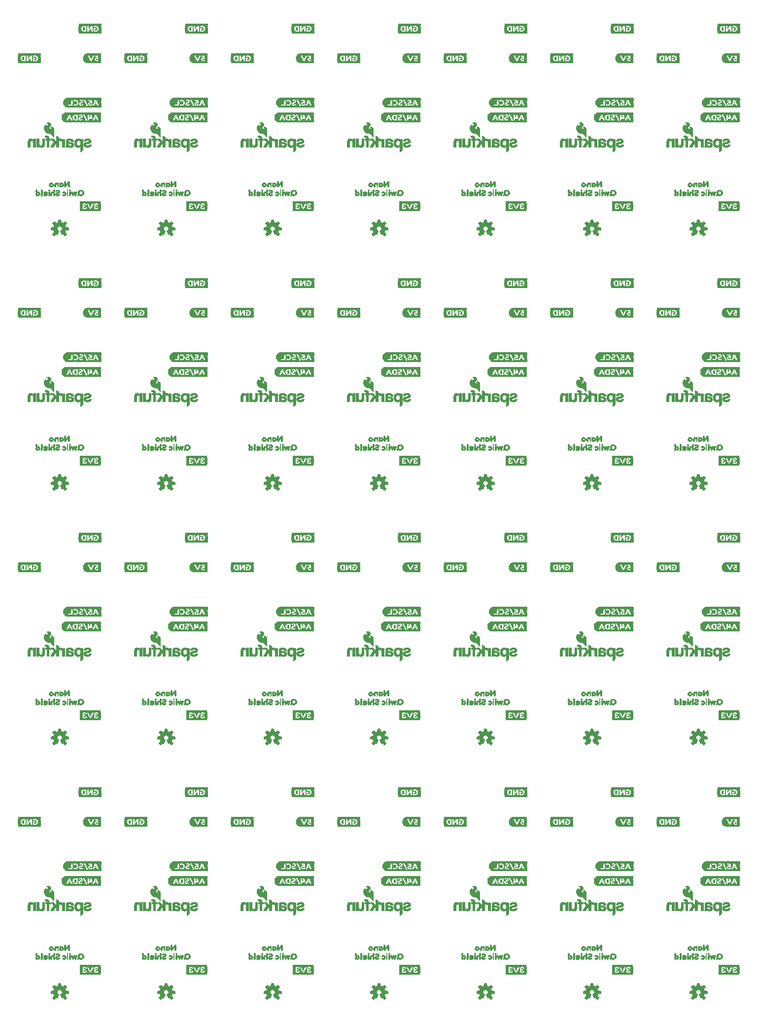
<source format=gbo>
G75*
%MOIN*%
%OFA0B0*%
%FSLAX25Y25*%
%IPPOS*%
%LPD*%
%AMOC8*
5,1,8,0,0,1.08239X$1,22.5*
%
%ADD10C,0.00591*%
%ADD11C,0.00300*%
%ADD12R,0.24409X0.00157*%
%ADD13R,0.24882X0.00157*%
%ADD14R,0.25197X0.00157*%
%ADD15R,0.25354X0.00157*%
%ADD16R,0.25512X0.00157*%
%ADD17R,0.25669X0.00157*%
%ADD18R,0.11339X0.00157*%
%ADD19R,0.14016X0.00157*%
%ADD20R,0.11181X0.00157*%
%ADD21R,0.01417X0.00157*%
%ADD22R,0.11811X0.00157*%
%ADD23R,0.03307X0.00157*%
%ADD24R,0.02520X0.00157*%
%ADD25R,0.00787X0.00157*%
%ADD26R,0.02362X0.00157*%
%ADD27R,0.01102X0.00157*%
%ADD28R,0.03150X0.00157*%
%ADD29R,0.04409X0.00157*%
%ADD30R,0.00630X0.00157*%
%ADD31R,0.02047X0.00157*%
%ADD32R,0.02677X0.00157*%
%ADD33R,0.02205X0.00157*%
%ADD34R,0.02992X0.00157*%
%ADD35R,0.01890X0.00157*%
%ADD36R,0.01732X0.00157*%
%ADD37R,0.01575X0.00157*%
%ADD38R,0.04252X0.00157*%
%ADD39R,0.02835X0.00157*%
%ADD40R,0.00945X0.00157*%
%ADD41R,0.01260X0.00157*%
%ADD42R,0.04094X0.00157*%
%ADD43R,0.00157X0.00157*%
%ADD44R,0.00315X0.00157*%
%ADD45R,0.03937X0.00157*%
%ADD46R,0.00472X0.00157*%
%ADD47R,0.03780X0.00157*%
%ADD48R,0.03622X0.00157*%
%ADD49R,0.03465X0.00157*%
%ADD50R,0.09449X0.00157*%
%ADD51R,0.15591X0.00157*%
%ADD52R,0.09606X0.00157*%
%ADD53R,0.23307X0.00157*%
%ADD54R,0.23780X0.00157*%
%ADD55R,0.24094X0.00157*%
%ADD56R,0.24567X0.00157*%
%ADD57R,0.24724X0.00157*%
%ADD58R,0.11024X0.00157*%
%ADD59R,0.13228X0.00157*%
%ADD60R,0.07244X0.00157*%
%ADD61R,0.04882X0.00157*%
%ADD62R,0.05039X0.00157*%
%ADD63R,0.05197X0.00157*%
%ADD64R,0.05354X0.00157*%
%ADD65R,0.09134X0.00157*%
%ADD66R,0.14961X0.00157*%
%ADD67R,0.14803X0.00157*%
%ADD68R,0.15276X0.00157*%
%ADD69R,0.14331X0.00157*%
%ADD70R,0.07087X0.00157*%
%ADD71R,0.09764X0.00157*%
%ADD72R,0.10236X0.00157*%
%ADD73R,0.10551X0.00157*%
%ADD74R,0.10866X0.00157*%
D10*
X0059096Y0035114D02*
X0060307Y0036598D01*
X0059999Y0037196D01*
X0059794Y0037837D01*
X0057889Y0038030D01*
X0057889Y0039470D01*
X0059794Y0039663D01*
X0059999Y0040304D01*
X0060307Y0040902D01*
X0059096Y0042386D01*
X0060114Y0043404D01*
X0061598Y0042193D01*
X0062196Y0042501D01*
X0062837Y0042706D01*
X0063030Y0044611D01*
X0064470Y0044611D01*
X0064663Y0042706D01*
X0065304Y0042501D01*
X0065902Y0042193D01*
X0067386Y0043404D01*
X0068404Y0042386D01*
X0067193Y0040902D01*
X0067501Y0040304D01*
X0067706Y0039663D01*
X0069611Y0039470D01*
X0069611Y0038030D01*
X0067706Y0037837D01*
X0067501Y0037196D01*
X0067193Y0036598D01*
X0068404Y0035114D01*
X0067386Y0034096D01*
X0065902Y0035307D01*
X0065304Y0034999D01*
X0064456Y0037045D01*
X0064835Y0037257D01*
X0065153Y0037551D01*
X0065395Y0037912D01*
X0065545Y0038319D01*
X0065596Y0038750D01*
X0065543Y0039189D01*
X0065387Y0039602D01*
X0065138Y0039967D01*
X0064809Y0040261D01*
X0064419Y0040470D01*
X0063991Y0040579D01*
X0063549Y0040584D01*
X0063119Y0040484D01*
X0062725Y0040284D01*
X0062390Y0039996D01*
X0062132Y0039637D01*
X0061968Y0039227D01*
X0061905Y0038790D01*
X0061949Y0038350D01*
X0062095Y0037934D01*
X0062336Y0037564D01*
X0062659Y0037262D01*
X0063044Y0037045D01*
X0062196Y0034999D01*
X0061598Y0035307D01*
X0060114Y0034096D01*
X0059096Y0035114D01*
X0059191Y0035230D02*
X0061504Y0035230D01*
X0061748Y0035230D02*
X0062292Y0035230D01*
X0062536Y0035819D02*
X0059671Y0035819D01*
X0060151Y0036408D02*
X0062780Y0036408D01*
X0063024Y0036997D02*
X0060101Y0036997D01*
X0059874Y0037586D02*
X0062322Y0037586D01*
X0062010Y0038175D02*
X0057889Y0038175D01*
X0057889Y0038764D02*
X0061908Y0038764D01*
X0062018Y0039353D02*
X0057889Y0039353D01*
X0059883Y0039942D02*
X0062351Y0039942D01*
X0063323Y0040531D02*
X0060116Y0040531D01*
X0060128Y0041120D02*
X0067372Y0041120D01*
X0067384Y0040531D02*
X0064178Y0040531D01*
X0065154Y0039942D02*
X0067617Y0039942D01*
X0067852Y0041709D02*
X0059648Y0041709D01*
X0059168Y0042298D02*
X0061469Y0042298D01*
X0061803Y0042298D02*
X0065697Y0042298D01*
X0066030Y0042298D02*
X0068332Y0042298D01*
X0067902Y0042888D02*
X0066753Y0042888D01*
X0064645Y0042888D02*
X0062855Y0042888D01*
X0062915Y0043477D02*
X0064585Y0043477D01*
X0064525Y0044066D02*
X0062975Y0044066D01*
X0060747Y0042888D02*
X0059598Y0042888D01*
X0065481Y0039353D02*
X0069611Y0039353D01*
X0069611Y0038764D02*
X0065594Y0038764D01*
X0065492Y0038175D02*
X0069611Y0038175D01*
X0067626Y0037586D02*
X0065177Y0037586D01*
X0064476Y0036997D02*
X0067399Y0036997D01*
X0067349Y0036408D02*
X0064720Y0036408D01*
X0064964Y0035819D02*
X0067829Y0035819D01*
X0068309Y0035230D02*
X0065996Y0035230D01*
X0065752Y0035230D02*
X0065208Y0035230D01*
X0066718Y0034641D02*
X0067930Y0034641D01*
X0060782Y0034641D02*
X0059570Y0034641D01*
X0129889Y0038030D02*
X0129889Y0039470D01*
X0131794Y0039663D01*
X0131999Y0040304D01*
X0132307Y0040902D01*
X0131096Y0042386D01*
X0132114Y0043404D01*
X0133598Y0042193D01*
X0134196Y0042501D01*
X0134837Y0042706D01*
X0135030Y0044611D01*
X0136470Y0044611D01*
X0136663Y0042706D01*
X0137304Y0042501D01*
X0137902Y0042193D01*
X0139386Y0043404D01*
X0140404Y0042386D01*
X0139193Y0040902D01*
X0139501Y0040304D01*
X0139706Y0039663D01*
X0141611Y0039470D01*
X0141611Y0038030D01*
X0139706Y0037837D01*
X0139501Y0037196D01*
X0139193Y0036598D01*
X0140404Y0035114D01*
X0139386Y0034096D01*
X0137902Y0035307D01*
X0137304Y0034999D01*
X0136456Y0037045D01*
X0136835Y0037257D01*
X0137153Y0037551D01*
X0137395Y0037912D01*
X0137545Y0038319D01*
X0137596Y0038750D01*
X0137543Y0039189D01*
X0137387Y0039602D01*
X0137138Y0039967D01*
X0136809Y0040261D01*
X0136419Y0040470D01*
X0135991Y0040579D01*
X0135549Y0040584D01*
X0135119Y0040484D01*
X0134725Y0040284D01*
X0134390Y0039996D01*
X0134132Y0039637D01*
X0133968Y0039227D01*
X0133905Y0038790D01*
X0133949Y0038350D01*
X0134095Y0037934D01*
X0134336Y0037564D01*
X0134659Y0037262D01*
X0135044Y0037045D01*
X0134196Y0034999D01*
X0133598Y0035307D01*
X0132114Y0034096D01*
X0131096Y0035114D01*
X0132307Y0036598D01*
X0131999Y0037196D01*
X0131794Y0037837D01*
X0129889Y0038030D01*
X0129889Y0038175D02*
X0134010Y0038175D01*
X0133908Y0038764D02*
X0129889Y0038764D01*
X0129889Y0039353D02*
X0134018Y0039353D01*
X0134351Y0039942D02*
X0131883Y0039942D01*
X0132116Y0040531D02*
X0135323Y0040531D01*
X0136178Y0040531D02*
X0139384Y0040531D01*
X0139372Y0041120D02*
X0132128Y0041120D01*
X0131648Y0041709D02*
X0139852Y0041709D01*
X0140332Y0042298D02*
X0138030Y0042298D01*
X0137697Y0042298D02*
X0133803Y0042298D01*
X0133469Y0042298D02*
X0131168Y0042298D01*
X0131598Y0042888D02*
X0132747Y0042888D01*
X0134855Y0042888D02*
X0136645Y0042888D01*
X0136585Y0043477D02*
X0134915Y0043477D01*
X0134975Y0044066D02*
X0136525Y0044066D01*
X0138753Y0042888D02*
X0139902Y0042888D01*
X0139617Y0039942D02*
X0137154Y0039942D01*
X0137481Y0039353D02*
X0141611Y0039353D01*
X0141611Y0038764D02*
X0137594Y0038764D01*
X0137492Y0038175D02*
X0141611Y0038175D01*
X0139626Y0037586D02*
X0137177Y0037586D01*
X0136476Y0036997D02*
X0139399Y0036997D01*
X0139349Y0036408D02*
X0136720Y0036408D01*
X0136964Y0035819D02*
X0139829Y0035819D01*
X0140309Y0035230D02*
X0137996Y0035230D01*
X0137752Y0035230D02*
X0137208Y0035230D01*
X0138718Y0034641D02*
X0139930Y0034641D01*
X0135024Y0036997D02*
X0132101Y0036997D01*
X0132151Y0036408D02*
X0134780Y0036408D01*
X0134536Y0035819D02*
X0131671Y0035819D01*
X0131191Y0035230D02*
X0133504Y0035230D01*
X0133748Y0035230D02*
X0134292Y0035230D01*
X0132782Y0034641D02*
X0131570Y0034641D01*
X0131874Y0037586D02*
X0134322Y0037586D01*
X0201889Y0038030D02*
X0201889Y0039470D01*
X0203794Y0039663D01*
X0203999Y0040304D01*
X0204307Y0040902D01*
X0203096Y0042386D01*
X0204114Y0043404D01*
X0205598Y0042193D01*
X0206196Y0042501D01*
X0206837Y0042706D01*
X0207030Y0044611D01*
X0208470Y0044611D01*
X0208663Y0042706D01*
X0209304Y0042501D01*
X0209902Y0042193D01*
X0211386Y0043404D01*
X0212404Y0042386D01*
X0211193Y0040902D01*
X0211501Y0040304D01*
X0211706Y0039663D01*
X0213611Y0039470D01*
X0213611Y0038030D01*
X0211706Y0037837D01*
X0211501Y0037196D01*
X0211193Y0036598D01*
X0212404Y0035114D01*
X0211386Y0034096D01*
X0209902Y0035307D01*
X0209304Y0034999D01*
X0208456Y0037045D01*
X0208835Y0037257D01*
X0209153Y0037551D01*
X0209395Y0037912D01*
X0209545Y0038319D01*
X0209596Y0038750D01*
X0209543Y0039189D01*
X0209387Y0039602D01*
X0209138Y0039967D01*
X0208809Y0040261D01*
X0208419Y0040470D01*
X0207991Y0040579D01*
X0207549Y0040584D01*
X0207119Y0040484D01*
X0206725Y0040284D01*
X0206390Y0039996D01*
X0206132Y0039637D01*
X0205968Y0039227D01*
X0205905Y0038790D01*
X0205949Y0038350D01*
X0206095Y0037934D01*
X0206336Y0037564D01*
X0206659Y0037262D01*
X0207044Y0037045D01*
X0206196Y0034999D01*
X0205598Y0035307D01*
X0204114Y0034096D01*
X0203096Y0035114D01*
X0204307Y0036598D01*
X0203999Y0037196D01*
X0203794Y0037837D01*
X0201889Y0038030D01*
X0201889Y0038175D02*
X0206010Y0038175D01*
X0205908Y0038764D02*
X0201889Y0038764D01*
X0201889Y0039353D02*
X0206018Y0039353D01*
X0206351Y0039942D02*
X0203883Y0039942D01*
X0204116Y0040531D02*
X0207323Y0040531D01*
X0208178Y0040531D02*
X0211384Y0040531D01*
X0211372Y0041120D02*
X0204128Y0041120D01*
X0203648Y0041709D02*
X0211852Y0041709D01*
X0212332Y0042298D02*
X0210030Y0042298D01*
X0209697Y0042298D02*
X0205803Y0042298D01*
X0205469Y0042298D02*
X0203168Y0042298D01*
X0203598Y0042888D02*
X0204747Y0042888D01*
X0206855Y0042888D02*
X0208645Y0042888D01*
X0208585Y0043477D02*
X0206915Y0043477D01*
X0206975Y0044066D02*
X0208525Y0044066D01*
X0210753Y0042888D02*
X0211902Y0042888D01*
X0211617Y0039942D02*
X0209154Y0039942D01*
X0209481Y0039353D02*
X0213611Y0039353D01*
X0213611Y0038764D02*
X0209594Y0038764D01*
X0209492Y0038175D02*
X0213611Y0038175D01*
X0211626Y0037586D02*
X0209177Y0037586D01*
X0208476Y0036997D02*
X0211399Y0036997D01*
X0211349Y0036408D02*
X0208720Y0036408D01*
X0208964Y0035819D02*
X0211829Y0035819D01*
X0212309Y0035230D02*
X0209996Y0035230D01*
X0209752Y0035230D02*
X0209208Y0035230D01*
X0210718Y0034641D02*
X0211930Y0034641D01*
X0207024Y0036997D02*
X0204101Y0036997D01*
X0204151Y0036408D02*
X0206780Y0036408D01*
X0206536Y0035819D02*
X0203671Y0035819D01*
X0203191Y0035230D02*
X0205504Y0035230D01*
X0205748Y0035230D02*
X0206292Y0035230D01*
X0204782Y0034641D02*
X0203570Y0034641D01*
X0203874Y0037586D02*
X0206322Y0037586D01*
X0273889Y0038030D02*
X0273889Y0039470D01*
X0275794Y0039663D01*
X0275999Y0040304D01*
X0276307Y0040902D01*
X0275096Y0042386D01*
X0276114Y0043404D01*
X0277598Y0042193D01*
X0278196Y0042501D01*
X0278837Y0042706D01*
X0279030Y0044611D01*
X0280470Y0044611D01*
X0280663Y0042706D01*
X0281304Y0042501D01*
X0281902Y0042193D01*
X0283386Y0043404D01*
X0284404Y0042386D01*
X0283193Y0040902D01*
X0283501Y0040304D01*
X0283706Y0039663D01*
X0285611Y0039470D01*
X0285611Y0038030D01*
X0283706Y0037837D01*
X0283501Y0037196D01*
X0283193Y0036598D01*
X0284404Y0035114D01*
X0283386Y0034096D01*
X0281902Y0035307D01*
X0281304Y0034999D01*
X0280456Y0037045D01*
X0280835Y0037257D01*
X0281153Y0037551D01*
X0281395Y0037912D01*
X0281545Y0038319D01*
X0281596Y0038750D01*
X0281543Y0039189D01*
X0281387Y0039602D01*
X0281138Y0039967D01*
X0280809Y0040261D01*
X0280419Y0040470D01*
X0279991Y0040579D01*
X0279549Y0040584D01*
X0279119Y0040484D01*
X0278725Y0040284D01*
X0278390Y0039996D01*
X0278132Y0039637D01*
X0277968Y0039227D01*
X0277905Y0038790D01*
X0277949Y0038350D01*
X0278095Y0037934D01*
X0278336Y0037564D01*
X0278659Y0037262D01*
X0279044Y0037045D01*
X0278196Y0034999D01*
X0277598Y0035307D01*
X0276114Y0034096D01*
X0275096Y0035114D01*
X0276307Y0036598D01*
X0275999Y0037196D01*
X0275794Y0037837D01*
X0273889Y0038030D01*
X0273889Y0038175D02*
X0278010Y0038175D01*
X0277908Y0038764D02*
X0273889Y0038764D01*
X0273889Y0039353D02*
X0278018Y0039353D01*
X0278351Y0039942D02*
X0275883Y0039942D01*
X0276116Y0040531D02*
X0279323Y0040531D01*
X0280178Y0040531D02*
X0283384Y0040531D01*
X0283372Y0041120D02*
X0276128Y0041120D01*
X0275648Y0041709D02*
X0283852Y0041709D01*
X0284332Y0042298D02*
X0282030Y0042298D01*
X0281697Y0042298D02*
X0277803Y0042298D01*
X0277469Y0042298D02*
X0275168Y0042298D01*
X0275598Y0042888D02*
X0276747Y0042888D01*
X0278855Y0042888D02*
X0280645Y0042888D01*
X0280585Y0043477D02*
X0278915Y0043477D01*
X0278975Y0044066D02*
X0280525Y0044066D01*
X0282753Y0042888D02*
X0283902Y0042888D01*
X0283617Y0039942D02*
X0281154Y0039942D01*
X0281481Y0039353D02*
X0285611Y0039353D01*
X0285611Y0038764D02*
X0281594Y0038764D01*
X0281492Y0038175D02*
X0285611Y0038175D01*
X0283626Y0037586D02*
X0281177Y0037586D01*
X0280476Y0036997D02*
X0283399Y0036997D01*
X0283349Y0036408D02*
X0280720Y0036408D01*
X0280964Y0035819D02*
X0283829Y0035819D01*
X0284309Y0035230D02*
X0281996Y0035230D01*
X0281752Y0035230D02*
X0281208Y0035230D01*
X0282718Y0034641D02*
X0283930Y0034641D01*
X0279024Y0036997D02*
X0276101Y0036997D01*
X0276151Y0036408D02*
X0278780Y0036408D01*
X0278536Y0035819D02*
X0275671Y0035819D01*
X0275191Y0035230D02*
X0277504Y0035230D01*
X0277748Y0035230D02*
X0278292Y0035230D01*
X0276782Y0034641D02*
X0275570Y0034641D01*
X0275874Y0037586D02*
X0278322Y0037586D01*
X0345889Y0038030D02*
X0345889Y0039470D01*
X0347794Y0039663D01*
X0347999Y0040304D01*
X0348307Y0040902D01*
X0347096Y0042386D01*
X0348114Y0043404D01*
X0349598Y0042193D01*
X0350196Y0042501D01*
X0350837Y0042706D01*
X0351030Y0044611D01*
X0352470Y0044611D01*
X0352663Y0042706D01*
X0353304Y0042501D01*
X0353902Y0042193D01*
X0355386Y0043404D01*
X0356404Y0042386D01*
X0355193Y0040902D01*
X0355501Y0040304D01*
X0355706Y0039663D01*
X0357611Y0039470D01*
X0357611Y0038030D01*
X0355706Y0037837D01*
X0355501Y0037196D01*
X0355193Y0036598D01*
X0356404Y0035114D01*
X0355386Y0034096D01*
X0353902Y0035307D01*
X0353304Y0034999D01*
X0352456Y0037045D01*
X0352835Y0037257D01*
X0353153Y0037551D01*
X0353395Y0037912D01*
X0353545Y0038319D01*
X0353596Y0038750D01*
X0353543Y0039189D01*
X0353387Y0039602D01*
X0353138Y0039967D01*
X0352809Y0040261D01*
X0352419Y0040470D01*
X0351991Y0040579D01*
X0351549Y0040584D01*
X0351119Y0040484D01*
X0350725Y0040284D01*
X0350390Y0039996D01*
X0350132Y0039637D01*
X0349968Y0039227D01*
X0349905Y0038790D01*
X0349949Y0038350D01*
X0350095Y0037934D01*
X0350336Y0037564D01*
X0350659Y0037262D01*
X0351044Y0037045D01*
X0350196Y0034999D01*
X0349598Y0035307D01*
X0348114Y0034096D01*
X0347096Y0035114D01*
X0348307Y0036598D01*
X0347999Y0037196D01*
X0347794Y0037837D01*
X0345889Y0038030D01*
X0345889Y0038175D02*
X0350010Y0038175D01*
X0349908Y0038764D02*
X0345889Y0038764D01*
X0345889Y0039353D02*
X0350018Y0039353D01*
X0350351Y0039942D02*
X0347883Y0039942D01*
X0348116Y0040531D02*
X0351323Y0040531D01*
X0352178Y0040531D02*
X0355384Y0040531D01*
X0355372Y0041120D02*
X0348128Y0041120D01*
X0347648Y0041709D02*
X0355852Y0041709D01*
X0356332Y0042298D02*
X0354030Y0042298D01*
X0353697Y0042298D02*
X0349803Y0042298D01*
X0349469Y0042298D02*
X0347168Y0042298D01*
X0347598Y0042888D02*
X0348747Y0042888D01*
X0350855Y0042888D02*
X0352645Y0042888D01*
X0352585Y0043477D02*
X0350915Y0043477D01*
X0350975Y0044066D02*
X0352525Y0044066D01*
X0354753Y0042888D02*
X0355902Y0042888D01*
X0355617Y0039942D02*
X0353154Y0039942D01*
X0353481Y0039353D02*
X0357611Y0039353D01*
X0357611Y0038764D02*
X0353594Y0038764D01*
X0353492Y0038175D02*
X0357611Y0038175D01*
X0355626Y0037586D02*
X0353177Y0037586D01*
X0352476Y0036997D02*
X0355399Y0036997D01*
X0355349Y0036408D02*
X0352720Y0036408D01*
X0352964Y0035819D02*
X0355829Y0035819D01*
X0356309Y0035230D02*
X0353996Y0035230D01*
X0353752Y0035230D02*
X0353208Y0035230D01*
X0354718Y0034641D02*
X0355930Y0034641D01*
X0351024Y0036997D02*
X0348101Y0036997D01*
X0348151Y0036408D02*
X0350780Y0036408D01*
X0350536Y0035819D02*
X0347671Y0035819D01*
X0347191Y0035230D02*
X0349504Y0035230D01*
X0349748Y0035230D02*
X0350292Y0035230D01*
X0348782Y0034641D02*
X0347570Y0034641D01*
X0347874Y0037586D02*
X0350322Y0037586D01*
X0417889Y0038030D02*
X0417889Y0039470D01*
X0419794Y0039663D01*
X0419999Y0040304D01*
X0420307Y0040902D01*
X0419096Y0042386D01*
X0420114Y0043404D01*
X0421598Y0042193D01*
X0422196Y0042501D01*
X0422837Y0042706D01*
X0423030Y0044611D01*
X0424470Y0044611D01*
X0424663Y0042706D01*
X0425304Y0042501D01*
X0425902Y0042193D01*
X0427386Y0043404D01*
X0428404Y0042386D01*
X0427193Y0040902D01*
X0427501Y0040304D01*
X0427706Y0039663D01*
X0429611Y0039470D01*
X0429611Y0038030D01*
X0427706Y0037837D01*
X0427501Y0037196D01*
X0427193Y0036598D01*
X0428404Y0035114D01*
X0427386Y0034096D01*
X0425902Y0035307D01*
X0425304Y0034999D01*
X0424456Y0037045D01*
X0424835Y0037257D01*
X0425153Y0037551D01*
X0425395Y0037912D01*
X0425545Y0038319D01*
X0425596Y0038750D01*
X0425543Y0039189D01*
X0425387Y0039602D01*
X0425138Y0039967D01*
X0424809Y0040261D01*
X0424419Y0040470D01*
X0423991Y0040579D01*
X0423549Y0040584D01*
X0423119Y0040484D01*
X0422725Y0040284D01*
X0422390Y0039996D01*
X0422132Y0039637D01*
X0421968Y0039227D01*
X0421905Y0038790D01*
X0421949Y0038350D01*
X0422095Y0037934D01*
X0422336Y0037564D01*
X0422659Y0037262D01*
X0423044Y0037045D01*
X0422196Y0034999D01*
X0421598Y0035307D01*
X0420114Y0034096D01*
X0419096Y0035114D01*
X0420307Y0036598D01*
X0419999Y0037196D01*
X0419794Y0037837D01*
X0417889Y0038030D01*
X0417889Y0038175D02*
X0422010Y0038175D01*
X0421908Y0038764D02*
X0417889Y0038764D01*
X0417889Y0039353D02*
X0422018Y0039353D01*
X0422351Y0039942D02*
X0419883Y0039942D01*
X0420116Y0040531D02*
X0423323Y0040531D01*
X0424178Y0040531D02*
X0427384Y0040531D01*
X0427372Y0041120D02*
X0420128Y0041120D01*
X0419648Y0041709D02*
X0427852Y0041709D01*
X0428332Y0042298D02*
X0426030Y0042298D01*
X0425697Y0042298D02*
X0421803Y0042298D01*
X0421469Y0042298D02*
X0419168Y0042298D01*
X0419598Y0042888D02*
X0420747Y0042888D01*
X0422855Y0042888D02*
X0424645Y0042888D01*
X0424585Y0043477D02*
X0422915Y0043477D01*
X0422975Y0044066D02*
X0424525Y0044066D01*
X0426753Y0042888D02*
X0427902Y0042888D01*
X0427617Y0039942D02*
X0425154Y0039942D01*
X0425481Y0039353D02*
X0429611Y0039353D01*
X0429611Y0038764D02*
X0425594Y0038764D01*
X0425492Y0038175D02*
X0429611Y0038175D01*
X0427626Y0037586D02*
X0425177Y0037586D01*
X0424476Y0036997D02*
X0427399Y0036997D01*
X0427349Y0036408D02*
X0424720Y0036408D01*
X0424964Y0035819D02*
X0427829Y0035819D01*
X0428309Y0035230D02*
X0425996Y0035230D01*
X0425752Y0035230D02*
X0425208Y0035230D01*
X0426718Y0034641D02*
X0427930Y0034641D01*
X0423024Y0036997D02*
X0420101Y0036997D01*
X0420151Y0036408D02*
X0422780Y0036408D01*
X0422536Y0035819D02*
X0419671Y0035819D01*
X0419191Y0035230D02*
X0421504Y0035230D01*
X0421748Y0035230D02*
X0422292Y0035230D01*
X0420782Y0034641D02*
X0419570Y0034641D01*
X0419874Y0037586D02*
X0422322Y0037586D01*
X0489889Y0038030D02*
X0489889Y0039470D01*
X0491794Y0039663D01*
X0491999Y0040304D01*
X0492307Y0040902D01*
X0491096Y0042386D01*
X0492114Y0043404D01*
X0493598Y0042193D01*
X0494196Y0042501D01*
X0494837Y0042706D01*
X0495030Y0044611D01*
X0496470Y0044611D01*
X0496663Y0042706D01*
X0497304Y0042501D01*
X0497902Y0042193D01*
X0499386Y0043404D01*
X0500404Y0042386D01*
X0499193Y0040902D01*
X0499501Y0040304D01*
X0499706Y0039663D01*
X0501611Y0039470D01*
X0501611Y0038030D01*
X0499706Y0037837D01*
X0499501Y0037196D01*
X0499193Y0036598D01*
X0500404Y0035114D01*
X0499386Y0034096D01*
X0497902Y0035307D01*
X0497304Y0034999D01*
X0496456Y0037045D01*
X0496835Y0037257D01*
X0497153Y0037551D01*
X0497395Y0037912D01*
X0497545Y0038319D01*
X0497596Y0038750D01*
X0497543Y0039189D01*
X0497387Y0039602D01*
X0497138Y0039967D01*
X0496809Y0040261D01*
X0496419Y0040470D01*
X0495991Y0040579D01*
X0495549Y0040584D01*
X0495119Y0040484D01*
X0494725Y0040284D01*
X0494390Y0039996D01*
X0494132Y0039637D01*
X0493968Y0039227D01*
X0493905Y0038790D01*
X0493949Y0038350D01*
X0494095Y0037934D01*
X0494336Y0037564D01*
X0494659Y0037262D01*
X0495044Y0037045D01*
X0494196Y0034999D01*
X0493598Y0035307D01*
X0492114Y0034096D01*
X0491096Y0035114D01*
X0492307Y0036598D01*
X0491999Y0037196D01*
X0491794Y0037837D01*
X0489889Y0038030D01*
X0489889Y0038175D02*
X0494010Y0038175D01*
X0493908Y0038764D02*
X0489889Y0038764D01*
X0489889Y0039353D02*
X0494018Y0039353D01*
X0494351Y0039942D02*
X0491883Y0039942D01*
X0492116Y0040531D02*
X0495323Y0040531D01*
X0496178Y0040531D02*
X0499384Y0040531D01*
X0499372Y0041120D02*
X0492128Y0041120D01*
X0491648Y0041709D02*
X0499852Y0041709D01*
X0500332Y0042298D02*
X0498030Y0042298D01*
X0497697Y0042298D02*
X0493803Y0042298D01*
X0493469Y0042298D02*
X0491168Y0042298D01*
X0491598Y0042888D02*
X0492747Y0042888D01*
X0494855Y0042888D02*
X0496645Y0042888D01*
X0496585Y0043477D02*
X0494915Y0043477D01*
X0494975Y0044066D02*
X0496525Y0044066D01*
X0498753Y0042888D02*
X0499902Y0042888D01*
X0499617Y0039942D02*
X0497154Y0039942D01*
X0497481Y0039353D02*
X0501611Y0039353D01*
X0501611Y0038764D02*
X0497594Y0038764D01*
X0497492Y0038175D02*
X0501611Y0038175D01*
X0499626Y0037586D02*
X0497177Y0037586D01*
X0496476Y0036997D02*
X0499399Y0036997D01*
X0499349Y0036408D02*
X0496720Y0036408D01*
X0496964Y0035819D02*
X0499829Y0035819D01*
X0500309Y0035230D02*
X0497996Y0035230D01*
X0497752Y0035230D02*
X0497208Y0035230D01*
X0498718Y0034641D02*
X0499930Y0034641D01*
X0495024Y0036997D02*
X0492101Y0036997D01*
X0492151Y0036408D02*
X0494780Y0036408D01*
X0494536Y0035819D02*
X0491671Y0035819D01*
X0491191Y0035230D02*
X0493504Y0035230D01*
X0493748Y0035230D02*
X0494292Y0035230D01*
X0492782Y0034641D02*
X0491570Y0034641D01*
X0491874Y0037586D02*
X0494322Y0037586D01*
X0492114Y0206096D02*
X0491096Y0207114D01*
X0492307Y0208598D01*
X0491999Y0209196D01*
X0491794Y0209837D01*
X0489889Y0210030D01*
X0489889Y0211470D01*
X0491794Y0211663D01*
X0491999Y0212304D01*
X0492307Y0212902D01*
X0491096Y0214386D01*
X0492114Y0215404D01*
X0493598Y0214193D01*
X0494196Y0214501D01*
X0494837Y0214706D01*
X0495030Y0216611D01*
X0496470Y0216611D01*
X0496663Y0214706D01*
X0497304Y0214501D01*
X0497902Y0214193D01*
X0499386Y0215404D01*
X0500404Y0214386D01*
X0499193Y0212902D01*
X0499501Y0212304D01*
X0499706Y0211663D01*
X0501611Y0211470D01*
X0501611Y0210030D01*
X0499706Y0209837D01*
X0499501Y0209196D01*
X0499193Y0208598D01*
X0500404Y0207114D01*
X0499386Y0206096D01*
X0497902Y0207307D01*
X0497304Y0206999D01*
X0496456Y0209045D01*
X0496835Y0209257D01*
X0497153Y0209551D01*
X0497395Y0209912D01*
X0497545Y0210319D01*
X0497596Y0210750D01*
X0497543Y0211189D01*
X0497387Y0211602D01*
X0497138Y0211967D01*
X0496809Y0212261D01*
X0496419Y0212470D01*
X0495991Y0212579D01*
X0495549Y0212584D01*
X0495119Y0212484D01*
X0494725Y0212284D01*
X0494390Y0211996D01*
X0494132Y0211637D01*
X0493968Y0211227D01*
X0493905Y0210790D01*
X0493949Y0210350D01*
X0494095Y0209934D01*
X0494336Y0209564D01*
X0494659Y0209262D01*
X0495044Y0209045D01*
X0494196Y0206999D01*
X0493598Y0207307D01*
X0492114Y0206096D01*
X0491564Y0206647D02*
X0492789Y0206647D01*
X0493512Y0207236D02*
X0491196Y0207236D01*
X0491676Y0207825D02*
X0494538Y0207825D01*
X0494294Y0207236D02*
X0493736Y0207236D01*
X0494782Y0208414D02*
X0492156Y0208414D01*
X0492098Y0209003D02*
X0495026Y0209003D01*
X0494318Y0209592D02*
X0491872Y0209592D01*
X0489889Y0210181D02*
X0494008Y0210181D01*
X0493907Y0210770D02*
X0489889Y0210770D01*
X0489889Y0211359D02*
X0494021Y0211359D01*
X0494355Y0211948D02*
X0491885Y0211948D01*
X0492119Y0212537D02*
X0495350Y0212537D01*
X0496154Y0212537D02*
X0499381Y0212537D01*
X0499377Y0213127D02*
X0492123Y0213127D01*
X0491643Y0213716D02*
X0499857Y0213716D01*
X0500337Y0214305D02*
X0498038Y0214305D01*
X0497685Y0214305D02*
X0493815Y0214305D01*
X0493462Y0214305D02*
X0491163Y0214305D01*
X0491604Y0214894D02*
X0492739Y0214894D01*
X0494856Y0214894D02*
X0496644Y0214894D01*
X0496584Y0215483D02*
X0494916Y0215483D01*
X0494975Y0216072D02*
X0496525Y0216072D01*
X0498761Y0214894D02*
X0499896Y0214894D01*
X0499615Y0211948D02*
X0497150Y0211948D01*
X0497478Y0211359D02*
X0501611Y0211359D01*
X0501611Y0210770D02*
X0497593Y0210770D01*
X0497494Y0210181D02*
X0501611Y0210181D01*
X0499628Y0209592D02*
X0497181Y0209592D01*
X0496474Y0209003D02*
X0499402Y0209003D01*
X0499344Y0208414D02*
X0496718Y0208414D01*
X0496962Y0207825D02*
X0499824Y0207825D01*
X0500304Y0207236D02*
X0497988Y0207236D01*
X0497764Y0207236D02*
X0497206Y0207236D01*
X0498711Y0206647D02*
X0499936Y0206647D01*
X0429611Y0210030D02*
X0427706Y0209837D01*
X0427501Y0209196D01*
X0427193Y0208598D01*
X0428404Y0207114D01*
X0427386Y0206096D01*
X0425902Y0207307D01*
X0425304Y0206999D01*
X0424456Y0209045D01*
X0424835Y0209257D01*
X0425153Y0209551D01*
X0425395Y0209912D01*
X0425545Y0210319D01*
X0425596Y0210750D01*
X0425543Y0211189D01*
X0425387Y0211602D01*
X0425138Y0211967D01*
X0424809Y0212261D01*
X0424419Y0212470D01*
X0423991Y0212579D01*
X0423549Y0212584D01*
X0423119Y0212484D01*
X0422725Y0212284D01*
X0422390Y0211996D01*
X0422132Y0211637D01*
X0421968Y0211227D01*
X0421905Y0210790D01*
X0421949Y0210350D01*
X0422095Y0209934D01*
X0422336Y0209564D01*
X0422659Y0209262D01*
X0423044Y0209045D01*
X0422196Y0206999D01*
X0421598Y0207307D01*
X0420114Y0206096D01*
X0419096Y0207114D01*
X0420307Y0208598D01*
X0419999Y0209196D01*
X0419794Y0209837D01*
X0417889Y0210030D01*
X0417889Y0211470D01*
X0419794Y0211663D01*
X0419999Y0212304D01*
X0420307Y0212902D01*
X0419096Y0214386D01*
X0420114Y0215404D01*
X0421598Y0214193D01*
X0422196Y0214501D01*
X0422837Y0214706D01*
X0423030Y0216611D01*
X0424470Y0216611D01*
X0424663Y0214706D01*
X0425304Y0214501D01*
X0425902Y0214193D01*
X0427386Y0215404D01*
X0428404Y0214386D01*
X0427193Y0212902D01*
X0427501Y0212304D01*
X0427706Y0211663D01*
X0429611Y0211470D01*
X0429611Y0210030D01*
X0429611Y0210181D02*
X0425494Y0210181D01*
X0425593Y0210770D02*
X0429611Y0210770D01*
X0429611Y0211359D02*
X0425478Y0211359D01*
X0425150Y0211948D02*
X0427615Y0211948D01*
X0427381Y0212537D02*
X0424154Y0212537D01*
X0423350Y0212537D02*
X0420119Y0212537D01*
X0420123Y0213127D02*
X0427377Y0213127D01*
X0427857Y0213716D02*
X0419643Y0213716D01*
X0419163Y0214305D02*
X0421462Y0214305D01*
X0421815Y0214305D02*
X0425685Y0214305D01*
X0426038Y0214305D02*
X0428337Y0214305D01*
X0427896Y0214894D02*
X0426761Y0214894D01*
X0424644Y0214894D02*
X0422856Y0214894D01*
X0422916Y0215483D02*
X0424584Y0215483D01*
X0424525Y0216072D02*
X0422975Y0216072D01*
X0420739Y0214894D02*
X0419604Y0214894D01*
X0419885Y0211948D02*
X0422355Y0211948D01*
X0422021Y0211359D02*
X0417889Y0211359D01*
X0417889Y0210770D02*
X0421907Y0210770D01*
X0422008Y0210181D02*
X0417889Y0210181D01*
X0419872Y0209592D02*
X0422318Y0209592D01*
X0423026Y0209003D02*
X0420098Y0209003D01*
X0420156Y0208414D02*
X0422782Y0208414D01*
X0422538Y0207825D02*
X0419676Y0207825D01*
X0419196Y0207236D02*
X0421512Y0207236D01*
X0421736Y0207236D02*
X0422294Y0207236D01*
X0420789Y0206647D02*
X0419564Y0206647D01*
X0424474Y0209003D02*
X0427402Y0209003D01*
X0427344Y0208414D02*
X0424718Y0208414D01*
X0424962Y0207825D02*
X0427824Y0207825D01*
X0428304Y0207236D02*
X0425988Y0207236D01*
X0425764Y0207236D02*
X0425206Y0207236D01*
X0426711Y0206647D02*
X0427936Y0206647D01*
X0427628Y0209592D02*
X0425181Y0209592D01*
X0357611Y0210030D02*
X0355706Y0209837D01*
X0355501Y0209196D01*
X0355193Y0208598D01*
X0356404Y0207114D01*
X0355386Y0206096D01*
X0353902Y0207307D01*
X0353304Y0206999D01*
X0352456Y0209045D01*
X0352835Y0209257D01*
X0353153Y0209551D01*
X0353395Y0209912D01*
X0353545Y0210319D01*
X0353596Y0210750D01*
X0353543Y0211189D01*
X0353387Y0211602D01*
X0353138Y0211967D01*
X0352809Y0212261D01*
X0352419Y0212470D01*
X0351991Y0212579D01*
X0351549Y0212584D01*
X0351119Y0212484D01*
X0350725Y0212284D01*
X0350390Y0211996D01*
X0350132Y0211637D01*
X0349968Y0211227D01*
X0349905Y0210790D01*
X0349949Y0210350D01*
X0350095Y0209934D01*
X0350336Y0209564D01*
X0350659Y0209262D01*
X0351044Y0209045D01*
X0350196Y0206999D01*
X0349598Y0207307D01*
X0348114Y0206096D01*
X0347096Y0207114D01*
X0348307Y0208598D01*
X0347999Y0209196D01*
X0347794Y0209837D01*
X0345889Y0210030D01*
X0345889Y0211470D01*
X0347794Y0211663D01*
X0347999Y0212304D01*
X0348307Y0212902D01*
X0347096Y0214386D01*
X0348114Y0215404D01*
X0349598Y0214193D01*
X0350196Y0214501D01*
X0350837Y0214706D01*
X0351030Y0216611D01*
X0352470Y0216611D01*
X0352663Y0214706D01*
X0353304Y0214501D01*
X0353902Y0214193D01*
X0355386Y0215404D01*
X0356404Y0214386D01*
X0355193Y0212902D01*
X0355501Y0212304D01*
X0355706Y0211663D01*
X0357611Y0211470D01*
X0357611Y0210030D01*
X0357611Y0210181D02*
X0353494Y0210181D01*
X0353593Y0210770D02*
X0357611Y0210770D01*
X0357611Y0211359D02*
X0353478Y0211359D01*
X0353150Y0211948D02*
X0355615Y0211948D01*
X0355381Y0212537D02*
X0352154Y0212537D01*
X0351350Y0212537D02*
X0348119Y0212537D01*
X0348123Y0213127D02*
X0355377Y0213127D01*
X0355857Y0213716D02*
X0347643Y0213716D01*
X0347163Y0214305D02*
X0349462Y0214305D01*
X0349815Y0214305D02*
X0353685Y0214305D01*
X0354038Y0214305D02*
X0356337Y0214305D01*
X0355896Y0214894D02*
X0354761Y0214894D01*
X0352644Y0214894D02*
X0350856Y0214894D01*
X0350916Y0215483D02*
X0352584Y0215483D01*
X0352525Y0216072D02*
X0350975Y0216072D01*
X0348739Y0214894D02*
X0347604Y0214894D01*
X0347885Y0211948D02*
X0350355Y0211948D01*
X0350021Y0211359D02*
X0345889Y0211359D01*
X0345889Y0210770D02*
X0349907Y0210770D01*
X0350008Y0210181D02*
X0345889Y0210181D01*
X0347872Y0209592D02*
X0350318Y0209592D01*
X0351026Y0209003D02*
X0348098Y0209003D01*
X0348156Y0208414D02*
X0350782Y0208414D01*
X0350538Y0207825D02*
X0347676Y0207825D01*
X0347196Y0207236D02*
X0349512Y0207236D01*
X0349736Y0207236D02*
X0350294Y0207236D01*
X0348789Y0206647D02*
X0347564Y0206647D01*
X0352474Y0209003D02*
X0355402Y0209003D01*
X0355344Y0208414D02*
X0352718Y0208414D01*
X0352962Y0207825D02*
X0355824Y0207825D01*
X0356304Y0207236D02*
X0353988Y0207236D01*
X0353764Y0207236D02*
X0353206Y0207236D01*
X0354711Y0206647D02*
X0355936Y0206647D01*
X0355628Y0209592D02*
X0353181Y0209592D01*
X0285611Y0210030D02*
X0283706Y0209837D01*
X0283501Y0209196D01*
X0283193Y0208598D01*
X0284404Y0207114D01*
X0283386Y0206096D01*
X0281902Y0207307D01*
X0281304Y0206999D01*
X0280456Y0209045D01*
X0280835Y0209257D01*
X0281153Y0209551D01*
X0281395Y0209912D01*
X0281545Y0210319D01*
X0281596Y0210750D01*
X0281543Y0211189D01*
X0281387Y0211602D01*
X0281138Y0211967D01*
X0280809Y0212261D01*
X0280419Y0212470D01*
X0279991Y0212579D01*
X0279549Y0212584D01*
X0279119Y0212484D01*
X0278725Y0212284D01*
X0278390Y0211996D01*
X0278132Y0211637D01*
X0277968Y0211227D01*
X0277905Y0210790D01*
X0277949Y0210350D01*
X0278095Y0209934D01*
X0278336Y0209564D01*
X0278659Y0209262D01*
X0279044Y0209045D01*
X0278196Y0206999D01*
X0277598Y0207307D01*
X0276114Y0206096D01*
X0275096Y0207114D01*
X0276307Y0208598D01*
X0275999Y0209196D01*
X0275794Y0209837D01*
X0273889Y0210030D01*
X0273889Y0211470D01*
X0275794Y0211663D01*
X0275999Y0212304D01*
X0276307Y0212902D01*
X0275096Y0214386D01*
X0276114Y0215404D01*
X0277598Y0214193D01*
X0278196Y0214501D01*
X0278837Y0214706D01*
X0279030Y0216611D01*
X0280470Y0216611D01*
X0280663Y0214706D01*
X0281304Y0214501D01*
X0281902Y0214193D01*
X0283386Y0215404D01*
X0284404Y0214386D01*
X0283193Y0212902D01*
X0283501Y0212304D01*
X0283706Y0211663D01*
X0285611Y0211470D01*
X0285611Y0210030D01*
X0285611Y0210181D02*
X0281494Y0210181D01*
X0281593Y0210770D02*
X0285611Y0210770D01*
X0285611Y0211359D02*
X0281478Y0211359D01*
X0281150Y0211948D02*
X0283615Y0211948D01*
X0283381Y0212537D02*
X0280154Y0212537D01*
X0279350Y0212537D02*
X0276119Y0212537D01*
X0276123Y0213127D02*
X0283377Y0213127D01*
X0283857Y0213716D02*
X0275643Y0213716D01*
X0275163Y0214305D02*
X0277462Y0214305D01*
X0277815Y0214305D02*
X0281685Y0214305D01*
X0282038Y0214305D02*
X0284337Y0214305D01*
X0283896Y0214894D02*
X0282761Y0214894D01*
X0280644Y0214894D02*
X0278856Y0214894D01*
X0278916Y0215483D02*
X0280584Y0215483D01*
X0280525Y0216072D02*
X0278975Y0216072D01*
X0276739Y0214894D02*
X0275604Y0214894D01*
X0275885Y0211948D02*
X0278355Y0211948D01*
X0278021Y0211359D02*
X0273889Y0211359D01*
X0273889Y0210770D02*
X0277907Y0210770D01*
X0278008Y0210181D02*
X0273889Y0210181D01*
X0275872Y0209592D02*
X0278318Y0209592D01*
X0279026Y0209003D02*
X0276098Y0209003D01*
X0276156Y0208414D02*
X0278782Y0208414D01*
X0278538Y0207825D02*
X0275676Y0207825D01*
X0275196Y0207236D02*
X0277512Y0207236D01*
X0277736Y0207236D02*
X0278294Y0207236D01*
X0276789Y0206647D02*
X0275564Y0206647D01*
X0280474Y0209003D02*
X0283402Y0209003D01*
X0283344Y0208414D02*
X0280718Y0208414D01*
X0280962Y0207825D02*
X0283824Y0207825D01*
X0284304Y0207236D02*
X0281988Y0207236D01*
X0281764Y0207236D02*
X0281206Y0207236D01*
X0282711Y0206647D02*
X0283936Y0206647D01*
X0283628Y0209592D02*
X0281181Y0209592D01*
X0213611Y0210030D02*
X0211706Y0209837D01*
X0211501Y0209196D01*
X0211193Y0208598D01*
X0212404Y0207114D01*
X0211386Y0206096D01*
X0209902Y0207307D01*
X0209304Y0206999D01*
X0208456Y0209045D01*
X0208835Y0209257D01*
X0209153Y0209551D01*
X0209395Y0209912D01*
X0209545Y0210319D01*
X0209596Y0210750D01*
X0209543Y0211189D01*
X0209387Y0211602D01*
X0209138Y0211967D01*
X0208809Y0212261D01*
X0208419Y0212470D01*
X0207991Y0212579D01*
X0207549Y0212584D01*
X0207119Y0212484D01*
X0206725Y0212284D01*
X0206390Y0211996D01*
X0206132Y0211637D01*
X0205968Y0211227D01*
X0205905Y0210790D01*
X0205949Y0210350D01*
X0206095Y0209934D01*
X0206336Y0209564D01*
X0206659Y0209262D01*
X0207044Y0209045D01*
X0206196Y0206999D01*
X0205598Y0207307D01*
X0204114Y0206096D01*
X0203096Y0207114D01*
X0204307Y0208598D01*
X0203999Y0209196D01*
X0203794Y0209837D01*
X0201889Y0210030D01*
X0201889Y0211470D01*
X0203794Y0211663D01*
X0203999Y0212304D01*
X0204307Y0212902D01*
X0203096Y0214386D01*
X0204114Y0215404D01*
X0205598Y0214193D01*
X0206196Y0214501D01*
X0206837Y0214706D01*
X0207030Y0216611D01*
X0208470Y0216611D01*
X0208663Y0214706D01*
X0209304Y0214501D01*
X0209902Y0214193D01*
X0211386Y0215404D01*
X0212404Y0214386D01*
X0211193Y0212902D01*
X0211501Y0212304D01*
X0211706Y0211663D01*
X0213611Y0211470D01*
X0213611Y0210030D01*
X0213611Y0210181D02*
X0209494Y0210181D01*
X0209593Y0210770D02*
X0213611Y0210770D01*
X0213611Y0211359D02*
X0209478Y0211359D01*
X0209150Y0211948D02*
X0211615Y0211948D01*
X0211381Y0212537D02*
X0208154Y0212537D01*
X0207350Y0212537D02*
X0204119Y0212537D01*
X0204123Y0213127D02*
X0211377Y0213127D01*
X0211857Y0213716D02*
X0203643Y0213716D01*
X0203163Y0214305D02*
X0205462Y0214305D01*
X0205815Y0214305D02*
X0209685Y0214305D01*
X0210038Y0214305D02*
X0212337Y0214305D01*
X0211896Y0214894D02*
X0210761Y0214894D01*
X0208644Y0214894D02*
X0206856Y0214894D01*
X0206916Y0215483D02*
X0208584Y0215483D01*
X0208525Y0216072D02*
X0206975Y0216072D01*
X0204739Y0214894D02*
X0203604Y0214894D01*
X0203885Y0211948D02*
X0206355Y0211948D01*
X0206021Y0211359D02*
X0201889Y0211359D01*
X0201889Y0210770D02*
X0205907Y0210770D01*
X0206008Y0210181D02*
X0201889Y0210181D01*
X0203872Y0209592D02*
X0206318Y0209592D01*
X0207026Y0209003D02*
X0204098Y0209003D01*
X0204156Y0208414D02*
X0206782Y0208414D01*
X0206538Y0207825D02*
X0203676Y0207825D01*
X0203196Y0207236D02*
X0205512Y0207236D01*
X0205736Y0207236D02*
X0206294Y0207236D01*
X0204789Y0206647D02*
X0203564Y0206647D01*
X0208474Y0209003D02*
X0211402Y0209003D01*
X0211344Y0208414D02*
X0208718Y0208414D01*
X0208962Y0207825D02*
X0211824Y0207825D01*
X0212304Y0207236D02*
X0209988Y0207236D01*
X0209764Y0207236D02*
X0209206Y0207236D01*
X0210711Y0206647D02*
X0211936Y0206647D01*
X0211628Y0209592D02*
X0209181Y0209592D01*
X0141611Y0210030D02*
X0139706Y0209837D01*
X0139501Y0209196D01*
X0139193Y0208598D01*
X0140404Y0207114D01*
X0139386Y0206096D01*
X0137902Y0207307D01*
X0137304Y0206999D01*
X0136456Y0209045D01*
X0136835Y0209257D01*
X0137153Y0209551D01*
X0137395Y0209912D01*
X0137545Y0210319D01*
X0137596Y0210750D01*
X0137543Y0211189D01*
X0137387Y0211602D01*
X0137138Y0211967D01*
X0136809Y0212261D01*
X0136419Y0212470D01*
X0135991Y0212579D01*
X0135549Y0212584D01*
X0135119Y0212484D01*
X0134725Y0212284D01*
X0134390Y0211996D01*
X0134132Y0211637D01*
X0133968Y0211227D01*
X0133905Y0210790D01*
X0133949Y0210350D01*
X0134095Y0209934D01*
X0134336Y0209564D01*
X0134659Y0209262D01*
X0135044Y0209045D01*
X0134196Y0206999D01*
X0133598Y0207307D01*
X0132114Y0206096D01*
X0131096Y0207114D01*
X0132307Y0208598D01*
X0131999Y0209196D01*
X0131794Y0209837D01*
X0129889Y0210030D01*
X0129889Y0211470D01*
X0131794Y0211663D01*
X0131999Y0212304D01*
X0132307Y0212902D01*
X0131096Y0214386D01*
X0132114Y0215404D01*
X0133598Y0214193D01*
X0134196Y0214501D01*
X0134837Y0214706D01*
X0135030Y0216611D01*
X0136470Y0216611D01*
X0136663Y0214706D01*
X0137304Y0214501D01*
X0137902Y0214193D01*
X0139386Y0215404D01*
X0140404Y0214386D01*
X0139193Y0212902D01*
X0139501Y0212304D01*
X0139706Y0211663D01*
X0141611Y0211470D01*
X0141611Y0210030D01*
X0141611Y0210181D02*
X0137494Y0210181D01*
X0137593Y0210770D02*
X0141611Y0210770D01*
X0141611Y0211359D02*
X0137478Y0211359D01*
X0137150Y0211948D02*
X0139615Y0211948D01*
X0139381Y0212537D02*
X0136154Y0212537D01*
X0135350Y0212537D02*
X0132119Y0212537D01*
X0132123Y0213127D02*
X0139377Y0213127D01*
X0139857Y0213716D02*
X0131643Y0213716D01*
X0131163Y0214305D02*
X0133462Y0214305D01*
X0133815Y0214305D02*
X0137685Y0214305D01*
X0138038Y0214305D02*
X0140337Y0214305D01*
X0139896Y0214894D02*
X0138761Y0214894D01*
X0136644Y0214894D02*
X0134856Y0214894D01*
X0134916Y0215483D02*
X0136584Y0215483D01*
X0136525Y0216072D02*
X0134975Y0216072D01*
X0132739Y0214894D02*
X0131604Y0214894D01*
X0131885Y0211948D02*
X0134355Y0211948D01*
X0134021Y0211359D02*
X0129889Y0211359D01*
X0129889Y0210770D02*
X0133907Y0210770D01*
X0134008Y0210181D02*
X0129889Y0210181D01*
X0131872Y0209592D02*
X0134318Y0209592D01*
X0135026Y0209003D02*
X0132098Y0209003D01*
X0132156Y0208414D02*
X0134782Y0208414D01*
X0134538Y0207825D02*
X0131676Y0207825D01*
X0131196Y0207236D02*
X0133512Y0207236D01*
X0133736Y0207236D02*
X0134294Y0207236D01*
X0132789Y0206647D02*
X0131564Y0206647D01*
X0136474Y0209003D02*
X0139402Y0209003D01*
X0139344Y0208414D02*
X0136718Y0208414D01*
X0136962Y0207825D02*
X0139824Y0207825D01*
X0140304Y0207236D02*
X0137988Y0207236D01*
X0137764Y0207236D02*
X0137206Y0207236D01*
X0138711Y0206647D02*
X0139936Y0206647D01*
X0139628Y0209592D02*
X0137181Y0209592D01*
X0069611Y0210030D02*
X0067706Y0209837D01*
X0067501Y0209196D01*
X0067193Y0208598D01*
X0068404Y0207114D01*
X0067386Y0206096D01*
X0065902Y0207307D01*
X0065304Y0206999D01*
X0064456Y0209045D01*
X0064835Y0209257D01*
X0065153Y0209551D01*
X0065395Y0209912D01*
X0065545Y0210319D01*
X0065596Y0210750D01*
X0065543Y0211189D01*
X0065387Y0211602D01*
X0065138Y0211967D01*
X0064809Y0212261D01*
X0064419Y0212470D01*
X0063991Y0212579D01*
X0063549Y0212584D01*
X0063119Y0212484D01*
X0062725Y0212284D01*
X0062390Y0211996D01*
X0062132Y0211637D01*
X0061968Y0211227D01*
X0061905Y0210790D01*
X0061949Y0210350D01*
X0062095Y0209934D01*
X0062336Y0209564D01*
X0062659Y0209262D01*
X0063044Y0209045D01*
X0062196Y0206999D01*
X0061598Y0207307D01*
X0060114Y0206096D01*
X0059096Y0207114D01*
X0060307Y0208598D01*
X0059999Y0209196D01*
X0059794Y0209837D01*
X0057889Y0210030D01*
X0057889Y0211470D01*
X0059794Y0211663D01*
X0059999Y0212304D01*
X0060307Y0212902D01*
X0059096Y0214386D01*
X0060114Y0215404D01*
X0061598Y0214193D01*
X0062196Y0214501D01*
X0062837Y0214706D01*
X0063030Y0216611D01*
X0064470Y0216611D01*
X0064663Y0214706D01*
X0065304Y0214501D01*
X0065902Y0214193D01*
X0067386Y0215404D01*
X0068404Y0214386D01*
X0067193Y0212902D01*
X0067501Y0212304D01*
X0067706Y0211663D01*
X0069611Y0211470D01*
X0069611Y0210030D01*
X0069611Y0210181D02*
X0065494Y0210181D01*
X0065593Y0210770D02*
X0069611Y0210770D01*
X0069611Y0211359D02*
X0065478Y0211359D01*
X0065150Y0211948D02*
X0067615Y0211948D01*
X0067381Y0212537D02*
X0064154Y0212537D01*
X0063350Y0212537D02*
X0060119Y0212537D01*
X0060123Y0213127D02*
X0067377Y0213127D01*
X0067857Y0213716D02*
X0059643Y0213716D01*
X0059163Y0214305D02*
X0061462Y0214305D01*
X0061815Y0214305D02*
X0065685Y0214305D01*
X0066038Y0214305D02*
X0068337Y0214305D01*
X0067896Y0214894D02*
X0066761Y0214894D01*
X0064644Y0214894D02*
X0062856Y0214894D01*
X0062916Y0215483D02*
X0064584Y0215483D01*
X0064525Y0216072D02*
X0062975Y0216072D01*
X0060739Y0214894D02*
X0059604Y0214894D01*
X0059885Y0211948D02*
X0062355Y0211948D01*
X0062021Y0211359D02*
X0057889Y0211359D01*
X0057889Y0210770D02*
X0061907Y0210770D01*
X0062008Y0210181D02*
X0057889Y0210181D01*
X0059872Y0209592D02*
X0062318Y0209592D01*
X0063026Y0209003D02*
X0060098Y0209003D01*
X0060156Y0208414D02*
X0062782Y0208414D01*
X0062538Y0207825D02*
X0059676Y0207825D01*
X0059196Y0207236D02*
X0061512Y0207236D01*
X0061736Y0207236D02*
X0062294Y0207236D01*
X0060789Y0206647D02*
X0059564Y0206647D01*
X0064474Y0209003D02*
X0067402Y0209003D01*
X0067344Y0208414D02*
X0064718Y0208414D01*
X0064962Y0207825D02*
X0067824Y0207825D01*
X0068304Y0207236D02*
X0065988Y0207236D01*
X0065764Y0207236D02*
X0065206Y0207236D01*
X0066711Y0206647D02*
X0067936Y0206647D01*
X0067628Y0209592D02*
X0065181Y0209592D01*
X0067386Y0378096D02*
X0065902Y0379307D01*
X0065304Y0378999D01*
X0064456Y0381045D01*
X0064835Y0381257D01*
X0065153Y0381551D01*
X0065395Y0381912D01*
X0065545Y0382319D01*
X0065596Y0382750D01*
X0065543Y0383189D01*
X0065387Y0383602D01*
X0065138Y0383967D01*
X0064809Y0384261D01*
X0064419Y0384470D01*
X0063991Y0384579D01*
X0063549Y0384584D01*
X0063119Y0384484D01*
X0062725Y0384284D01*
X0062390Y0383996D01*
X0062132Y0383637D01*
X0061968Y0383227D01*
X0061905Y0382790D01*
X0061949Y0382350D01*
X0062095Y0381934D01*
X0062336Y0381564D01*
X0062659Y0381262D01*
X0063044Y0381045D01*
X0062196Y0378999D01*
X0061598Y0379307D01*
X0060114Y0378096D01*
X0059096Y0379114D01*
X0060307Y0380598D01*
X0059999Y0381196D01*
X0059794Y0381837D01*
X0057889Y0382030D01*
X0057889Y0383470D01*
X0059794Y0383663D01*
X0059999Y0384304D01*
X0060307Y0384902D01*
X0059096Y0386386D01*
X0060114Y0387404D01*
X0061598Y0386193D01*
X0062196Y0386501D01*
X0062837Y0386706D01*
X0063030Y0388611D01*
X0064470Y0388611D01*
X0064663Y0386706D01*
X0065304Y0386501D01*
X0065902Y0386193D01*
X0067386Y0387404D01*
X0068404Y0386386D01*
X0067193Y0384902D01*
X0067501Y0384304D01*
X0067706Y0383663D01*
X0069611Y0383470D01*
X0069611Y0382030D01*
X0067706Y0381837D01*
X0067501Y0381196D01*
X0067193Y0380598D01*
X0068404Y0379114D01*
X0067386Y0378096D01*
X0067942Y0378653D02*
X0066703Y0378653D01*
X0065981Y0379242D02*
X0068299Y0379242D01*
X0067819Y0379831D02*
X0064959Y0379831D01*
X0065203Y0379242D02*
X0065776Y0379242D01*
X0064715Y0380420D02*
X0067339Y0380420D01*
X0067405Y0381009D02*
X0064471Y0381009D01*
X0065185Y0381598D02*
X0067630Y0381598D01*
X0069611Y0382187D02*
X0065496Y0382187D01*
X0065592Y0382777D02*
X0069611Y0382777D01*
X0069611Y0383366D02*
X0065476Y0383366D01*
X0065146Y0383955D02*
X0067613Y0383955D01*
X0067378Y0384544D02*
X0064129Y0384544D01*
X0063377Y0384544D02*
X0060122Y0384544D01*
X0060118Y0385133D02*
X0067382Y0385133D01*
X0067862Y0385722D02*
X0059638Y0385722D01*
X0059158Y0386311D02*
X0061454Y0386311D01*
X0061827Y0386311D02*
X0065673Y0386311D01*
X0066046Y0386311D02*
X0068342Y0386311D01*
X0067889Y0386900D02*
X0066768Y0386900D01*
X0064644Y0386900D02*
X0062856Y0386900D01*
X0062916Y0387489D02*
X0064584Y0387489D01*
X0064524Y0388078D02*
X0062976Y0388078D01*
X0060732Y0386900D02*
X0059611Y0386900D01*
X0059887Y0383955D02*
X0062360Y0383955D01*
X0062023Y0383366D02*
X0057889Y0383366D01*
X0057889Y0382777D02*
X0061907Y0382777D01*
X0062006Y0382187D02*
X0057889Y0382187D01*
X0059870Y0381598D02*
X0062314Y0381598D01*
X0063029Y0381009D02*
X0060095Y0381009D01*
X0060161Y0380420D02*
X0062785Y0380420D01*
X0062541Y0379831D02*
X0059681Y0379831D01*
X0059201Y0379242D02*
X0061519Y0379242D01*
X0061724Y0379242D02*
X0062297Y0379242D01*
X0060797Y0378653D02*
X0059558Y0378653D01*
X0129889Y0382030D02*
X0129889Y0383470D01*
X0131794Y0383663D01*
X0131999Y0384304D01*
X0132307Y0384902D01*
X0131096Y0386386D01*
X0132114Y0387404D01*
X0133598Y0386193D01*
X0134196Y0386501D01*
X0134837Y0386706D01*
X0135030Y0388611D01*
X0136470Y0388611D01*
X0136663Y0386706D01*
X0137304Y0386501D01*
X0137902Y0386193D01*
X0139386Y0387404D01*
X0140404Y0386386D01*
X0139193Y0384902D01*
X0139501Y0384304D01*
X0139706Y0383663D01*
X0141611Y0383470D01*
X0141611Y0382030D01*
X0139706Y0381837D01*
X0139501Y0381196D01*
X0139193Y0380598D01*
X0140404Y0379114D01*
X0139386Y0378096D01*
X0137902Y0379307D01*
X0137304Y0378999D01*
X0136456Y0381045D01*
X0136835Y0381257D01*
X0137153Y0381551D01*
X0137395Y0381912D01*
X0137545Y0382319D01*
X0137596Y0382750D01*
X0137543Y0383189D01*
X0137387Y0383602D01*
X0137138Y0383967D01*
X0136809Y0384261D01*
X0136419Y0384470D01*
X0135991Y0384579D01*
X0135549Y0384584D01*
X0135119Y0384484D01*
X0134725Y0384284D01*
X0134390Y0383996D01*
X0134132Y0383637D01*
X0133968Y0383227D01*
X0133905Y0382790D01*
X0133949Y0382350D01*
X0134095Y0381934D01*
X0134336Y0381564D01*
X0134659Y0381262D01*
X0135044Y0381045D01*
X0134196Y0378999D01*
X0133598Y0379307D01*
X0132114Y0378096D01*
X0131096Y0379114D01*
X0132307Y0380598D01*
X0131999Y0381196D01*
X0131794Y0381837D01*
X0129889Y0382030D01*
X0129889Y0382187D02*
X0134006Y0382187D01*
X0133907Y0382777D02*
X0129889Y0382777D01*
X0129889Y0383366D02*
X0134023Y0383366D01*
X0134360Y0383955D02*
X0131887Y0383955D01*
X0132122Y0384544D02*
X0135377Y0384544D01*
X0136129Y0384544D02*
X0139378Y0384544D01*
X0139382Y0385133D02*
X0132118Y0385133D01*
X0131638Y0385722D02*
X0139862Y0385722D01*
X0140342Y0386311D02*
X0138046Y0386311D01*
X0137673Y0386311D02*
X0133827Y0386311D01*
X0133454Y0386311D02*
X0131158Y0386311D01*
X0131611Y0386900D02*
X0132732Y0386900D01*
X0134856Y0386900D02*
X0136644Y0386900D01*
X0136584Y0387489D02*
X0134916Y0387489D01*
X0134976Y0388078D02*
X0136524Y0388078D01*
X0138768Y0386900D02*
X0139889Y0386900D01*
X0139613Y0383955D02*
X0137146Y0383955D01*
X0137476Y0383366D02*
X0141611Y0383366D01*
X0141611Y0382777D02*
X0137592Y0382777D01*
X0137496Y0382187D02*
X0141611Y0382187D01*
X0139630Y0381598D02*
X0137185Y0381598D01*
X0136471Y0381009D02*
X0139405Y0381009D01*
X0139339Y0380420D02*
X0136715Y0380420D01*
X0136959Y0379831D02*
X0139819Y0379831D01*
X0140299Y0379242D02*
X0137981Y0379242D01*
X0137776Y0379242D02*
X0137203Y0379242D01*
X0138703Y0378653D02*
X0139942Y0378653D01*
X0135029Y0381009D02*
X0132095Y0381009D01*
X0132161Y0380420D02*
X0134785Y0380420D01*
X0134541Y0379831D02*
X0131681Y0379831D01*
X0131201Y0379242D02*
X0133519Y0379242D01*
X0133724Y0379242D02*
X0134297Y0379242D01*
X0132797Y0378653D02*
X0131558Y0378653D01*
X0131870Y0381598D02*
X0134314Y0381598D01*
X0201889Y0382030D02*
X0201889Y0383470D01*
X0203794Y0383663D01*
X0203999Y0384304D01*
X0204307Y0384902D01*
X0203096Y0386386D01*
X0204114Y0387404D01*
X0205598Y0386193D01*
X0206196Y0386501D01*
X0206837Y0386706D01*
X0207030Y0388611D01*
X0208470Y0388611D01*
X0208663Y0386706D01*
X0209304Y0386501D01*
X0209902Y0386193D01*
X0211386Y0387404D01*
X0212404Y0386386D01*
X0211193Y0384902D01*
X0211501Y0384304D01*
X0211706Y0383663D01*
X0213611Y0383470D01*
X0213611Y0382030D01*
X0211706Y0381837D01*
X0211501Y0381196D01*
X0211193Y0380598D01*
X0212404Y0379114D01*
X0211386Y0378096D01*
X0209902Y0379307D01*
X0209304Y0378999D01*
X0208456Y0381045D01*
X0208835Y0381257D01*
X0209153Y0381551D01*
X0209395Y0381912D01*
X0209545Y0382319D01*
X0209596Y0382750D01*
X0209543Y0383189D01*
X0209387Y0383602D01*
X0209138Y0383967D01*
X0208809Y0384261D01*
X0208419Y0384470D01*
X0207991Y0384579D01*
X0207549Y0384584D01*
X0207119Y0384484D01*
X0206725Y0384284D01*
X0206390Y0383996D01*
X0206132Y0383637D01*
X0205968Y0383227D01*
X0205905Y0382790D01*
X0205949Y0382350D01*
X0206095Y0381934D01*
X0206336Y0381564D01*
X0206659Y0381262D01*
X0207044Y0381045D01*
X0206196Y0378999D01*
X0205598Y0379307D01*
X0204114Y0378096D01*
X0203096Y0379114D01*
X0204307Y0380598D01*
X0203999Y0381196D01*
X0203794Y0381837D01*
X0201889Y0382030D01*
X0201889Y0382187D02*
X0206006Y0382187D01*
X0205907Y0382777D02*
X0201889Y0382777D01*
X0201889Y0383366D02*
X0206023Y0383366D01*
X0206360Y0383955D02*
X0203887Y0383955D01*
X0204122Y0384544D02*
X0207377Y0384544D01*
X0208129Y0384544D02*
X0211378Y0384544D01*
X0211382Y0385133D02*
X0204118Y0385133D01*
X0203638Y0385722D02*
X0211862Y0385722D01*
X0212342Y0386311D02*
X0210046Y0386311D01*
X0209673Y0386311D02*
X0205827Y0386311D01*
X0205454Y0386311D02*
X0203158Y0386311D01*
X0203611Y0386900D02*
X0204732Y0386900D01*
X0206856Y0386900D02*
X0208644Y0386900D01*
X0208584Y0387489D02*
X0206916Y0387489D01*
X0206976Y0388078D02*
X0208524Y0388078D01*
X0210768Y0386900D02*
X0211889Y0386900D01*
X0211613Y0383955D02*
X0209146Y0383955D01*
X0209476Y0383366D02*
X0213611Y0383366D01*
X0213611Y0382777D02*
X0209592Y0382777D01*
X0209496Y0382187D02*
X0213611Y0382187D01*
X0211630Y0381598D02*
X0209185Y0381598D01*
X0208471Y0381009D02*
X0211405Y0381009D01*
X0211339Y0380420D02*
X0208715Y0380420D01*
X0208959Y0379831D02*
X0211819Y0379831D01*
X0212299Y0379242D02*
X0209981Y0379242D01*
X0209776Y0379242D02*
X0209203Y0379242D01*
X0210703Y0378653D02*
X0211942Y0378653D01*
X0207029Y0381009D02*
X0204095Y0381009D01*
X0204161Y0380420D02*
X0206785Y0380420D01*
X0206541Y0379831D02*
X0203681Y0379831D01*
X0203201Y0379242D02*
X0205519Y0379242D01*
X0205724Y0379242D02*
X0206297Y0379242D01*
X0204797Y0378653D02*
X0203558Y0378653D01*
X0203870Y0381598D02*
X0206314Y0381598D01*
X0273889Y0382030D02*
X0273889Y0383470D01*
X0275794Y0383663D01*
X0275999Y0384304D01*
X0276307Y0384902D01*
X0275096Y0386386D01*
X0276114Y0387404D01*
X0277598Y0386193D01*
X0278196Y0386501D01*
X0278837Y0386706D01*
X0279030Y0388611D01*
X0280470Y0388611D01*
X0280663Y0386706D01*
X0281304Y0386501D01*
X0281902Y0386193D01*
X0283386Y0387404D01*
X0284404Y0386386D01*
X0283193Y0384902D01*
X0283501Y0384304D01*
X0283706Y0383663D01*
X0285611Y0383470D01*
X0285611Y0382030D01*
X0283706Y0381837D01*
X0283501Y0381196D01*
X0283193Y0380598D01*
X0284404Y0379114D01*
X0283386Y0378096D01*
X0281902Y0379307D01*
X0281304Y0378999D01*
X0280456Y0381045D01*
X0280835Y0381257D01*
X0281153Y0381551D01*
X0281395Y0381912D01*
X0281545Y0382319D01*
X0281596Y0382750D01*
X0281543Y0383189D01*
X0281387Y0383602D01*
X0281138Y0383967D01*
X0280809Y0384261D01*
X0280419Y0384470D01*
X0279991Y0384579D01*
X0279549Y0384584D01*
X0279119Y0384484D01*
X0278725Y0384284D01*
X0278390Y0383996D01*
X0278132Y0383637D01*
X0277968Y0383227D01*
X0277905Y0382790D01*
X0277949Y0382350D01*
X0278095Y0381934D01*
X0278336Y0381564D01*
X0278659Y0381262D01*
X0279044Y0381045D01*
X0278196Y0378999D01*
X0277598Y0379307D01*
X0276114Y0378096D01*
X0275096Y0379114D01*
X0276307Y0380598D01*
X0275999Y0381196D01*
X0275794Y0381837D01*
X0273889Y0382030D01*
X0273889Y0382187D02*
X0278006Y0382187D01*
X0277907Y0382777D02*
X0273889Y0382777D01*
X0273889Y0383366D02*
X0278023Y0383366D01*
X0278360Y0383955D02*
X0275887Y0383955D01*
X0276122Y0384544D02*
X0279377Y0384544D01*
X0280129Y0384544D02*
X0283378Y0384544D01*
X0283382Y0385133D02*
X0276118Y0385133D01*
X0275638Y0385722D02*
X0283862Y0385722D01*
X0284342Y0386311D02*
X0282046Y0386311D01*
X0281673Y0386311D02*
X0277827Y0386311D01*
X0277454Y0386311D02*
X0275158Y0386311D01*
X0275611Y0386900D02*
X0276732Y0386900D01*
X0278856Y0386900D02*
X0280644Y0386900D01*
X0280584Y0387489D02*
X0278916Y0387489D01*
X0278976Y0388078D02*
X0280524Y0388078D01*
X0282768Y0386900D02*
X0283889Y0386900D01*
X0283613Y0383955D02*
X0281146Y0383955D01*
X0281476Y0383366D02*
X0285611Y0383366D01*
X0285611Y0382777D02*
X0281592Y0382777D01*
X0281496Y0382187D02*
X0285611Y0382187D01*
X0283630Y0381598D02*
X0281185Y0381598D01*
X0280471Y0381009D02*
X0283405Y0381009D01*
X0283339Y0380420D02*
X0280715Y0380420D01*
X0280959Y0379831D02*
X0283819Y0379831D01*
X0284299Y0379242D02*
X0281981Y0379242D01*
X0281776Y0379242D02*
X0281203Y0379242D01*
X0282703Y0378653D02*
X0283942Y0378653D01*
X0279029Y0381009D02*
X0276095Y0381009D01*
X0276161Y0380420D02*
X0278785Y0380420D01*
X0278541Y0379831D02*
X0275681Y0379831D01*
X0275201Y0379242D02*
X0277519Y0379242D01*
X0277724Y0379242D02*
X0278297Y0379242D01*
X0276797Y0378653D02*
X0275558Y0378653D01*
X0275870Y0381598D02*
X0278314Y0381598D01*
X0345889Y0382030D02*
X0345889Y0383470D01*
X0347794Y0383663D01*
X0347999Y0384304D01*
X0348307Y0384902D01*
X0347096Y0386386D01*
X0348114Y0387404D01*
X0349598Y0386193D01*
X0350196Y0386501D01*
X0350837Y0386706D01*
X0351030Y0388611D01*
X0352470Y0388611D01*
X0352663Y0386706D01*
X0353304Y0386501D01*
X0353902Y0386193D01*
X0355386Y0387404D01*
X0356404Y0386386D01*
X0355193Y0384902D01*
X0355501Y0384304D01*
X0355706Y0383663D01*
X0357611Y0383470D01*
X0357611Y0382030D01*
X0355706Y0381837D01*
X0355501Y0381196D01*
X0355193Y0380598D01*
X0356404Y0379114D01*
X0355386Y0378096D01*
X0353902Y0379307D01*
X0353304Y0378999D01*
X0352456Y0381045D01*
X0352835Y0381257D01*
X0353153Y0381551D01*
X0353395Y0381912D01*
X0353545Y0382319D01*
X0353596Y0382750D01*
X0353543Y0383189D01*
X0353387Y0383602D01*
X0353138Y0383967D01*
X0352809Y0384261D01*
X0352419Y0384470D01*
X0351991Y0384579D01*
X0351549Y0384584D01*
X0351119Y0384484D01*
X0350725Y0384284D01*
X0350390Y0383996D01*
X0350132Y0383637D01*
X0349968Y0383227D01*
X0349905Y0382790D01*
X0349949Y0382350D01*
X0350095Y0381934D01*
X0350336Y0381564D01*
X0350659Y0381262D01*
X0351044Y0381045D01*
X0350196Y0378999D01*
X0349598Y0379307D01*
X0348114Y0378096D01*
X0347096Y0379114D01*
X0348307Y0380598D01*
X0347999Y0381196D01*
X0347794Y0381837D01*
X0345889Y0382030D01*
X0345889Y0382187D02*
X0350006Y0382187D01*
X0349907Y0382777D02*
X0345889Y0382777D01*
X0345889Y0383366D02*
X0350023Y0383366D01*
X0350360Y0383955D02*
X0347887Y0383955D01*
X0348122Y0384544D02*
X0351377Y0384544D01*
X0352129Y0384544D02*
X0355378Y0384544D01*
X0355382Y0385133D02*
X0348118Y0385133D01*
X0347638Y0385722D02*
X0355862Y0385722D01*
X0356342Y0386311D02*
X0354046Y0386311D01*
X0353673Y0386311D02*
X0349827Y0386311D01*
X0349454Y0386311D02*
X0347158Y0386311D01*
X0347611Y0386900D02*
X0348732Y0386900D01*
X0350856Y0386900D02*
X0352644Y0386900D01*
X0352584Y0387489D02*
X0350916Y0387489D01*
X0350976Y0388078D02*
X0352524Y0388078D01*
X0354768Y0386900D02*
X0355889Y0386900D01*
X0355613Y0383955D02*
X0353146Y0383955D01*
X0353476Y0383366D02*
X0357611Y0383366D01*
X0357611Y0382777D02*
X0353592Y0382777D01*
X0353496Y0382187D02*
X0357611Y0382187D01*
X0355630Y0381598D02*
X0353185Y0381598D01*
X0352471Y0381009D02*
X0355405Y0381009D01*
X0355339Y0380420D02*
X0352715Y0380420D01*
X0352959Y0379831D02*
X0355819Y0379831D01*
X0356299Y0379242D02*
X0353981Y0379242D01*
X0353776Y0379242D02*
X0353203Y0379242D01*
X0354703Y0378653D02*
X0355942Y0378653D01*
X0351029Y0381009D02*
X0348095Y0381009D01*
X0348161Y0380420D02*
X0350785Y0380420D01*
X0350541Y0379831D02*
X0347681Y0379831D01*
X0347201Y0379242D02*
X0349519Y0379242D01*
X0349724Y0379242D02*
X0350297Y0379242D01*
X0348797Y0378653D02*
X0347558Y0378653D01*
X0347870Y0381598D02*
X0350314Y0381598D01*
X0417889Y0382030D02*
X0417889Y0383470D01*
X0419794Y0383663D01*
X0419999Y0384304D01*
X0420307Y0384902D01*
X0419096Y0386386D01*
X0420114Y0387404D01*
X0421598Y0386193D01*
X0422196Y0386501D01*
X0422837Y0386706D01*
X0423030Y0388611D01*
X0424470Y0388611D01*
X0424663Y0386706D01*
X0425304Y0386501D01*
X0425902Y0386193D01*
X0427386Y0387404D01*
X0428404Y0386386D01*
X0427193Y0384902D01*
X0427501Y0384304D01*
X0427706Y0383663D01*
X0429611Y0383470D01*
X0429611Y0382030D01*
X0427706Y0381837D01*
X0427501Y0381196D01*
X0427193Y0380598D01*
X0428404Y0379114D01*
X0427386Y0378096D01*
X0425902Y0379307D01*
X0425304Y0378999D01*
X0424456Y0381045D01*
X0424835Y0381257D01*
X0425153Y0381551D01*
X0425395Y0381912D01*
X0425545Y0382319D01*
X0425596Y0382750D01*
X0425543Y0383189D01*
X0425387Y0383602D01*
X0425138Y0383967D01*
X0424809Y0384261D01*
X0424419Y0384470D01*
X0423991Y0384579D01*
X0423549Y0384584D01*
X0423119Y0384484D01*
X0422725Y0384284D01*
X0422390Y0383996D01*
X0422132Y0383637D01*
X0421968Y0383227D01*
X0421905Y0382790D01*
X0421949Y0382350D01*
X0422095Y0381934D01*
X0422336Y0381564D01*
X0422659Y0381262D01*
X0423044Y0381045D01*
X0422196Y0378999D01*
X0421598Y0379307D01*
X0420114Y0378096D01*
X0419096Y0379114D01*
X0420307Y0380598D01*
X0419999Y0381196D01*
X0419794Y0381837D01*
X0417889Y0382030D01*
X0417889Y0382187D02*
X0422006Y0382187D01*
X0421907Y0382777D02*
X0417889Y0382777D01*
X0417889Y0383366D02*
X0422023Y0383366D01*
X0422360Y0383955D02*
X0419887Y0383955D01*
X0420122Y0384544D02*
X0423377Y0384544D01*
X0424129Y0384544D02*
X0427378Y0384544D01*
X0427382Y0385133D02*
X0420118Y0385133D01*
X0419638Y0385722D02*
X0427862Y0385722D01*
X0428342Y0386311D02*
X0426046Y0386311D01*
X0425673Y0386311D02*
X0421827Y0386311D01*
X0421454Y0386311D02*
X0419158Y0386311D01*
X0419611Y0386900D02*
X0420732Y0386900D01*
X0422856Y0386900D02*
X0424644Y0386900D01*
X0424584Y0387489D02*
X0422916Y0387489D01*
X0422976Y0388078D02*
X0424524Y0388078D01*
X0426768Y0386900D02*
X0427889Y0386900D01*
X0427613Y0383955D02*
X0425146Y0383955D01*
X0425476Y0383366D02*
X0429611Y0383366D01*
X0429611Y0382777D02*
X0425592Y0382777D01*
X0425496Y0382187D02*
X0429611Y0382187D01*
X0427630Y0381598D02*
X0425185Y0381598D01*
X0424471Y0381009D02*
X0427405Y0381009D01*
X0427339Y0380420D02*
X0424715Y0380420D01*
X0424959Y0379831D02*
X0427819Y0379831D01*
X0428299Y0379242D02*
X0425981Y0379242D01*
X0425776Y0379242D02*
X0425203Y0379242D01*
X0426703Y0378653D02*
X0427942Y0378653D01*
X0423029Y0381009D02*
X0420095Y0381009D01*
X0420161Y0380420D02*
X0422785Y0380420D01*
X0422541Y0379831D02*
X0419681Y0379831D01*
X0419201Y0379242D02*
X0421519Y0379242D01*
X0421724Y0379242D02*
X0422297Y0379242D01*
X0420797Y0378653D02*
X0419558Y0378653D01*
X0419870Y0381598D02*
X0422314Y0381598D01*
X0489889Y0382030D02*
X0489889Y0383470D01*
X0491794Y0383663D01*
X0491999Y0384304D01*
X0492307Y0384902D01*
X0491096Y0386386D01*
X0492114Y0387404D01*
X0493598Y0386193D01*
X0494196Y0386501D01*
X0494837Y0386706D01*
X0495030Y0388611D01*
X0496470Y0388611D01*
X0496663Y0386706D01*
X0497304Y0386501D01*
X0497902Y0386193D01*
X0499386Y0387404D01*
X0500404Y0386386D01*
X0499193Y0384902D01*
X0499501Y0384304D01*
X0499706Y0383663D01*
X0501611Y0383470D01*
X0501611Y0382030D01*
X0499706Y0381837D01*
X0499501Y0381196D01*
X0499193Y0380598D01*
X0500404Y0379114D01*
X0499386Y0378096D01*
X0497902Y0379307D01*
X0497304Y0378999D01*
X0496456Y0381045D01*
X0496835Y0381257D01*
X0497153Y0381551D01*
X0497395Y0381912D01*
X0497545Y0382319D01*
X0497596Y0382750D01*
X0497543Y0383189D01*
X0497387Y0383602D01*
X0497138Y0383967D01*
X0496809Y0384261D01*
X0496419Y0384470D01*
X0495991Y0384579D01*
X0495549Y0384584D01*
X0495119Y0384484D01*
X0494725Y0384284D01*
X0494390Y0383996D01*
X0494132Y0383637D01*
X0493968Y0383227D01*
X0493905Y0382790D01*
X0493949Y0382350D01*
X0494095Y0381934D01*
X0494336Y0381564D01*
X0494659Y0381262D01*
X0495044Y0381045D01*
X0494196Y0378999D01*
X0493598Y0379307D01*
X0492114Y0378096D01*
X0491096Y0379114D01*
X0492307Y0380598D01*
X0491999Y0381196D01*
X0491794Y0381837D01*
X0489889Y0382030D01*
X0489889Y0382187D02*
X0494006Y0382187D01*
X0493907Y0382777D02*
X0489889Y0382777D01*
X0489889Y0383366D02*
X0494023Y0383366D01*
X0494360Y0383955D02*
X0491887Y0383955D01*
X0492122Y0384544D02*
X0495377Y0384544D01*
X0496129Y0384544D02*
X0499378Y0384544D01*
X0499382Y0385133D02*
X0492118Y0385133D01*
X0491638Y0385722D02*
X0499862Y0385722D01*
X0500342Y0386311D02*
X0498046Y0386311D01*
X0497673Y0386311D02*
X0493827Y0386311D01*
X0493454Y0386311D02*
X0491158Y0386311D01*
X0491611Y0386900D02*
X0492732Y0386900D01*
X0494856Y0386900D02*
X0496644Y0386900D01*
X0496584Y0387489D02*
X0494916Y0387489D01*
X0494976Y0388078D02*
X0496524Y0388078D01*
X0498768Y0386900D02*
X0499889Y0386900D01*
X0499613Y0383955D02*
X0497146Y0383955D01*
X0497476Y0383366D02*
X0501611Y0383366D01*
X0501611Y0382777D02*
X0497592Y0382777D01*
X0497496Y0382187D02*
X0501611Y0382187D01*
X0499630Y0381598D02*
X0497185Y0381598D01*
X0496471Y0381009D02*
X0499405Y0381009D01*
X0499339Y0380420D02*
X0496715Y0380420D01*
X0496959Y0379831D02*
X0499819Y0379831D01*
X0500299Y0379242D02*
X0497981Y0379242D01*
X0497776Y0379242D02*
X0497203Y0379242D01*
X0498703Y0378653D02*
X0499942Y0378653D01*
X0495029Y0381009D02*
X0492095Y0381009D01*
X0492161Y0380420D02*
X0494785Y0380420D01*
X0494541Y0379831D02*
X0491681Y0379831D01*
X0491201Y0379242D02*
X0493519Y0379242D01*
X0493724Y0379242D02*
X0494297Y0379242D01*
X0492797Y0378653D02*
X0491558Y0378653D01*
X0491870Y0381598D02*
X0494314Y0381598D01*
X0492114Y0550096D02*
X0491096Y0551114D01*
X0492307Y0552598D01*
X0491999Y0553196D01*
X0491794Y0553837D01*
X0489889Y0554030D01*
X0489889Y0555470D01*
X0491794Y0555663D01*
X0491999Y0556304D01*
X0492307Y0556902D01*
X0491096Y0558386D01*
X0492114Y0559404D01*
X0493598Y0558193D01*
X0494196Y0558501D01*
X0494837Y0558706D01*
X0495030Y0560611D01*
X0496470Y0560611D01*
X0496663Y0558706D01*
X0497304Y0558501D01*
X0497902Y0558193D01*
X0499386Y0559404D01*
X0500404Y0558386D01*
X0499193Y0556902D01*
X0499501Y0556304D01*
X0499706Y0555663D01*
X0501611Y0555470D01*
X0501611Y0554030D01*
X0499706Y0553837D01*
X0499501Y0553196D01*
X0499193Y0552598D01*
X0500404Y0551114D01*
X0499386Y0550096D01*
X0497902Y0551307D01*
X0497304Y0550999D01*
X0496456Y0553045D01*
X0496835Y0553257D01*
X0497153Y0553551D01*
X0497395Y0553912D01*
X0497545Y0554319D01*
X0497596Y0554750D01*
X0497543Y0555189D01*
X0497387Y0555602D01*
X0497138Y0555967D01*
X0496809Y0556261D01*
X0496419Y0556470D01*
X0495991Y0556579D01*
X0495549Y0556584D01*
X0495119Y0556484D01*
X0494725Y0556284D01*
X0494390Y0555996D01*
X0494132Y0555637D01*
X0493968Y0555227D01*
X0493905Y0554790D01*
X0493949Y0554350D01*
X0494095Y0553934D01*
X0494336Y0553564D01*
X0494659Y0553262D01*
X0495044Y0553045D01*
X0494196Y0550999D01*
X0493598Y0551307D01*
X0492114Y0550096D01*
X0491551Y0550659D02*
X0492805Y0550659D01*
X0493527Y0551248D02*
X0491206Y0551248D01*
X0491686Y0551838D02*
X0494544Y0551838D01*
X0494788Y0552427D02*
X0492167Y0552427D01*
X0492092Y0553016D02*
X0495032Y0553016D01*
X0494310Y0553605D02*
X0491868Y0553605D01*
X0489889Y0554194D02*
X0494004Y0554194D01*
X0493906Y0554783D02*
X0489889Y0554783D01*
X0489889Y0555372D02*
X0494026Y0555372D01*
X0494364Y0555961D02*
X0491889Y0555961D01*
X0492126Y0556550D02*
X0495404Y0556550D01*
X0496105Y0556550D02*
X0499374Y0556550D01*
X0499387Y0557139D02*
X0492113Y0557139D01*
X0491633Y0557728D02*
X0499867Y0557728D01*
X0500348Y0558317D02*
X0498053Y0558317D01*
X0497661Y0558317D02*
X0493839Y0558317D01*
X0493446Y0558317D02*
X0491152Y0558317D01*
X0491617Y0558906D02*
X0492724Y0558906D01*
X0494857Y0558906D02*
X0496643Y0558906D01*
X0496583Y0559495D02*
X0494917Y0559495D01*
X0494977Y0560084D02*
X0496523Y0560084D01*
X0498776Y0558906D02*
X0499883Y0558906D01*
X0499611Y0555961D02*
X0497141Y0555961D01*
X0497474Y0555372D02*
X0501611Y0555372D01*
X0501611Y0554783D02*
X0497592Y0554783D01*
X0497498Y0554194D02*
X0501611Y0554194D01*
X0499632Y0553605D02*
X0497189Y0553605D01*
X0496468Y0553016D02*
X0499408Y0553016D01*
X0499333Y0552427D02*
X0496712Y0552427D01*
X0496956Y0551838D02*
X0499814Y0551838D01*
X0500294Y0551248D02*
X0497973Y0551248D01*
X0497788Y0551248D02*
X0497201Y0551248D01*
X0498695Y0550659D02*
X0499949Y0550659D01*
X0494299Y0551248D02*
X0493712Y0551248D01*
X0429611Y0554030D02*
X0427706Y0553837D01*
X0427501Y0553196D01*
X0427193Y0552598D01*
X0428404Y0551114D01*
X0427386Y0550096D01*
X0425902Y0551307D01*
X0425304Y0550999D01*
X0424456Y0553045D01*
X0424835Y0553257D01*
X0425153Y0553551D01*
X0425395Y0553912D01*
X0425545Y0554319D01*
X0425596Y0554750D01*
X0425543Y0555189D01*
X0425387Y0555602D01*
X0425138Y0555967D01*
X0424809Y0556261D01*
X0424419Y0556470D01*
X0423991Y0556579D01*
X0423549Y0556584D01*
X0423119Y0556484D01*
X0422725Y0556284D01*
X0422390Y0555996D01*
X0422132Y0555637D01*
X0421968Y0555227D01*
X0421905Y0554790D01*
X0421949Y0554350D01*
X0422095Y0553934D01*
X0422336Y0553564D01*
X0422659Y0553262D01*
X0423044Y0553045D01*
X0422196Y0550999D01*
X0421598Y0551307D01*
X0420114Y0550096D01*
X0419096Y0551114D01*
X0420307Y0552598D01*
X0419999Y0553196D01*
X0419794Y0553837D01*
X0417889Y0554030D01*
X0417889Y0555470D01*
X0419794Y0555663D01*
X0419999Y0556304D01*
X0420307Y0556902D01*
X0419096Y0558386D01*
X0420114Y0559404D01*
X0421598Y0558193D01*
X0422196Y0558501D01*
X0422837Y0558706D01*
X0423030Y0560611D01*
X0424470Y0560611D01*
X0424663Y0558706D01*
X0425304Y0558501D01*
X0425902Y0558193D01*
X0427386Y0559404D01*
X0428404Y0558386D01*
X0427193Y0556902D01*
X0427501Y0556304D01*
X0427706Y0555663D01*
X0429611Y0555470D01*
X0429611Y0554030D01*
X0429611Y0554194D02*
X0425498Y0554194D01*
X0425592Y0554783D02*
X0429611Y0554783D01*
X0429611Y0555372D02*
X0425474Y0555372D01*
X0425141Y0555961D02*
X0427611Y0555961D01*
X0427374Y0556550D02*
X0424105Y0556550D01*
X0423404Y0556550D02*
X0420126Y0556550D01*
X0420113Y0557139D02*
X0427387Y0557139D01*
X0427867Y0557728D02*
X0419633Y0557728D01*
X0419152Y0558317D02*
X0421446Y0558317D01*
X0421839Y0558317D02*
X0425661Y0558317D01*
X0426053Y0558317D02*
X0428348Y0558317D01*
X0427883Y0558906D02*
X0426776Y0558906D01*
X0424643Y0558906D02*
X0422857Y0558906D01*
X0422917Y0559495D02*
X0424583Y0559495D01*
X0424523Y0560084D02*
X0422977Y0560084D01*
X0420724Y0558906D02*
X0419617Y0558906D01*
X0419889Y0555961D02*
X0422364Y0555961D01*
X0422026Y0555372D02*
X0417889Y0555372D01*
X0417889Y0554783D02*
X0421906Y0554783D01*
X0422004Y0554194D02*
X0417889Y0554194D01*
X0419868Y0553605D02*
X0422310Y0553605D01*
X0423032Y0553016D02*
X0420092Y0553016D01*
X0420167Y0552427D02*
X0422788Y0552427D01*
X0422544Y0551838D02*
X0419686Y0551838D01*
X0419206Y0551248D02*
X0421527Y0551248D01*
X0421712Y0551248D02*
X0422299Y0551248D01*
X0420805Y0550659D02*
X0419551Y0550659D01*
X0424468Y0553016D02*
X0427408Y0553016D01*
X0427333Y0552427D02*
X0424712Y0552427D01*
X0424956Y0551838D02*
X0427814Y0551838D01*
X0428294Y0551248D02*
X0425973Y0551248D01*
X0425788Y0551248D02*
X0425201Y0551248D01*
X0426695Y0550659D02*
X0427949Y0550659D01*
X0427632Y0553605D02*
X0425189Y0553605D01*
X0357611Y0554030D02*
X0355706Y0553837D01*
X0355501Y0553196D01*
X0355193Y0552598D01*
X0356404Y0551114D01*
X0355386Y0550096D01*
X0353902Y0551307D01*
X0353304Y0550999D01*
X0352456Y0553045D01*
X0352835Y0553257D01*
X0353153Y0553551D01*
X0353395Y0553912D01*
X0353545Y0554319D01*
X0353596Y0554750D01*
X0353543Y0555189D01*
X0353387Y0555602D01*
X0353138Y0555967D01*
X0352809Y0556261D01*
X0352419Y0556470D01*
X0351991Y0556579D01*
X0351549Y0556584D01*
X0351119Y0556484D01*
X0350725Y0556284D01*
X0350390Y0555996D01*
X0350132Y0555637D01*
X0349968Y0555227D01*
X0349905Y0554790D01*
X0349949Y0554350D01*
X0350095Y0553934D01*
X0350336Y0553564D01*
X0350659Y0553262D01*
X0351044Y0553045D01*
X0350196Y0550999D01*
X0349598Y0551307D01*
X0348114Y0550096D01*
X0347096Y0551114D01*
X0348307Y0552598D01*
X0347999Y0553196D01*
X0347794Y0553837D01*
X0345889Y0554030D01*
X0345889Y0555470D01*
X0347794Y0555663D01*
X0347999Y0556304D01*
X0348307Y0556902D01*
X0347096Y0558386D01*
X0348114Y0559404D01*
X0349598Y0558193D01*
X0350196Y0558501D01*
X0350837Y0558706D01*
X0351030Y0560611D01*
X0352470Y0560611D01*
X0352663Y0558706D01*
X0353304Y0558501D01*
X0353902Y0558193D01*
X0355386Y0559404D01*
X0356404Y0558386D01*
X0355193Y0556902D01*
X0355501Y0556304D01*
X0355706Y0555663D01*
X0357611Y0555470D01*
X0357611Y0554030D01*
X0357611Y0554194D02*
X0353498Y0554194D01*
X0353592Y0554783D02*
X0357611Y0554783D01*
X0357611Y0555372D02*
X0353474Y0555372D01*
X0353141Y0555961D02*
X0355611Y0555961D01*
X0355374Y0556550D02*
X0352105Y0556550D01*
X0351404Y0556550D02*
X0348126Y0556550D01*
X0348113Y0557139D02*
X0355387Y0557139D01*
X0355867Y0557728D02*
X0347633Y0557728D01*
X0347152Y0558317D02*
X0349446Y0558317D01*
X0349839Y0558317D02*
X0353661Y0558317D01*
X0354053Y0558317D02*
X0356348Y0558317D01*
X0355883Y0558906D02*
X0354776Y0558906D01*
X0352643Y0558906D02*
X0350857Y0558906D01*
X0350917Y0559495D02*
X0352583Y0559495D01*
X0352523Y0560084D02*
X0350977Y0560084D01*
X0348724Y0558906D02*
X0347617Y0558906D01*
X0347889Y0555961D02*
X0350364Y0555961D01*
X0350026Y0555372D02*
X0345889Y0555372D01*
X0345889Y0554783D02*
X0349906Y0554783D01*
X0350004Y0554194D02*
X0345889Y0554194D01*
X0347868Y0553605D02*
X0350310Y0553605D01*
X0351032Y0553016D02*
X0348092Y0553016D01*
X0348167Y0552427D02*
X0350788Y0552427D01*
X0350544Y0551838D02*
X0347686Y0551838D01*
X0347206Y0551248D02*
X0349527Y0551248D01*
X0349712Y0551248D02*
X0350299Y0551248D01*
X0348805Y0550659D02*
X0347551Y0550659D01*
X0352468Y0553016D02*
X0355408Y0553016D01*
X0355333Y0552427D02*
X0352712Y0552427D01*
X0352956Y0551838D02*
X0355814Y0551838D01*
X0356294Y0551248D02*
X0353973Y0551248D01*
X0353788Y0551248D02*
X0353201Y0551248D01*
X0354695Y0550659D02*
X0355949Y0550659D01*
X0355632Y0553605D02*
X0353189Y0553605D01*
X0285611Y0554030D02*
X0283706Y0553837D01*
X0283501Y0553196D01*
X0283193Y0552598D01*
X0284404Y0551114D01*
X0283386Y0550096D01*
X0281902Y0551307D01*
X0281304Y0550999D01*
X0280456Y0553045D01*
X0280835Y0553257D01*
X0281153Y0553551D01*
X0281395Y0553912D01*
X0281545Y0554319D01*
X0281596Y0554750D01*
X0281543Y0555189D01*
X0281387Y0555602D01*
X0281138Y0555967D01*
X0280809Y0556261D01*
X0280419Y0556470D01*
X0279991Y0556579D01*
X0279549Y0556584D01*
X0279119Y0556484D01*
X0278725Y0556284D01*
X0278390Y0555996D01*
X0278132Y0555637D01*
X0277968Y0555227D01*
X0277905Y0554790D01*
X0277949Y0554350D01*
X0278095Y0553934D01*
X0278336Y0553564D01*
X0278659Y0553262D01*
X0279044Y0553045D01*
X0278196Y0550999D01*
X0277598Y0551307D01*
X0276114Y0550096D01*
X0275096Y0551114D01*
X0276307Y0552598D01*
X0275999Y0553196D01*
X0275794Y0553837D01*
X0273889Y0554030D01*
X0273889Y0555470D01*
X0275794Y0555663D01*
X0275999Y0556304D01*
X0276307Y0556902D01*
X0275096Y0558386D01*
X0276114Y0559404D01*
X0277598Y0558193D01*
X0278196Y0558501D01*
X0278837Y0558706D01*
X0279030Y0560611D01*
X0280470Y0560611D01*
X0280663Y0558706D01*
X0281304Y0558501D01*
X0281902Y0558193D01*
X0283386Y0559404D01*
X0284404Y0558386D01*
X0283193Y0556902D01*
X0283501Y0556304D01*
X0283706Y0555663D01*
X0285611Y0555470D01*
X0285611Y0554030D01*
X0285611Y0554194D02*
X0281498Y0554194D01*
X0281592Y0554783D02*
X0285611Y0554783D01*
X0285611Y0555372D02*
X0281474Y0555372D01*
X0281141Y0555961D02*
X0283611Y0555961D01*
X0283374Y0556550D02*
X0280105Y0556550D01*
X0279404Y0556550D02*
X0276126Y0556550D01*
X0276113Y0557139D02*
X0283387Y0557139D01*
X0283867Y0557728D02*
X0275633Y0557728D01*
X0275152Y0558317D02*
X0277446Y0558317D01*
X0277839Y0558317D02*
X0281661Y0558317D01*
X0282053Y0558317D02*
X0284348Y0558317D01*
X0283883Y0558906D02*
X0282776Y0558906D01*
X0280643Y0558906D02*
X0278857Y0558906D01*
X0278917Y0559495D02*
X0280583Y0559495D01*
X0280523Y0560084D02*
X0278977Y0560084D01*
X0276724Y0558906D02*
X0275617Y0558906D01*
X0275889Y0555961D02*
X0278364Y0555961D01*
X0278026Y0555372D02*
X0273889Y0555372D01*
X0273889Y0554783D02*
X0277906Y0554783D01*
X0278004Y0554194D02*
X0273889Y0554194D01*
X0275868Y0553605D02*
X0278310Y0553605D01*
X0279032Y0553016D02*
X0276092Y0553016D01*
X0276167Y0552427D02*
X0278788Y0552427D01*
X0278544Y0551838D02*
X0275686Y0551838D01*
X0275206Y0551248D02*
X0277527Y0551248D01*
X0277712Y0551248D02*
X0278299Y0551248D01*
X0276805Y0550659D02*
X0275551Y0550659D01*
X0280468Y0553016D02*
X0283408Y0553016D01*
X0283333Y0552427D02*
X0280712Y0552427D01*
X0280956Y0551838D02*
X0283814Y0551838D01*
X0284294Y0551248D02*
X0281973Y0551248D01*
X0281788Y0551248D02*
X0281201Y0551248D01*
X0282695Y0550659D02*
X0283949Y0550659D01*
X0283632Y0553605D02*
X0281189Y0553605D01*
X0213611Y0554030D02*
X0211706Y0553837D01*
X0211501Y0553196D01*
X0211193Y0552598D01*
X0212404Y0551114D01*
X0211386Y0550096D01*
X0209902Y0551307D01*
X0209304Y0550999D01*
X0208456Y0553045D01*
X0208835Y0553257D01*
X0209153Y0553551D01*
X0209395Y0553912D01*
X0209545Y0554319D01*
X0209596Y0554750D01*
X0209543Y0555189D01*
X0209387Y0555602D01*
X0209138Y0555967D01*
X0208809Y0556261D01*
X0208419Y0556470D01*
X0207991Y0556579D01*
X0207549Y0556584D01*
X0207119Y0556484D01*
X0206725Y0556284D01*
X0206390Y0555996D01*
X0206132Y0555637D01*
X0205968Y0555227D01*
X0205905Y0554790D01*
X0205949Y0554350D01*
X0206095Y0553934D01*
X0206336Y0553564D01*
X0206659Y0553262D01*
X0207044Y0553045D01*
X0206196Y0550999D01*
X0205598Y0551307D01*
X0204114Y0550096D01*
X0203096Y0551114D01*
X0204307Y0552598D01*
X0203999Y0553196D01*
X0203794Y0553837D01*
X0201889Y0554030D01*
X0201889Y0555470D01*
X0203794Y0555663D01*
X0203999Y0556304D01*
X0204307Y0556902D01*
X0203096Y0558386D01*
X0204114Y0559404D01*
X0205598Y0558193D01*
X0206196Y0558501D01*
X0206837Y0558706D01*
X0207030Y0560611D01*
X0208470Y0560611D01*
X0208663Y0558706D01*
X0209304Y0558501D01*
X0209902Y0558193D01*
X0211386Y0559404D01*
X0212404Y0558386D01*
X0211193Y0556902D01*
X0211501Y0556304D01*
X0211706Y0555663D01*
X0213611Y0555470D01*
X0213611Y0554030D01*
X0213611Y0554194D02*
X0209498Y0554194D01*
X0209592Y0554783D02*
X0213611Y0554783D01*
X0213611Y0555372D02*
X0209474Y0555372D01*
X0209141Y0555961D02*
X0211611Y0555961D01*
X0211374Y0556550D02*
X0208105Y0556550D01*
X0207404Y0556550D02*
X0204126Y0556550D01*
X0204113Y0557139D02*
X0211387Y0557139D01*
X0211867Y0557728D02*
X0203633Y0557728D01*
X0203152Y0558317D02*
X0205446Y0558317D01*
X0205839Y0558317D02*
X0209661Y0558317D01*
X0210053Y0558317D02*
X0212348Y0558317D01*
X0211883Y0558906D02*
X0210776Y0558906D01*
X0208643Y0558906D02*
X0206857Y0558906D01*
X0206917Y0559495D02*
X0208583Y0559495D01*
X0208523Y0560084D02*
X0206977Y0560084D01*
X0204724Y0558906D02*
X0203617Y0558906D01*
X0203889Y0555961D02*
X0206364Y0555961D01*
X0206026Y0555372D02*
X0201889Y0555372D01*
X0201889Y0554783D02*
X0205906Y0554783D01*
X0206004Y0554194D02*
X0201889Y0554194D01*
X0203868Y0553605D02*
X0206310Y0553605D01*
X0207032Y0553016D02*
X0204092Y0553016D01*
X0204167Y0552427D02*
X0206788Y0552427D01*
X0206544Y0551838D02*
X0203686Y0551838D01*
X0203206Y0551248D02*
X0205527Y0551248D01*
X0205712Y0551248D02*
X0206299Y0551248D01*
X0204805Y0550659D02*
X0203551Y0550659D01*
X0208468Y0553016D02*
X0211408Y0553016D01*
X0211333Y0552427D02*
X0208712Y0552427D01*
X0208956Y0551838D02*
X0211814Y0551838D01*
X0212294Y0551248D02*
X0209973Y0551248D01*
X0209788Y0551248D02*
X0209201Y0551248D01*
X0210695Y0550659D02*
X0211949Y0550659D01*
X0211632Y0553605D02*
X0209189Y0553605D01*
X0141611Y0554030D02*
X0139706Y0553837D01*
X0139501Y0553196D01*
X0139193Y0552598D01*
X0140404Y0551114D01*
X0139386Y0550096D01*
X0137902Y0551307D01*
X0137304Y0550999D01*
X0136456Y0553045D01*
X0136835Y0553257D01*
X0137153Y0553551D01*
X0137395Y0553912D01*
X0137545Y0554319D01*
X0137596Y0554750D01*
X0137543Y0555189D01*
X0137387Y0555602D01*
X0137138Y0555967D01*
X0136809Y0556261D01*
X0136419Y0556470D01*
X0135991Y0556579D01*
X0135549Y0556584D01*
X0135119Y0556484D01*
X0134725Y0556284D01*
X0134390Y0555996D01*
X0134132Y0555637D01*
X0133968Y0555227D01*
X0133905Y0554790D01*
X0133949Y0554350D01*
X0134095Y0553934D01*
X0134336Y0553564D01*
X0134659Y0553262D01*
X0135044Y0553045D01*
X0134196Y0550999D01*
X0133598Y0551307D01*
X0132114Y0550096D01*
X0131096Y0551114D01*
X0132307Y0552598D01*
X0131999Y0553196D01*
X0131794Y0553837D01*
X0129889Y0554030D01*
X0129889Y0555470D01*
X0131794Y0555663D01*
X0131999Y0556304D01*
X0132307Y0556902D01*
X0131096Y0558386D01*
X0132114Y0559404D01*
X0133598Y0558193D01*
X0134196Y0558501D01*
X0134837Y0558706D01*
X0135030Y0560611D01*
X0136470Y0560611D01*
X0136663Y0558706D01*
X0137304Y0558501D01*
X0137902Y0558193D01*
X0139386Y0559404D01*
X0140404Y0558386D01*
X0139193Y0556902D01*
X0139501Y0556304D01*
X0139706Y0555663D01*
X0141611Y0555470D01*
X0141611Y0554030D01*
X0141611Y0554194D02*
X0137498Y0554194D01*
X0137592Y0554783D02*
X0141611Y0554783D01*
X0141611Y0555372D02*
X0137474Y0555372D01*
X0137141Y0555961D02*
X0139611Y0555961D01*
X0139374Y0556550D02*
X0136105Y0556550D01*
X0135404Y0556550D02*
X0132126Y0556550D01*
X0132113Y0557139D02*
X0139387Y0557139D01*
X0139867Y0557728D02*
X0131633Y0557728D01*
X0131152Y0558317D02*
X0133446Y0558317D01*
X0133839Y0558317D02*
X0137661Y0558317D01*
X0138053Y0558317D02*
X0140348Y0558317D01*
X0139883Y0558906D02*
X0138776Y0558906D01*
X0136643Y0558906D02*
X0134857Y0558906D01*
X0134917Y0559495D02*
X0136583Y0559495D01*
X0136523Y0560084D02*
X0134977Y0560084D01*
X0132724Y0558906D02*
X0131617Y0558906D01*
X0131889Y0555961D02*
X0134364Y0555961D01*
X0134026Y0555372D02*
X0129889Y0555372D01*
X0129889Y0554783D02*
X0133906Y0554783D01*
X0134004Y0554194D02*
X0129889Y0554194D01*
X0131868Y0553605D02*
X0134310Y0553605D01*
X0135032Y0553016D02*
X0132092Y0553016D01*
X0132167Y0552427D02*
X0134788Y0552427D01*
X0134544Y0551838D02*
X0131686Y0551838D01*
X0131206Y0551248D02*
X0133527Y0551248D01*
X0133712Y0551248D02*
X0134299Y0551248D01*
X0132805Y0550659D02*
X0131551Y0550659D01*
X0136468Y0553016D02*
X0139408Y0553016D01*
X0139333Y0552427D02*
X0136712Y0552427D01*
X0136956Y0551838D02*
X0139814Y0551838D01*
X0140294Y0551248D02*
X0137973Y0551248D01*
X0137788Y0551248D02*
X0137201Y0551248D01*
X0138695Y0550659D02*
X0139949Y0550659D01*
X0139632Y0553605D02*
X0137189Y0553605D01*
X0069611Y0554030D02*
X0067706Y0553837D01*
X0067501Y0553196D01*
X0067193Y0552598D01*
X0068404Y0551114D01*
X0067386Y0550096D01*
X0065902Y0551307D01*
X0065304Y0550999D01*
X0064456Y0553045D01*
X0064835Y0553257D01*
X0065153Y0553551D01*
X0065395Y0553912D01*
X0065545Y0554319D01*
X0065596Y0554750D01*
X0065543Y0555189D01*
X0065387Y0555602D01*
X0065138Y0555967D01*
X0064809Y0556261D01*
X0064419Y0556470D01*
X0063991Y0556579D01*
X0063549Y0556584D01*
X0063119Y0556484D01*
X0062725Y0556284D01*
X0062390Y0555996D01*
X0062132Y0555637D01*
X0061968Y0555227D01*
X0061905Y0554790D01*
X0061949Y0554350D01*
X0062095Y0553934D01*
X0062336Y0553564D01*
X0062659Y0553262D01*
X0063044Y0553045D01*
X0062196Y0550999D01*
X0061598Y0551307D01*
X0060114Y0550096D01*
X0059096Y0551114D01*
X0060307Y0552598D01*
X0059999Y0553196D01*
X0059794Y0553837D01*
X0057889Y0554030D01*
X0057889Y0555470D01*
X0059794Y0555663D01*
X0059999Y0556304D01*
X0060307Y0556902D01*
X0059096Y0558386D01*
X0060114Y0559404D01*
X0061598Y0558193D01*
X0062196Y0558501D01*
X0062837Y0558706D01*
X0063030Y0560611D01*
X0064470Y0560611D01*
X0064663Y0558706D01*
X0065304Y0558501D01*
X0065902Y0558193D01*
X0067386Y0559404D01*
X0068404Y0558386D01*
X0067193Y0556902D01*
X0067501Y0556304D01*
X0067706Y0555663D01*
X0069611Y0555470D01*
X0069611Y0554030D01*
X0069611Y0554194D02*
X0065498Y0554194D01*
X0065592Y0554783D02*
X0069611Y0554783D01*
X0069611Y0555372D02*
X0065474Y0555372D01*
X0065141Y0555961D02*
X0067611Y0555961D01*
X0067374Y0556550D02*
X0064105Y0556550D01*
X0063404Y0556550D02*
X0060126Y0556550D01*
X0060113Y0557139D02*
X0067387Y0557139D01*
X0067867Y0557728D02*
X0059633Y0557728D01*
X0059152Y0558317D02*
X0061446Y0558317D01*
X0061839Y0558317D02*
X0065661Y0558317D01*
X0066053Y0558317D02*
X0068348Y0558317D01*
X0067883Y0558906D02*
X0066776Y0558906D01*
X0064643Y0558906D02*
X0062857Y0558906D01*
X0062917Y0559495D02*
X0064583Y0559495D01*
X0064523Y0560084D02*
X0062977Y0560084D01*
X0060724Y0558906D02*
X0059617Y0558906D01*
X0059889Y0555961D02*
X0062364Y0555961D01*
X0062026Y0555372D02*
X0057889Y0555372D01*
X0057889Y0554783D02*
X0061906Y0554783D01*
X0062004Y0554194D02*
X0057889Y0554194D01*
X0059868Y0553605D02*
X0062310Y0553605D01*
X0063032Y0553016D02*
X0060092Y0553016D01*
X0060167Y0552427D02*
X0062788Y0552427D01*
X0062544Y0551838D02*
X0059686Y0551838D01*
X0059206Y0551248D02*
X0061527Y0551248D01*
X0061712Y0551248D02*
X0062299Y0551248D01*
X0060805Y0550659D02*
X0059551Y0550659D01*
X0064468Y0553016D02*
X0067408Y0553016D01*
X0067333Y0552427D02*
X0064712Y0552427D01*
X0064956Y0551838D02*
X0067814Y0551838D01*
X0068294Y0551248D02*
X0065973Y0551248D01*
X0065788Y0551248D02*
X0065201Y0551248D01*
X0066695Y0550659D02*
X0067949Y0550659D01*
X0067632Y0553605D02*
X0065189Y0553605D01*
D11*
X0077734Y0606644D02*
X0078089Y0606998D01*
X0078679Y0607470D01*
X0079033Y0607825D01*
X0079230Y0607982D01*
X0079230Y0615266D01*
X0079073Y0615305D01*
X0078876Y0615344D01*
X0078679Y0615344D01*
X0078522Y0615384D01*
X0078325Y0615423D01*
X0078167Y0615463D01*
X0077774Y0615541D01*
X0077774Y0614833D01*
X0077616Y0615030D01*
X0077459Y0615187D01*
X0077262Y0615344D01*
X0076868Y0615581D01*
X0076396Y0615659D01*
X0076120Y0615659D01*
X0075530Y0615620D01*
X0074978Y0615423D01*
X0074545Y0615148D01*
X0074191Y0614754D01*
X0073915Y0614321D01*
X0073758Y0613809D01*
X0073640Y0613258D01*
X0073600Y0612667D01*
X0075136Y0612707D01*
X0075136Y0613061D01*
X0075175Y0613376D01*
X0075293Y0613691D01*
X0075411Y0613967D01*
X0075608Y0614203D01*
X0075844Y0614360D01*
X0076120Y0614478D01*
X0076474Y0614518D01*
X0076789Y0614478D01*
X0077104Y0614360D01*
X0077301Y0614203D01*
X0077498Y0613967D01*
X0077616Y0613691D01*
X0077734Y0613376D01*
X0077774Y0613061D01*
X0077774Y0612392D01*
X0077616Y0611762D01*
X0077498Y0611486D01*
X0077301Y0611289D01*
X0077065Y0611093D01*
X0076789Y0611014D01*
X0076435Y0610974D01*
X0076120Y0611014D01*
X0075805Y0611093D01*
X0075569Y0611289D01*
X0075411Y0611486D01*
X0075293Y0611762D01*
X0073955Y0611132D01*
X0074191Y0610699D01*
X0074545Y0610344D01*
X0074978Y0610030D01*
X0075451Y0609872D01*
X0076041Y0609793D01*
X0076750Y0609911D01*
X0076986Y0610030D01*
X0077380Y0610266D01*
X0077695Y0610659D01*
X0077734Y0610659D01*
X0077734Y0606644D01*
X0077734Y0606668D02*
X0077758Y0606668D01*
X0077734Y0606966D02*
X0078057Y0606966D01*
X0077734Y0607265D02*
X0078422Y0607265D01*
X0078772Y0607563D02*
X0077734Y0607563D01*
X0077734Y0607862D02*
X0079080Y0607862D01*
X0079230Y0608160D02*
X0077734Y0608160D01*
X0077734Y0608459D02*
X0079230Y0608459D01*
X0079230Y0608757D02*
X0077734Y0608757D01*
X0077734Y0609056D02*
X0079230Y0609056D01*
X0079230Y0609355D02*
X0077734Y0609355D01*
X0077734Y0609653D02*
X0079230Y0609653D01*
X0079230Y0609952D02*
X0077734Y0609952D01*
X0077734Y0610250D02*
X0079230Y0610250D01*
X0079230Y0610549D02*
X0077734Y0610549D01*
X0077606Y0610549D02*
X0074341Y0610549D01*
X0074110Y0610847D02*
X0079230Y0610847D01*
X0079230Y0611146D02*
X0077129Y0611146D01*
X0077456Y0611444D02*
X0079230Y0611444D01*
X0079230Y0611743D02*
X0077608Y0611743D01*
X0077686Y0612041D02*
X0079230Y0612041D01*
X0079230Y0612340D02*
X0077761Y0612340D01*
X0077774Y0612638D02*
X0079230Y0612638D01*
X0079230Y0612937D02*
X0077774Y0612937D01*
X0077752Y0613235D02*
X0079230Y0613235D01*
X0079230Y0613534D02*
X0077675Y0613534D01*
X0077556Y0613832D02*
X0079230Y0613832D01*
X0079230Y0614131D02*
X0077361Y0614131D01*
X0076920Y0614429D02*
X0079230Y0614429D01*
X0079230Y0614728D02*
X0074174Y0614728D01*
X0073984Y0614429D02*
X0076005Y0614429D01*
X0075548Y0614131D02*
X0073857Y0614131D01*
X0073765Y0613832D02*
X0075354Y0613832D01*
X0075234Y0613534D02*
X0073699Y0613534D01*
X0073638Y0613235D02*
X0075158Y0613235D01*
X0075136Y0612937D02*
X0073618Y0612937D01*
X0073600Y0612667D02*
X0073640Y0612116D01*
X0073758Y0611604D01*
X0073955Y0611132D01*
X0075293Y0611762D01*
X0075175Y0612077D01*
X0075136Y0612392D01*
X0075136Y0612707D01*
X0073600Y0612667D01*
X0073602Y0612638D02*
X0075136Y0612638D01*
X0075142Y0612340D02*
X0073624Y0612340D01*
X0073657Y0612041D02*
X0075189Y0612041D01*
X0075252Y0611743D02*
X0073726Y0611743D01*
X0073825Y0611444D02*
X0074618Y0611444D01*
X0075445Y0611444D01*
X0075302Y0611743D02*
X0075252Y0611743D01*
X0075741Y0611146D02*
X0073984Y0611146D01*
X0073949Y0611146D01*
X0073128Y0611146D02*
X0071527Y0611146D01*
X0071514Y0611132D02*
X0071474Y0611053D01*
X0071396Y0611014D01*
X0071356Y0610974D01*
X0071199Y0610896D01*
X0071120Y0610896D01*
X0071041Y0610856D01*
X0070963Y0610856D01*
X0070884Y0610817D01*
X0070687Y0610817D01*
X0070490Y0610856D01*
X0070293Y0610856D01*
X0070136Y0610935D01*
X0069978Y0610974D01*
X0069860Y0611053D01*
X0069781Y0611132D01*
X0069703Y0611250D01*
X0069624Y0611329D01*
X0069545Y0611565D01*
X0069506Y0611644D01*
X0069467Y0611762D01*
X0069467Y0612667D01*
X0069545Y0612589D01*
X0069624Y0612589D01*
X0069781Y0612510D01*
X0069860Y0612510D01*
X0069939Y0612470D01*
X0070096Y0612470D01*
X0070293Y0613258D01*
X0070018Y0613337D01*
X0069781Y0613415D01*
X0069585Y0613533D01*
X0069467Y0613691D01*
X0069467Y0614124D01*
X0069585Y0614360D01*
X0069624Y0614400D01*
X0069663Y0614478D01*
X0069900Y0614596D01*
X0069978Y0614596D01*
X0070057Y0614636D01*
X0070766Y0614636D01*
X0071159Y0614439D01*
X0071317Y0614281D01*
X0071356Y0614203D01*
X0071396Y0614085D01*
X0071435Y0614006D01*
X0071435Y0613809D01*
X0072970Y0613809D01*
X0072892Y0614281D01*
X0072813Y0614518D01*
X0072695Y0614675D01*
X0072577Y0614872D01*
X0072459Y0615030D01*
X0072301Y0615148D01*
X0071907Y0615384D01*
X0071711Y0615463D01*
X0071514Y0615502D01*
X0071278Y0615581D01*
X0071041Y0615620D01*
X0070844Y0615659D01*
X0069939Y0615659D01*
X0069742Y0615620D01*
X0069506Y0615620D01*
X0069309Y0615581D01*
X0069112Y0615502D01*
X0068915Y0615463D01*
X0068719Y0615384D01*
X0068246Y0615030D01*
X0068128Y0614872D01*
X0068049Y0614715D01*
X0067970Y0614518D01*
X0067931Y0614321D01*
X0067931Y0610896D01*
X0067892Y0610817D01*
X0067892Y0610463D01*
X0067852Y0610384D01*
X0067852Y0610305D01*
X0067813Y0610226D01*
X0067813Y0610108D01*
X0067774Y0610030D01*
X0067734Y0609990D01*
X0067734Y0609951D01*
X0069270Y0609951D01*
X0069270Y0609990D01*
X0069309Y0610030D01*
X0069309Y0610069D01*
X0069348Y0610108D01*
X0069348Y0610226D01*
X0069388Y0610266D01*
X0069388Y0610502D01*
X0069467Y0610384D01*
X0069585Y0610305D01*
X0069663Y0610226D01*
X0069781Y0610148D01*
X0069900Y0610108D01*
X0070018Y0610030D01*
X0070490Y0609872D01*
X0070608Y0609872D01*
X0070726Y0609833D01*
X0070884Y0609833D01*
X0071002Y0609793D01*
X0071435Y0609793D01*
X0071632Y0609833D01*
X0071829Y0609833D01*
X0071986Y0609872D01*
X0072183Y0609951D01*
X0072341Y0610030D01*
X0072459Y0610108D01*
X0072616Y0610187D01*
X0072734Y0610305D01*
X0072813Y0610423D01*
X0072931Y0610581D01*
X0073010Y0610699D01*
X0073049Y0610896D01*
X0073128Y0611053D01*
X0073128Y0611250D01*
X0073167Y0611447D01*
X0073089Y0611880D01*
X0072970Y0612234D01*
X0072813Y0612510D01*
X0072537Y0612746D01*
X0072262Y0612904D01*
X0071947Y0613022D01*
X0071632Y0613100D01*
X0071278Y0613140D01*
X0070963Y0612313D01*
X0071081Y0612274D01*
X0071159Y0612234D01*
X0071199Y0612195D01*
X0071356Y0612116D01*
X0071396Y0612077D01*
X0071474Y0612037D01*
X0071593Y0611801D01*
X0071593Y0611722D01*
X0071632Y0611644D01*
X0071632Y0611447D01*
X0071593Y0611329D01*
X0071593Y0611250D01*
X0071553Y0611171D01*
X0071514Y0611132D01*
X0071631Y0611444D02*
X0073167Y0611444D01*
X0073114Y0611743D02*
X0071593Y0611743D01*
X0071467Y0612041D02*
X0073035Y0612041D01*
X0072910Y0612340D02*
X0070973Y0612340D01*
X0070831Y0612340D01*
X0070805Y0612352D02*
X0070884Y0612313D01*
X0070963Y0612313D01*
X0071278Y0613140D01*
X0070569Y0613219D01*
X0070293Y0613258D01*
X0070096Y0612470D01*
X0070175Y0612431D01*
X0070254Y0612431D01*
X0070372Y0612392D01*
X0070530Y0612392D01*
X0070648Y0612352D01*
X0070805Y0612352D01*
X0071086Y0612638D02*
X0070138Y0612638D01*
X0069496Y0612638D01*
X0069467Y0612638D02*
X0067931Y0612638D01*
X0067931Y0612340D02*
X0069467Y0612340D01*
X0069467Y0612041D02*
X0067931Y0612041D01*
X0067931Y0611743D02*
X0069473Y0611743D01*
X0069586Y0611444D02*
X0067931Y0611444D01*
X0067931Y0611146D02*
X0069772Y0611146D01*
X0070536Y0610847D02*
X0067907Y0610847D01*
X0067892Y0610549D02*
X0072907Y0610549D01*
X0073039Y0610847D02*
X0070944Y0610847D01*
X0070252Y0609952D02*
X0072185Y0609952D01*
X0072679Y0610250D02*
X0069640Y0610250D01*
X0069372Y0610250D02*
X0067825Y0610250D01*
X0067734Y0609952D02*
X0069270Y0609952D01*
X0067065Y0609952D02*
X0065530Y0609952D01*
X0065530Y0609951D02*
X0067065Y0609951D01*
X0067065Y0615266D01*
X0066868Y0615305D01*
X0066711Y0615344D01*
X0066514Y0615344D01*
X0066317Y0615384D01*
X0066159Y0615423D01*
X0065766Y0615502D01*
X0065608Y0615541D01*
X0065608Y0614478D01*
X0065451Y0614754D01*
X0065293Y0614951D01*
X0065096Y0615187D01*
X0064900Y0615344D01*
X0064624Y0615502D01*
X0064388Y0615581D01*
X0064112Y0615659D01*
X0063561Y0615659D01*
X0063522Y0615620D01*
X0063482Y0615620D01*
X0063482Y0614203D01*
X0063522Y0614203D01*
X0063600Y0614242D01*
X0064033Y0614242D01*
X0064427Y0614203D01*
X0064742Y0614124D01*
X0065018Y0613967D01*
X0065215Y0613730D01*
X0065372Y0613455D01*
X0065451Y0613179D01*
X0065530Y0612825D01*
X0065530Y0609951D01*
X0065530Y0610250D02*
X0067065Y0610250D01*
X0067065Y0610549D02*
X0065530Y0610549D01*
X0065530Y0610847D02*
X0067065Y0610847D01*
X0067065Y0611146D02*
X0065530Y0611146D01*
X0065530Y0611444D02*
X0067065Y0611444D01*
X0067065Y0611743D02*
X0065530Y0611743D01*
X0065530Y0612041D02*
X0067065Y0612041D01*
X0067065Y0612340D02*
X0065530Y0612340D01*
X0065530Y0612638D02*
X0067065Y0612638D01*
X0067065Y0612937D02*
X0065505Y0612937D01*
X0065435Y0613235D02*
X0067065Y0613235D01*
X0067065Y0613534D02*
X0065327Y0613534D01*
X0065130Y0613832D02*
X0067065Y0613832D01*
X0067065Y0614131D02*
X0064715Y0614131D01*
X0065466Y0614728D02*
X0063482Y0614728D01*
X0063482Y0615026D02*
X0065230Y0615026D01*
X0065608Y0615026D02*
X0067065Y0615026D01*
X0067065Y0614728D02*
X0065608Y0614728D01*
X0065608Y0615325D02*
X0066790Y0615325D01*
X0067065Y0614429D02*
X0063482Y0614429D01*
X0062892Y0614429D02*
X0061356Y0614429D01*
X0061356Y0614131D02*
X0062892Y0614131D01*
X0062892Y0613832D02*
X0061356Y0613832D01*
X0061069Y0613832D02*
X0059358Y0613832D01*
X0059662Y0613534D02*
X0061356Y0613534D01*
X0062892Y0613534D01*
X0062892Y0613235D02*
X0059533Y0613235D01*
X0059703Y0613494D02*
X0057380Y0609951D01*
X0059230Y0609951D01*
X0060766Y0612431D01*
X0061356Y0611880D01*
X0061356Y0609951D01*
X0062892Y0609951D01*
X0062892Y0616801D01*
X0061356Y0617628D01*
X0061356Y0613533D01*
X0059427Y0615541D01*
X0057616Y0615541D01*
X0059703Y0613494D01*
X0059337Y0612937D02*
X0062892Y0612937D01*
X0062892Y0612638D02*
X0059142Y0612638D01*
X0058946Y0612340D02*
X0060709Y0612340D01*
X0060864Y0612340D02*
X0062892Y0612340D01*
X0062892Y0612041D02*
X0061184Y0612041D01*
X0061356Y0611743D02*
X0062892Y0611743D01*
X0062892Y0611444D02*
X0061356Y0611444D01*
X0061356Y0611146D02*
X0062892Y0611146D01*
X0062892Y0610847D02*
X0061356Y0610847D01*
X0061356Y0610549D02*
X0062892Y0610549D01*
X0062892Y0610250D02*
X0061356Y0610250D01*
X0061356Y0609952D02*
X0062892Y0609952D01*
X0060155Y0611444D02*
X0058359Y0611444D01*
X0058163Y0611146D02*
X0059970Y0611146D01*
X0059785Y0610847D02*
X0057967Y0610847D01*
X0057772Y0610549D02*
X0059600Y0610549D01*
X0059416Y0610250D02*
X0057576Y0610250D01*
X0057380Y0609952D02*
X0059231Y0609952D01*
X0058555Y0611743D02*
X0060340Y0611743D01*
X0060524Y0612041D02*
X0058750Y0612041D01*
X0059054Y0614131D02*
X0060782Y0614131D01*
X0060496Y0614429D02*
X0058750Y0614429D01*
X0058445Y0614728D02*
X0060209Y0614728D01*
X0059922Y0615026D02*
X0058141Y0615026D01*
X0057837Y0615325D02*
X0059635Y0615325D01*
X0059703Y0616683D02*
X0059624Y0616801D01*
X0059506Y0616919D01*
X0059388Y0617077D01*
X0059191Y0617274D01*
X0058994Y0617510D01*
X0058758Y0617746D01*
X0058561Y0618022D01*
X0058049Y0618533D01*
X0057852Y0618770D01*
X0057459Y0619085D01*
X0057262Y0619203D01*
X0057026Y0619242D01*
X0056278Y0619242D01*
X0055805Y0619321D01*
X0055372Y0619439D01*
X0054978Y0619596D01*
X0054585Y0619833D01*
X0054270Y0620108D01*
X0053955Y0620423D01*
X0053679Y0620778D01*
X0053285Y0621486D01*
X0053089Y0622195D01*
X0053049Y0622904D01*
X0053167Y0623533D01*
X0053364Y0624085D01*
X0053640Y0624557D01*
X0053955Y0624911D01*
X0054270Y0625069D01*
X0054270Y0624754D01*
X0054348Y0624518D01*
X0054467Y0624439D01*
X0054585Y0624400D01*
X0054860Y0624400D01*
X0055175Y0624557D01*
X0055293Y0624636D01*
X0055451Y0624754D01*
X0055569Y0624833D01*
X0055687Y0624951D01*
X0055766Y0625108D01*
X0055844Y0625226D01*
X0055884Y0625384D01*
X0055923Y0625502D01*
X0055884Y0625620D01*
X0055844Y0625699D01*
X0055805Y0625817D01*
X0055726Y0625935D01*
X0055569Y0626053D01*
X0055411Y0626132D01*
X0055215Y0626171D01*
X0055057Y0626211D01*
X0054939Y0626211D01*
X0054821Y0626171D01*
X0054703Y0626171D01*
X0054742Y0626211D01*
X0054900Y0626329D01*
X0055136Y0626447D01*
X0055451Y0626565D01*
X0055805Y0626683D01*
X0056199Y0626683D01*
X0056632Y0626604D01*
X0057065Y0626368D01*
X0057419Y0626053D01*
X0057616Y0625778D01*
X0057734Y0625423D01*
X0057734Y0625108D01*
X0057656Y0624754D01*
X0057459Y0624400D01*
X0057183Y0624085D01*
X0056868Y0623730D01*
X0056593Y0623415D01*
X0056474Y0623140D01*
X0056474Y0622864D01*
X0056553Y0622628D01*
X0056711Y0622431D01*
X0056947Y0622274D01*
X0057262Y0622195D01*
X0057577Y0622195D01*
X0057774Y0622234D01*
X0057970Y0622313D01*
X0058089Y0622392D01*
X0058207Y0622510D01*
X0058285Y0622667D01*
X0058325Y0622785D01*
X0058325Y0622904D01*
X0058285Y0623022D01*
X0058207Y0623140D01*
X0058049Y0623297D01*
X0057931Y0623337D01*
X0057774Y0623415D01*
X0057734Y0623455D01*
X0057813Y0623494D01*
X0057892Y0623494D01*
X0058049Y0623533D01*
X0058364Y0623533D01*
X0058600Y0623494D01*
X0058994Y0623337D01*
X0059152Y0623219D01*
X0059348Y0623100D01*
X0059467Y0622904D01*
X0059585Y0622667D01*
X0059663Y0622431D01*
X0059742Y0621722D01*
X0059742Y0616683D01*
X0059703Y0616683D01*
X0059742Y0616817D02*
X0059608Y0616817D01*
X0059742Y0617116D02*
X0059349Y0617116D01*
X0059074Y0617414D02*
X0059742Y0617414D01*
X0059742Y0617713D02*
X0058791Y0617713D01*
X0058568Y0618011D02*
X0059742Y0618011D01*
X0059742Y0618310D02*
X0058273Y0618310D01*
X0057987Y0618608D02*
X0059742Y0618608D01*
X0059742Y0618907D02*
X0057681Y0618907D01*
X0057246Y0619205D02*
X0059742Y0619205D01*
X0059742Y0619504D02*
X0055210Y0619504D01*
X0054635Y0619802D02*
X0059742Y0619802D01*
X0059742Y0620101D02*
X0054278Y0620101D01*
X0053979Y0620399D02*
X0059742Y0620399D01*
X0059742Y0620698D02*
X0053741Y0620698D01*
X0053558Y0620996D02*
X0059742Y0620996D01*
X0059742Y0621295D02*
X0053392Y0621295D01*
X0053256Y0621593D02*
X0059742Y0621593D01*
X0059723Y0621892D02*
X0053173Y0621892D01*
X0053090Y0622191D02*
X0059690Y0622191D01*
X0059644Y0622489D02*
X0058186Y0622489D01*
X0058325Y0622788D02*
X0059525Y0622788D01*
X0059357Y0623086D02*
X0058243Y0623086D01*
X0057835Y0623385D02*
X0058874Y0623385D01*
X0057354Y0624280D02*
X0053478Y0624280D01*
X0053327Y0623982D02*
X0057091Y0623982D01*
X0056827Y0623683D02*
X0053221Y0623683D01*
X0053139Y0623385D02*
X0056579Y0623385D01*
X0056474Y0623086D02*
X0053083Y0623086D01*
X0053056Y0622788D02*
X0056500Y0622788D01*
X0056664Y0622489D02*
X0053072Y0622489D01*
X0053659Y0624579D02*
X0054328Y0624579D01*
X0054270Y0624877D02*
X0053924Y0624877D01*
X0055207Y0624579D02*
X0057558Y0624579D01*
X0057683Y0624877D02*
X0055613Y0624877D01*
X0055811Y0625176D02*
X0057734Y0625176D01*
X0057717Y0625474D02*
X0055914Y0625474D01*
X0055820Y0625773D02*
X0057618Y0625773D01*
X0057399Y0626071D02*
X0055533Y0626071D01*
X0054981Y0626370D02*
X0057062Y0626370D01*
X0056281Y0626668D02*
X0055760Y0626668D01*
X0055018Y0617628D02*
X0053876Y0617628D01*
X0053797Y0617589D01*
X0053797Y0616486D01*
X0054467Y0616486D01*
X0054624Y0616447D01*
X0054781Y0616368D01*
X0054860Y0616250D01*
X0054900Y0616171D01*
X0054900Y0616014D01*
X0054939Y0615856D01*
X0054939Y0615541D01*
X0053876Y0615541D01*
X0053876Y0614518D01*
X0054939Y0614518D01*
X0054939Y0609951D01*
X0056435Y0609951D01*
X0056435Y0614518D01*
X0057970Y0614518D01*
X0057813Y0614636D01*
X0057183Y0615266D01*
X0057026Y0615384D01*
X0056907Y0615541D01*
X0056435Y0615541D01*
X0056435Y0616329D01*
X0056317Y0616644D01*
X0056199Y0616919D01*
X0056002Y0617156D01*
X0055726Y0617352D01*
X0055411Y0617510D01*
X0055018Y0617628D01*
X0055602Y0617414D02*
X0053797Y0617414D01*
X0053797Y0617116D02*
X0056035Y0617116D01*
X0056243Y0616817D02*
X0053797Y0616817D01*
X0053797Y0616519D02*
X0056364Y0616519D01*
X0056435Y0616220D02*
X0054875Y0616220D01*
X0054923Y0615922D02*
X0056435Y0615922D01*
X0056435Y0615623D02*
X0054939Y0615623D01*
X0053876Y0615325D02*
X0057104Y0615325D01*
X0057423Y0615026D02*
X0053876Y0615026D01*
X0053876Y0614728D02*
X0057721Y0614728D01*
X0056435Y0614429D02*
X0054939Y0614429D01*
X0054939Y0614131D02*
X0056435Y0614131D01*
X0056435Y0613832D02*
X0054939Y0613832D01*
X0054939Y0613534D02*
X0056435Y0613534D01*
X0056435Y0613235D02*
X0054939Y0613235D01*
X0054939Y0612937D02*
X0056435Y0612937D01*
X0056435Y0612638D02*
X0054939Y0612638D01*
X0054939Y0612340D02*
X0056435Y0612340D01*
X0056435Y0612041D02*
X0054939Y0612041D01*
X0054939Y0611743D02*
X0056435Y0611743D01*
X0056435Y0611444D02*
X0054939Y0611444D01*
X0054939Y0611146D02*
X0056435Y0611146D01*
X0056435Y0610847D02*
X0054939Y0610847D01*
X0054939Y0610549D02*
X0056435Y0610549D01*
X0056435Y0610250D02*
X0054939Y0610250D01*
X0054939Y0609952D02*
X0056435Y0609952D01*
X0053228Y0610847D02*
X0048207Y0610847D01*
X0048207Y0610549D02*
X0049663Y0610549D01*
X0049829Y0610549D02*
X0053079Y0610549D01*
X0053010Y0610423D02*
X0053207Y0610778D01*
X0053325Y0611171D01*
X0053404Y0611604D01*
X0053404Y0615541D01*
X0051907Y0615541D01*
X0051907Y0612392D01*
X0051829Y0611762D01*
X0051789Y0611526D01*
X0051553Y0611211D01*
X0051356Y0611093D01*
X0051159Y0611053D01*
X0050923Y0611014D01*
X0050608Y0611053D01*
X0050372Y0611093D01*
X0050175Y0611211D01*
X0050018Y0611368D01*
X0049900Y0611604D01*
X0049781Y0611880D01*
X0049742Y0612195D01*
X0049742Y0615541D01*
X0048207Y0615541D01*
X0048207Y0609951D01*
X0049663Y0609951D01*
X0049663Y0610738D01*
X0049703Y0610738D01*
X0049860Y0610502D01*
X0050018Y0610305D01*
X0050215Y0610148D01*
X0050451Y0610030D01*
X0050648Y0609951D01*
X0050884Y0609872D01*
X0051159Y0609833D01*
X0051396Y0609793D01*
X0051947Y0609833D01*
X0052380Y0609990D01*
X0052734Y0610187D01*
X0053010Y0610423D01*
X0052808Y0610250D02*
X0050087Y0610250D01*
X0049663Y0610250D02*
X0048207Y0610250D01*
X0048207Y0609952D02*
X0049663Y0609952D01*
X0050646Y0609952D02*
X0052274Y0609952D01*
X0051445Y0611146D02*
X0053317Y0611146D01*
X0053374Y0611444D02*
X0051728Y0611444D01*
X0051826Y0611743D02*
X0053404Y0611743D01*
X0053404Y0612041D02*
X0051864Y0612041D01*
X0051901Y0612340D02*
X0053404Y0612340D01*
X0053404Y0612638D02*
X0051907Y0612638D01*
X0051907Y0612937D02*
X0053404Y0612937D01*
X0053404Y0613235D02*
X0051907Y0613235D01*
X0051907Y0613534D02*
X0053404Y0613534D01*
X0053404Y0613832D02*
X0051907Y0613832D01*
X0051907Y0614131D02*
X0053404Y0614131D01*
X0053404Y0614429D02*
X0051907Y0614429D01*
X0051907Y0614728D02*
X0053404Y0614728D01*
X0053404Y0615026D02*
X0051907Y0615026D01*
X0051907Y0615325D02*
X0053404Y0615325D01*
X0049742Y0615325D02*
X0048207Y0615325D01*
X0048207Y0615026D02*
X0049742Y0615026D01*
X0049742Y0614728D02*
X0048207Y0614728D01*
X0048207Y0614429D02*
X0049742Y0614429D01*
X0049742Y0614131D02*
X0048207Y0614131D01*
X0048207Y0613832D02*
X0049742Y0613832D01*
X0049742Y0613534D02*
X0048207Y0613534D01*
X0048207Y0613235D02*
X0049742Y0613235D01*
X0049742Y0612937D02*
X0048207Y0612937D01*
X0048207Y0612638D02*
X0049742Y0612638D01*
X0049742Y0612340D02*
X0048207Y0612340D01*
X0048207Y0612041D02*
X0049761Y0612041D01*
X0049840Y0611743D02*
X0048207Y0611743D01*
X0048207Y0611444D02*
X0049980Y0611444D01*
X0050284Y0611146D02*
X0048207Y0611146D01*
X0047380Y0611146D02*
X0045844Y0611146D01*
X0045844Y0611444D02*
X0047380Y0611444D01*
X0047380Y0611743D02*
X0045844Y0611743D01*
X0045844Y0612041D02*
X0047380Y0612041D01*
X0047380Y0612340D02*
X0045844Y0612340D01*
X0045844Y0612638D02*
X0047380Y0612638D01*
X0047380Y0612937D02*
X0045844Y0612937D01*
X0045844Y0613235D02*
X0047380Y0613235D01*
X0047380Y0613534D02*
X0045814Y0613534D01*
X0045805Y0613612D02*
X0045844Y0613258D01*
X0045844Y0609951D01*
X0047380Y0609951D01*
X0047380Y0615541D01*
X0045923Y0615541D01*
X0045923Y0614754D01*
X0045884Y0614754D01*
X0045726Y0614990D01*
X0045569Y0615148D01*
X0045372Y0615305D01*
X0045136Y0615463D01*
X0044663Y0615620D01*
X0044427Y0615659D01*
X0044191Y0615659D01*
X0043640Y0615620D01*
X0043207Y0615502D01*
X0042852Y0615305D01*
X0042577Y0615030D01*
X0042380Y0614715D01*
X0042262Y0614321D01*
X0042183Y0613888D01*
X0042144Y0613376D01*
X0042144Y0609951D01*
X0043679Y0609951D01*
X0043679Y0613100D01*
X0043719Y0613415D01*
X0043758Y0613691D01*
X0043797Y0613927D01*
X0043915Y0614124D01*
X0044033Y0614281D01*
X0044230Y0614400D01*
X0044427Y0614439D01*
X0044663Y0614478D01*
X0044978Y0614439D01*
X0045215Y0614400D01*
X0045411Y0614281D01*
X0045569Y0614085D01*
X0045687Y0613888D01*
X0045805Y0613612D01*
X0045711Y0613832D02*
X0047380Y0613832D01*
X0047380Y0614131D02*
X0045532Y0614131D01*
X0045037Y0614429D02*
X0047380Y0614429D01*
X0047380Y0614728D02*
X0042388Y0614728D01*
X0042294Y0614429D02*
X0044378Y0614429D01*
X0043920Y0614131D02*
X0042227Y0614131D01*
X0042179Y0613832D02*
X0043781Y0613832D01*
X0043735Y0613534D02*
X0042156Y0613534D01*
X0042144Y0613235D02*
X0043696Y0613235D01*
X0043679Y0612937D02*
X0042144Y0612937D01*
X0042144Y0612638D02*
X0043679Y0612638D01*
X0043679Y0612340D02*
X0042144Y0612340D01*
X0042144Y0612041D02*
X0043679Y0612041D01*
X0043679Y0611743D02*
X0042144Y0611743D01*
X0042144Y0611444D02*
X0043679Y0611444D01*
X0043679Y0611146D02*
X0042144Y0611146D01*
X0042144Y0610847D02*
X0043679Y0610847D01*
X0043679Y0610549D02*
X0042144Y0610549D01*
X0042144Y0610250D02*
X0043679Y0610250D01*
X0043679Y0609952D02*
X0042144Y0609952D01*
X0045844Y0609952D02*
X0047380Y0609952D01*
X0047380Y0610250D02*
X0045844Y0610250D01*
X0045844Y0610549D02*
X0047380Y0610549D01*
X0047380Y0610847D02*
X0045844Y0610847D01*
X0045923Y0615026D02*
X0047380Y0615026D01*
X0047380Y0615325D02*
X0045923Y0615325D01*
X0045690Y0615026D02*
X0042575Y0615026D01*
X0042888Y0615325D02*
X0045343Y0615325D01*
X0044644Y0615623D02*
X0043684Y0615623D01*
X0061356Y0615623D02*
X0062892Y0615623D01*
X0062892Y0615325D02*
X0061356Y0615325D01*
X0061356Y0615026D02*
X0062892Y0615026D01*
X0062892Y0614728D02*
X0061356Y0614728D01*
X0061356Y0615922D02*
X0062892Y0615922D01*
X0062892Y0616220D02*
X0061356Y0616220D01*
X0061356Y0616519D02*
X0062892Y0616519D01*
X0062862Y0616817D02*
X0061356Y0616817D01*
X0061356Y0617116D02*
X0062307Y0617116D01*
X0061753Y0617414D02*
X0061356Y0617414D01*
X0063525Y0615623D02*
X0064239Y0615623D01*
X0064924Y0615325D02*
X0063482Y0615325D01*
X0067953Y0614429D02*
X0069639Y0614429D01*
X0069470Y0614131D02*
X0067931Y0614131D01*
X0067931Y0613832D02*
X0069467Y0613832D01*
X0069584Y0613534D02*
X0067931Y0613534D01*
X0067931Y0613235D02*
X0070288Y0613235D01*
X0070452Y0613235D01*
X0070213Y0612937D02*
X0071200Y0612937D01*
X0072174Y0612937D01*
X0072663Y0612638D02*
X0071086Y0612638D01*
X0070213Y0612937D02*
X0067931Y0612937D01*
X0068056Y0614728D02*
X0072663Y0614728D01*
X0072842Y0614429D02*
X0071169Y0614429D01*
X0071380Y0614131D02*
X0072917Y0614131D01*
X0072967Y0613832D02*
X0071435Y0613832D01*
X0072461Y0615026D02*
X0068244Y0615026D01*
X0068640Y0615325D02*
X0072006Y0615325D01*
X0071025Y0615623D02*
X0069758Y0615623D01*
X0074436Y0615026D02*
X0077619Y0615026D01*
X0077774Y0615026D02*
X0079230Y0615026D01*
X0078975Y0615325D02*
X0077774Y0615325D01*
X0077287Y0615325D02*
X0074824Y0615325D01*
X0075577Y0615623D02*
X0076613Y0615623D01*
X0080096Y0614360D02*
X0080018Y0613888D01*
X0081474Y0613888D01*
X0081514Y0614085D01*
X0081593Y0614281D01*
X0081671Y0614400D01*
X0081789Y0614478D01*
X0081947Y0614557D01*
X0082144Y0614636D01*
X0082813Y0614636D01*
X0082931Y0614596D01*
X0083089Y0614557D01*
X0083207Y0614518D01*
X0083364Y0614281D01*
X0083364Y0614124D01*
X0083325Y0613967D01*
X0083207Y0613809D01*
X0083049Y0613691D01*
X0082813Y0613573D01*
X0082577Y0613494D01*
X0082262Y0613455D01*
X0081317Y0613219D01*
X0080963Y0613140D01*
X0080411Y0612825D01*
X0080175Y0612628D01*
X0080018Y0612392D01*
X0079900Y0612116D01*
X0079860Y0611762D01*
X0079939Y0611250D01*
X0080096Y0610817D01*
X0080333Y0610502D01*
X0080648Y0610226D01*
X0081041Y0610030D01*
X0081474Y0609911D01*
X0081947Y0609833D01*
X0082419Y0609793D01*
X0082892Y0609833D01*
X0083364Y0609911D01*
X0083797Y0610030D01*
X0084191Y0610226D01*
X0084506Y0610502D01*
X0084781Y0610856D01*
X0084939Y0611250D01*
X0085018Y0611762D01*
X0083561Y0611762D01*
X0083561Y0611526D01*
X0083482Y0611329D01*
X0083364Y0611171D01*
X0083049Y0610935D01*
X0082813Y0610896D01*
X0082616Y0610856D01*
X0082380Y0610817D01*
X0082222Y0610856D01*
X0082065Y0610856D01*
X0081907Y0610896D01*
X0081750Y0610974D01*
X0081593Y0611093D01*
X0081474Y0611211D01*
X0081396Y0611526D01*
X0081435Y0611683D01*
X0081514Y0611841D01*
X0081671Y0611959D01*
X0081868Y0612077D01*
X0082104Y0612156D01*
X0082734Y0612313D01*
X0083128Y0612392D01*
X0083482Y0612470D01*
X0083797Y0612589D01*
X0084073Y0612707D01*
X0084348Y0612864D01*
X0084585Y0613022D01*
X0084742Y0613258D01*
X0084860Y0613533D01*
X0084900Y0613888D01*
X0084860Y0614360D01*
X0084703Y0614754D01*
X0084427Y0615069D01*
X0084152Y0615305D01*
X0083758Y0615502D01*
X0083364Y0615581D01*
X0082931Y0615659D01*
X0082026Y0615659D01*
X0081593Y0615581D01*
X0081199Y0615463D01*
X0080844Y0615305D01*
X0080530Y0615069D01*
X0080293Y0614754D01*
X0080096Y0614360D01*
X0080131Y0614429D02*
X0081716Y0614429D01*
X0081532Y0614131D02*
X0080058Y0614131D01*
X0080280Y0614728D02*
X0084713Y0614728D01*
X0084833Y0614429D02*
X0083266Y0614429D01*
X0083364Y0614131D02*
X0084879Y0614131D01*
X0084893Y0613832D02*
X0083224Y0613832D01*
X0082696Y0613534D02*
X0084860Y0613534D01*
X0084727Y0613235D02*
X0081384Y0613235D01*
X0080607Y0612937D02*
X0084457Y0612937D01*
X0083913Y0612638D02*
X0080187Y0612638D01*
X0079995Y0612340D02*
X0082867Y0612340D01*
X0083561Y0611743D02*
X0085015Y0611743D01*
X0084969Y0611444D02*
X0083528Y0611444D01*
X0083330Y0611146D02*
X0084897Y0611146D01*
X0084774Y0610847D02*
X0082561Y0610847D01*
X0082259Y0610847D02*
X0080085Y0610847D01*
X0079977Y0611146D02*
X0081539Y0611146D01*
X0081416Y0611444D02*
X0079909Y0611444D01*
X0079863Y0611743D02*
X0081465Y0611743D01*
X0081809Y0612041D02*
X0079891Y0612041D01*
X0080298Y0610549D02*
X0084542Y0610549D01*
X0084218Y0610250D02*
X0080621Y0610250D01*
X0081327Y0609952D02*
X0083511Y0609952D01*
X0084465Y0615026D02*
X0080498Y0615026D01*
X0080889Y0615325D02*
X0084112Y0615325D01*
X0083130Y0615623D02*
X0081827Y0615623D01*
X0077354Y0610250D02*
X0074675Y0610250D01*
X0075212Y0609952D02*
X0076830Y0609952D01*
X0114144Y0609952D02*
X0115679Y0609952D01*
X0115679Y0609951D02*
X0115679Y0613100D01*
X0115719Y0613415D01*
X0115758Y0613691D01*
X0115797Y0613927D01*
X0115915Y0614124D01*
X0116033Y0614281D01*
X0116230Y0614400D01*
X0116427Y0614439D01*
X0116663Y0614478D01*
X0116978Y0614439D01*
X0117215Y0614400D01*
X0117411Y0614281D01*
X0117569Y0614085D01*
X0117687Y0613888D01*
X0117805Y0613612D01*
X0117844Y0613258D01*
X0117844Y0609951D01*
X0119380Y0609951D01*
X0119380Y0615541D01*
X0117923Y0615541D01*
X0117923Y0614754D01*
X0117884Y0614754D01*
X0117726Y0614990D01*
X0117569Y0615148D01*
X0117372Y0615305D01*
X0117136Y0615463D01*
X0116663Y0615620D01*
X0116427Y0615659D01*
X0116191Y0615659D01*
X0115640Y0615620D01*
X0115207Y0615502D01*
X0114852Y0615305D01*
X0114577Y0615030D01*
X0114380Y0614715D01*
X0114262Y0614321D01*
X0114183Y0613888D01*
X0114144Y0613376D01*
X0114144Y0609951D01*
X0115679Y0609951D01*
X0115679Y0610250D02*
X0114144Y0610250D01*
X0114144Y0610549D02*
X0115679Y0610549D01*
X0115679Y0610847D02*
X0114144Y0610847D01*
X0114144Y0611146D02*
X0115679Y0611146D01*
X0115679Y0611444D02*
X0114144Y0611444D01*
X0114144Y0611743D02*
X0115679Y0611743D01*
X0115679Y0612041D02*
X0114144Y0612041D01*
X0114144Y0612340D02*
X0115679Y0612340D01*
X0115679Y0612638D02*
X0114144Y0612638D01*
X0114144Y0612937D02*
X0115679Y0612937D01*
X0115696Y0613235D02*
X0114144Y0613235D01*
X0114156Y0613534D02*
X0115735Y0613534D01*
X0115781Y0613832D02*
X0114179Y0613832D01*
X0114227Y0614131D02*
X0115920Y0614131D01*
X0116378Y0614429D02*
X0114294Y0614429D01*
X0114388Y0614728D02*
X0119380Y0614728D01*
X0119380Y0615026D02*
X0117923Y0615026D01*
X0117690Y0615026D02*
X0114575Y0615026D01*
X0114888Y0615325D02*
X0117343Y0615325D01*
X0117923Y0615325D02*
X0119380Y0615325D01*
X0120207Y0615325D02*
X0121742Y0615325D01*
X0121742Y0615541D02*
X0120207Y0615541D01*
X0120207Y0609951D01*
X0121663Y0609951D01*
X0121663Y0610738D01*
X0121703Y0610738D01*
X0121860Y0610502D01*
X0122018Y0610305D01*
X0122215Y0610148D01*
X0122451Y0610030D01*
X0122648Y0609951D01*
X0122884Y0609872D01*
X0123159Y0609833D01*
X0123396Y0609793D01*
X0123947Y0609833D01*
X0124380Y0609990D01*
X0124734Y0610187D01*
X0125010Y0610423D01*
X0125207Y0610778D01*
X0125325Y0611171D01*
X0125404Y0611604D01*
X0125404Y0615541D01*
X0123907Y0615541D01*
X0123907Y0612392D01*
X0123829Y0611762D01*
X0123789Y0611526D01*
X0123553Y0611211D01*
X0123356Y0611093D01*
X0123159Y0611053D01*
X0122923Y0611014D01*
X0122608Y0611053D01*
X0122372Y0611093D01*
X0122175Y0611211D01*
X0122018Y0611368D01*
X0121900Y0611604D01*
X0121781Y0611880D01*
X0121742Y0612195D01*
X0121742Y0615541D01*
X0121742Y0615026D02*
X0120207Y0615026D01*
X0120207Y0614728D02*
X0121742Y0614728D01*
X0121742Y0614429D02*
X0120207Y0614429D01*
X0120207Y0614131D02*
X0121742Y0614131D01*
X0121742Y0613832D02*
X0120207Y0613832D01*
X0120207Y0613534D02*
X0121742Y0613534D01*
X0121742Y0613235D02*
X0120207Y0613235D01*
X0120207Y0612937D02*
X0121742Y0612937D01*
X0121742Y0612638D02*
X0120207Y0612638D01*
X0120207Y0612340D02*
X0121742Y0612340D01*
X0121761Y0612041D02*
X0120207Y0612041D01*
X0120207Y0611743D02*
X0121840Y0611743D01*
X0121980Y0611444D02*
X0120207Y0611444D01*
X0120207Y0611146D02*
X0122284Y0611146D01*
X0121829Y0610549D02*
X0125079Y0610549D01*
X0125228Y0610847D02*
X0120207Y0610847D01*
X0120207Y0610549D02*
X0121663Y0610549D01*
X0121663Y0610250D02*
X0120207Y0610250D01*
X0120207Y0609952D02*
X0121663Y0609952D01*
X0122087Y0610250D02*
X0124808Y0610250D01*
X0124274Y0609952D02*
X0122646Y0609952D01*
X0123445Y0611146D02*
X0125317Y0611146D01*
X0125374Y0611444D02*
X0123728Y0611444D01*
X0123826Y0611743D02*
X0125404Y0611743D01*
X0125404Y0612041D02*
X0123864Y0612041D01*
X0123901Y0612340D02*
X0125404Y0612340D01*
X0125404Y0612638D02*
X0123907Y0612638D01*
X0123907Y0612937D02*
X0125404Y0612937D01*
X0125404Y0613235D02*
X0123907Y0613235D01*
X0123907Y0613534D02*
X0125404Y0613534D01*
X0125404Y0613832D02*
X0123907Y0613832D01*
X0123907Y0614131D02*
X0125404Y0614131D01*
X0125404Y0614429D02*
X0123907Y0614429D01*
X0123907Y0614728D02*
X0125404Y0614728D01*
X0125404Y0615026D02*
X0123907Y0615026D01*
X0123907Y0615325D02*
X0125404Y0615325D01*
X0125876Y0615325D02*
X0129104Y0615325D01*
X0129026Y0615384D02*
X0128907Y0615541D01*
X0128435Y0615541D01*
X0128435Y0616329D01*
X0128317Y0616644D01*
X0128199Y0616919D01*
X0128002Y0617156D01*
X0127726Y0617352D01*
X0127411Y0617510D01*
X0127018Y0617628D01*
X0125876Y0617628D01*
X0125797Y0617589D01*
X0125797Y0616486D01*
X0126467Y0616486D01*
X0126624Y0616447D01*
X0126781Y0616368D01*
X0126860Y0616250D01*
X0126900Y0616171D01*
X0126900Y0616014D01*
X0126939Y0615856D01*
X0126939Y0615541D01*
X0125876Y0615541D01*
X0125876Y0614518D01*
X0126939Y0614518D01*
X0126939Y0609951D01*
X0128435Y0609951D01*
X0128435Y0614518D01*
X0129970Y0614518D01*
X0129813Y0614636D01*
X0129183Y0615266D01*
X0129026Y0615384D01*
X0129423Y0615026D02*
X0125876Y0615026D01*
X0125876Y0614728D02*
X0129721Y0614728D01*
X0130141Y0615026D02*
X0131922Y0615026D01*
X0132209Y0614728D02*
X0130445Y0614728D01*
X0130750Y0614429D02*
X0132496Y0614429D01*
X0132782Y0614131D02*
X0131054Y0614131D01*
X0131358Y0613832D02*
X0133069Y0613832D01*
X0133356Y0613832D02*
X0134892Y0613832D01*
X0134892Y0613534D02*
X0133356Y0613534D01*
X0131662Y0613534D01*
X0131703Y0613494D02*
X0129380Y0609951D01*
X0131230Y0609951D01*
X0132766Y0612431D01*
X0133356Y0611880D01*
X0133356Y0609951D01*
X0134892Y0609951D01*
X0134892Y0616801D01*
X0133356Y0617628D01*
X0133356Y0613533D01*
X0131427Y0615541D01*
X0129616Y0615541D01*
X0131703Y0613494D01*
X0131533Y0613235D02*
X0134892Y0613235D01*
X0134892Y0612937D02*
X0131337Y0612937D01*
X0131142Y0612638D02*
X0134892Y0612638D01*
X0134892Y0612340D02*
X0132864Y0612340D01*
X0132709Y0612340D02*
X0130946Y0612340D01*
X0130750Y0612041D02*
X0132524Y0612041D01*
X0132340Y0611743D02*
X0130555Y0611743D01*
X0130359Y0611444D02*
X0132155Y0611444D01*
X0131970Y0611146D02*
X0130163Y0611146D01*
X0129967Y0610847D02*
X0131785Y0610847D01*
X0131600Y0610549D02*
X0129772Y0610549D01*
X0129576Y0610250D02*
X0131416Y0610250D01*
X0131231Y0609952D02*
X0129380Y0609952D01*
X0128435Y0609952D02*
X0126939Y0609952D01*
X0126939Y0610250D02*
X0128435Y0610250D01*
X0128435Y0610549D02*
X0126939Y0610549D01*
X0126939Y0610847D02*
X0128435Y0610847D01*
X0128435Y0611146D02*
X0126939Y0611146D01*
X0126939Y0611444D02*
X0128435Y0611444D01*
X0128435Y0611743D02*
X0126939Y0611743D01*
X0126939Y0612041D02*
X0128435Y0612041D01*
X0128435Y0612340D02*
X0126939Y0612340D01*
X0126939Y0612638D02*
X0128435Y0612638D01*
X0128435Y0612937D02*
X0126939Y0612937D01*
X0126939Y0613235D02*
X0128435Y0613235D01*
X0128435Y0613534D02*
X0126939Y0613534D01*
X0126939Y0613832D02*
X0128435Y0613832D01*
X0128435Y0614131D02*
X0126939Y0614131D01*
X0126939Y0614429D02*
X0128435Y0614429D01*
X0128435Y0615623D02*
X0126939Y0615623D01*
X0126923Y0615922D02*
X0128435Y0615922D01*
X0128435Y0616220D02*
X0126875Y0616220D01*
X0125797Y0616519D02*
X0128364Y0616519D01*
X0128243Y0616817D02*
X0125797Y0616817D01*
X0125797Y0617116D02*
X0128035Y0617116D01*
X0127602Y0617414D02*
X0125797Y0617414D01*
X0126978Y0619596D02*
X0126585Y0619833D01*
X0126270Y0620108D01*
X0125955Y0620423D01*
X0125679Y0620778D01*
X0125285Y0621486D01*
X0125089Y0622195D01*
X0125049Y0622904D01*
X0125167Y0623533D01*
X0125364Y0624085D01*
X0125640Y0624557D01*
X0125955Y0624911D01*
X0126270Y0625069D01*
X0126270Y0624754D01*
X0126348Y0624518D01*
X0126467Y0624439D01*
X0126585Y0624400D01*
X0126860Y0624400D01*
X0127175Y0624557D01*
X0127293Y0624636D01*
X0127451Y0624754D01*
X0127569Y0624833D01*
X0127687Y0624951D01*
X0127766Y0625108D01*
X0127844Y0625226D01*
X0127884Y0625384D01*
X0127923Y0625502D01*
X0127884Y0625620D01*
X0127844Y0625699D01*
X0127805Y0625817D01*
X0127726Y0625935D01*
X0127569Y0626053D01*
X0127411Y0626132D01*
X0127215Y0626171D01*
X0127057Y0626211D01*
X0126939Y0626211D01*
X0126821Y0626171D01*
X0126703Y0626171D01*
X0126742Y0626211D01*
X0126900Y0626329D01*
X0127136Y0626447D01*
X0127451Y0626565D01*
X0127805Y0626683D01*
X0128199Y0626683D01*
X0128632Y0626604D01*
X0129065Y0626368D01*
X0129419Y0626053D01*
X0129616Y0625778D01*
X0129734Y0625423D01*
X0129734Y0625108D01*
X0129656Y0624754D01*
X0129459Y0624400D01*
X0129183Y0624085D01*
X0128868Y0623730D01*
X0128593Y0623415D01*
X0128474Y0623140D01*
X0128474Y0622864D01*
X0128553Y0622628D01*
X0128711Y0622431D01*
X0128947Y0622274D01*
X0129262Y0622195D01*
X0129577Y0622195D01*
X0129774Y0622234D01*
X0129970Y0622313D01*
X0130089Y0622392D01*
X0130207Y0622510D01*
X0130285Y0622667D01*
X0130325Y0622785D01*
X0130325Y0622904D01*
X0130285Y0623022D01*
X0130207Y0623140D01*
X0130049Y0623297D01*
X0129931Y0623337D01*
X0129774Y0623415D01*
X0129734Y0623455D01*
X0129813Y0623494D01*
X0129892Y0623494D01*
X0130049Y0623533D01*
X0130364Y0623533D01*
X0130600Y0623494D01*
X0130994Y0623337D01*
X0131152Y0623219D01*
X0131348Y0623100D01*
X0131467Y0622904D01*
X0131585Y0622667D01*
X0131663Y0622431D01*
X0131742Y0621722D01*
X0131742Y0616683D01*
X0131703Y0616683D01*
X0131624Y0616801D01*
X0131506Y0616919D01*
X0131388Y0617077D01*
X0131191Y0617274D01*
X0130994Y0617510D01*
X0130758Y0617746D01*
X0130561Y0618022D01*
X0130049Y0618533D01*
X0129852Y0618770D01*
X0129459Y0619085D01*
X0129262Y0619203D01*
X0129026Y0619242D01*
X0128278Y0619242D01*
X0127805Y0619321D01*
X0127372Y0619439D01*
X0126978Y0619596D01*
X0127210Y0619504D02*
X0131742Y0619504D01*
X0131742Y0619802D02*
X0126635Y0619802D01*
X0126278Y0620101D02*
X0131742Y0620101D01*
X0131742Y0620399D02*
X0125979Y0620399D01*
X0125741Y0620698D02*
X0131742Y0620698D01*
X0131742Y0620996D02*
X0125558Y0620996D01*
X0125392Y0621295D02*
X0131742Y0621295D01*
X0131742Y0621593D02*
X0125256Y0621593D01*
X0125173Y0621892D02*
X0131723Y0621892D01*
X0131690Y0622191D02*
X0125090Y0622191D01*
X0125072Y0622489D02*
X0128664Y0622489D01*
X0128500Y0622788D02*
X0125056Y0622788D01*
X0125083Y0623086D02*
X0128474Y0623086D01*
X0128579Y0623385D02*
X0125139Y0623385D01*
X0125221Y0623683D02*
X0128827Y0623683D01*
X0129091Y0623982D02*
X0125327Y0623982D01*
X0125478Y0624280D02*
X0129354Y0624280D01*
X0129558Y0624579D02*
X0127207Y0624579D01*
X0127613Y0624877D02*
X0129683Y0624877D01*
X0129734Y0625176D02*
X0127811Y0625176D01*
X0127914Y0625474D02*
X0129717Y0625474D01*
X0129618Y0625773D02*
X0127820Y0625773D01*
X0127533Y0626071D02*
X0129399Y0626071D01*
X0129062Y0626370D02*
X0126981Y0626370D01*
X0127760Y0626668D02*
X0128281Y0626668D01*
X0126270Y0624877D02*
X0125924Y0624877D01*
X0125659Y0624579D02*
X0126328Y0624579D01*
X0129835Y0623385D02*
X0130874Y0623385D01*
X0131357Y0623086D02*
X0130243Y0623086D01*
X0130325Y0622788D02*
X0131525Y0622788D01*
X0131644Y0622489D02*
X0130186Y0622489D01*
X0129246Y0619205D02*
X0131742Y0619205D01*
X0131742Y0618907D02*
X0129681Y0618907D01*
X0129987Y0618608D02*
X0131742Y0618608D01*
X0131742Y0618310D02*
X0130273Y0618310D01*
X0130568Y0618011D02*
X0131742Y0618011D01*
X0131742Y0617713D02*
X0130791Y0617713D01*
X0131074Y0617414D02*
X0131742Y0617414D01*
X0131742Y0617116D02*
X0131349Y0617116D01*
X0131608Y0616817D02*
X0131742Y0616817D01*
X0131635Y0615325D02*
X0129837Y0615325D01*
X0133356Y0615325D02*
X0134892Y0615325D01*
X0134892Y0615623D02*
X0133356Y0615623D01*
X0133356Y0615922D02*
X0134892Y0615922D01*
X0134892Y0616220D02*
X0133356Y0616220D01*
X0133356Y0616519D02*
X0134892Y0616519D01*
X0134862Y0616817D02*
X0133356Y0616817D01*
X0133356Y0617116D02*
X0134307Y0617116D01*
X0133753Y0617414D02*
X0133356Y0617414D01*
X0133356Y0615026D02*
X0134892Y0615026D01*
X0134892Y0614728D02*
X0133356Y0614728D01*
X0133356Y0614429D02*
X0134892Y0614429D01*
X0134892Y0614131D02*
X0133356Y0614131D01*
X0133184Y0612041D02*
X0134892Y0612041D01*
X0134892Y0611743D02*
X0133356Y0611743D01*
X0133356Y0611444D02*
X0134892Y0611444D01*
X0134892Y0611146D02*
X0133356Y0611146D01*
X0133356Y0610847D02*
X0134892Y0610847D01*
X0134892Y0610549D02*
X0133356Y0610549D01*
X0133356Y0610250D02*
X0134892Y0610250D01*
X0134892Y0609952D02*
X0133356Y0609952D01*
X0137530Y0609952D02*
X0139065Y0609952D01*
X0139065Y0609951D02*
X0139065Y0615266D01*
X0138868Y0615305D01*
X0138711Y0615344D01*
X0138514Y0615344D01*
X0138317Y0615384D01*
X0138159Y0615423D01*
X0137766Y0615502D01*
X0137608Y0615541D01*
X0137608Y0614478D01*
X0137451Y0614754D01*
X0137293Y0614951D01*
X0137096Y0615187D01*
X0136900Y0615344D01*
X0136624Y0615502D01*
X0136388Y0615581D01*
X0136112Y0615659D01*
X0135561Y0615659D01*
X0135522Y0615620D01*
X0135482Y0615620D01*
X0135482Y0614203D01*
X0135522Y0614203D01*
X0135600Y0614242D01*
X0136033Y0614242D01*
X0136427Y0614203D01*
X0136742Y0614124D01*
X0137018Y0613967D01*
X0137215Y0613730D01*
X0137372Y0613455D01*
X0137451Y0613179D01*
X0137530Y0612825D01*
X0137530Y0609951D01*
X0139065Y0609951D01*
X0139065Y0610250D02*
X0137530Y0610250D01*
X0137530Y0610549D02*
X0139065Y0610549D01*
X0139065Y0610847D02*
X0137530Y0610847D01*
X0137530Y0611146D02*
X0139065Y0611146D01*
X0139065Y0611444D02*
X0137530Y0611444D01*
X0137530Y0611743D02*
X0139065Y0611743D01*
X0139065Y0612041D02*
X0137530Y0612041D01*
X0137530Y0612340D02*
X0139065Y0612340D01*
X0139065Y0612638D02*
X0137530Y0612638D01*
X0137505Y0612937D02*
X0139065Y0612937D01*
X0139065Y0613235D02*
X0137435Y0613235D01*
X0137327Y0613534D02*
X0139065Y0613534D01*
X0139065Y0613832D02*
X0137130Y0613832D01*
X0136715Y0614131D02*
X0139065Y0614131D01*
X0139065Y0614429D02*
X0135482Y0614429D01*
X0135482Y0614728D02*
X0137466Y0614728D01*
X0137608Y0614728D02*
X0139065Y0614728D01*
X0139065Y0615026D02*
X0137608Y0615026D01*
X0137608Y0615325D02*
X0138790Y0615325D01*
X0140049Y0614715D02*
X0139970Y0614518D01*
X0139931Y0614321D01*
X0139931Y0610896D01*
X0139892Y0610817D01*
X0139892Y0610463D01*
X0139852Y0610384D01*
X0139852Y0610305D01*
X0139813Y0610226D01*
X0139813Y0610108D01*
X0139774Y0610030D01*
X0139734Y0609990D01*
X0139734Y0609951D01*
X0141270Y0609951D01*
X0141270Y0609990D01*
X0141309Y0610030D01*
X0141309Y0610069D01*
X0141348Y0610108D01*
X0141348Y0610226D01*
X0141388Y0610266D01*
X0141388Y0610502D01*
X0141467Y0610384D01*
X0141585Y0610305D01*
X0141663Y0610226D01*
X0141781Y0610148D01*
X0141900Y0610108D01*
X0142018Y0610030D01*
X0142490Y0609872D01*
X0142608Y0609872D01*
X0142726Y0609833D01*
X0142884Y0609833D01*
X0143002Y0609793D01*
X0143435Y0609793D01*
X0143632Y0609833D01*
X0143829Y0609833D01*
X0143986Y0609872D01*
X0144183Y0609951D01*
X0144341Y0610030D01*
X0144459Y0610108D01*
X0144616Y0610187D01*
X0144734Y0610305D01*
X0144813Y0610423D01*
X0144931Y0610581D01*
X0145010Y0610699D01*
X0145049Y0610896D01*
X0145128Y0611053D01*
X0145128Y0611250D01*
X0145167Y0611447D01*
X0145089Y0611880D01*
X0144970Y0612234D01*
X0144813Y0612510D01*
X0144537Y0612746D01*
X0144262Y0612904D01*
X0143947Y0613022D01*
X0143632Y0613100D01*
X0143278Y0613140D01*
X0142963Y0612313D01*
X0143081Y0612274D01*
X0143159Y0612234D01*
X0143199Y0612195D01*
X0143356Y0612116D01*
X0143396Y0612077D01*
X0143474Y0612037D01*
X0143593Y0611801D01*
X0143593Y0611722D01*
X0143632Y0611644D01*
X0143632Y0611447D01*
X0143593Y0611329D01*
X0143593Y0611250D01*
X0143553Y0611171D01*
X0143514Y0611132D01*
X0143474Y0611053D01*
X0143396Y0611014D01*
X0143356Y0610974D01*
X0143199Y0610896D01*
X0143120Y0610896D01*
X0143041Y0610856D01*
X0142963Y0610856D01*
X0142884Y0610817D01*
X0142687Y0610817D01*
X0142490Y0610856D01*
X0142293Y0610856D01*
X0142136Y0610935D01*
X0141978Y0610974D01*
X0141860Y0611053D01*
X0141781Y0611132D01*
X0141703Y0611250D01*
X0141624Y0611329D01*
X0141545Y0611565D01*
X0141506Y0611644D01*
X0141467Y0611762D01*
X0141467Y0612667D01*
X0141545Y0612589D01*
X0141624Y0612589D01*
X0141781Y0612510D01*
X0141860Y0612510D01*
X0141939Y0612470D01*
X0142096Y0612470D01*
X0142293Y0613258D01*
X0142018Y0613337D01*
X0141781Y0613415D01*
X0141585Y0613533D01*
X0141467Y0613691D01*
X0141467Y0614124D01*
X0141585Y0614360D01*
X0141624Y0614400D01*
X0141663Y0614478D01*
X0141900Y0614596D01*
X0141978Y0614596D01*
X0142057Y0614636D01*
X0142766Y0614636D01*
X0143159Y0614439D01*
X0143317Y0614281D01*
X0143356Y0614203D01*
X0143396Y0614085D01*
X0143435Y0614006D01*
X0143435Y0613809D01*
X0144970Y0613809D01*
X0144892Y0614281D01*
X0144813Y0614518D01*
X0144695Y0614675D01*
X0144577Y0614872D01*
X0144459Y0615030D01*
X0144301Y0615148D01*
X0143907Y0615384D01*
X0143711Y0615463D01*
X0143514Y0615502D01*
X0143278Y0615581D01*
X0143041Y0615620D01*
X0142844Y0615659D01*
X0141939Y0615659D01*
X0141742Y0615620D01*
X0141506Y0615620D01*
X0141309Y0615581D01*
X0141112Y0615502D01*
X0140915Y0615463D01*
X0140719Y0615384D01*
X0140246Y0615030D01*
X0140128Y0614872D01*
X0140049Y0614715D01*
X0140056Y0614728D02*
X0144663Y0614728D01*
X0144842Y0614429D02*
X0143169Y0614429D01*
X0143380Y0614131D02*
X0144917Y0614131D01*
X0144967Y0613832D02*
X0143435Y0613832D01*
X0143278Y0613140D02*
X0142963Y0612313D01*
X0142884Y0612313D01*
X0142805Y0612352D01*
X0142648Y0612352D01*
X0142530Y0612392D01*
X0142372Y0612392D01*
X0142254Y0612431D01*
X0142175Y0612431D01*
X0142096Y0612470D01*
X0142293Y0613258D01*
X0142569Y0613219D01*
X0143278Y0613140D01*
X0143200Y0612937D02*
X0144174Y0612937D01*
X0144663Y0612638D02*
X0143086Y0612638D01*
X0142138Y0612638D01*
X0141496Y0612638D01*
X0141467Y0612638D02*
X0139931Y0612638D01*
X0139931Y0612340D02*
X0141467Y0612340D01*
X0141467Y0612041D02*
X0139931Y0612041D01*
X0139931Y0611743D02*
X0141473Y0611743D01*
X0141586Y0611444D02*
X0139931Y0611444D01*
X0139931Y0611146D02*
X0141772Y0611146D01*
X0142536Y0610847D02*
X0139907Y0610847D01*
X0139892Y0610549D02*
X0144907Y0610549D01*
X0145039Y0610847D02*
X0142944Y0610847D01*
X0143527Y0611146D02*
X0145128Y0611146D01*
X0145167Y0611444D02*
X0143631Y0611444D01*
X0143593Y0611743D02*
X0145114Y0611743D01*
X0145035Y0612041D02*
X0143467Y0612041D01*
X0142973Y0612340D02*
X0144910Y0612340D01*
X0145624Y0612340D02*
X0147142Y0612340D01*
X0147136Y0612392D02*
X0147136Y0612707D01*
X0147136Y0613061D01*
X0147175Y0613376D01*
X0147293Y0613691D01*
X0147411Y0613967D01*
X0147608Y0614203D01*
X0147844Y0614360D01*
X0148120Y0614478D01*
X0148474Y0614518D01*
X0148789Y0614478D01*
X0149104Y0614360D01*
X0149301Y0614203D01*
X0149498Y0613967D01*
X0149616Y0613691D01*
X0149734Y0613376D01*
X0149774Y0613061D01*
X0149774Y0612392D01*
X0149616Y0611762D01*
X0149498Y0611486D01*
X0149301Y0611289D01*
X0149065Y0611093D01*
X0148789Y0611014D01*
X0148435Y0610974D01*
X0148120Y0611014D01*
X0147805Y0611093D01*
X0147569Y0611289D01*
X0147411Y0611486D01*
X0147293Y0611762D01*
X0145955Y0611132D01*
X0146191Y0610699D01*
X0146545Y0610344D01*
X0146978Y0610030D01*
X0147451Y0609872D01*
X0148041Y0609793D01*
X0148750Y0609911D01*
X0148986Y0610030D01*
X0149380Y0610266D01*
X0149695Y0610659D01*
X0149734Y0610659D01*
X0149734Y0606644D01*
X0150089Y0606998D01*
X0150679Y0607470D01*
X0151033Y0607825D01*
X0151230Y0607982D01*
X0151230Y0615266D01*
X0151073Y0615305D01*
X0150876Y0615344D01*
X0150679Y0615344D01*
X0150522Y0615384D01*
X0150325Y0615423D01*
X0150167Y0615463D01*
X0149774Y0615541D01*
X0149774Y0614833D01*
X0149616Y0615030D01*
X0149459Y0615187D01*
X0149262Y0615344D01*
X0148868Y0615581D01*
X0148396Y0615659D01*
X0148120Y0615659D01*
X0147530Y0615620D01*
X0146978Y0615423D01*
X0146545Y0615148D01*
X0146191Y0614754D01*
X0145915Y0614321D01*
X0145758Y0613809D01*
X0145640Y0613258D01*
X0145600Y0612667D01*
X0147136Y0612707D01*
X0145600Y0612667D01*
X0145640Y0612116D01*
X0145758Y0611604D01*
X0145955Y0611132D01*
X0147293Y0611762D01*
X0147175Y0612077D01*
X0147136Y0612392D01*
X0147136Y0612638D02*
X0145602Y0612638D01*
X0145618Y0612937D02*
X0147136Y0612937D01*
X0147158Y0613235D02*
X0145638Y0613235D01*
X0145699Y0613534D02*
X0147234Y0613534D01*
X0147354Y0613832D02*
X0145765Y0613832D01*
X0145857Y0614131D02*
X0147548Y0614131D01*
X0148005Y0614429D02*
X0145984Y0614429D01*
X0146174Y0614728D02*
X0151230Y0614728D01*
X0151230Y0615026D02*
X0149774Y0615026D01*
X0149619Y0615026D02*
X0146436Y0615026D01*
X0146824Y0615325D02*
X0149287Y0615325D01*
X0149774Y0615325D02*
X0150975Y0615325D01*
X0151230Y0614429D02*
X0148920Y0614429D01*
X0149361Y0614131D02*
X0151230Y0614131D01*
X0151230Y0613832D02*
X0149556Y0613832D01*
X0149675Y0613534D02*
X0151230Y0613534D01*
X0151230Y0613235D02*
X0149752Y0613235D01*
X0149774Y0612937D02*
X0151230Y0612937D01*
X0151230Y0612638D02*
X0149774Y0612638D01*
X0149761Y0612340D02*
X0151230Y0612340D01*
X0151230Y0612041D02*
X0149686Y0612041D01*
X0149608Y0611743D02*
X0151230Y0611743D01*
X0151230Y0611444D02*
X0149456Y0611444D01*
X0149129Y0611146D02*
X0151230Y0611146D01*
X0151230Y0610847D02*
X0146110Y0610847D01*
X0145984Y0611146D02*
X0147741Y0611146D01*
X0147445Y0611444D02*
X0146618Y0611444D01*
X0145825Y0611444D01*
X0145726Y0611743D02*
X0147252Y0611743D01*
X0147302Y0611743D01*
X0147189Y0612041D02*
X0145657Y0612041D01*
X0145949Y0611146D02*
X0145984Y0611146D01*
X0146341Y0610549D02*
X0149606Y0610549D01*
X0149734Y0610549D02*
X0151230Y0610549D01*
X0151230Y0610250D02*
X0149734Y0610250D01*
X0149734Y0609952D02*
X0151230Y0609952D01*
X0151230Y0609653D02*
X0149734Y0609653D01*
X0149734Y0609355D02*
X0151230Y0609355D01*
X0151230Y0609056D02*
X0149734Y0609056D01*
X0149734Y0608757D02*
X0151230Y0608757D01*
X0151230Y0608459D02*
X0149734Y0608459D01*
X0149734Y0608160D02*
X0151230Y0608160D01*
X0151080Y0607862D02*
X0149734Y0607862D01*
X0149734Y0607563D02*
X0150772Y0607563D01*
X0150422Y0607265D02*
X0149734Y0607265D01*
X0149734Y0606966D02*
X0150057Y0606966D01*
X0149758Y0606668D02*
X0149734Y0606668D01*
X0148830Y0609952D02*
X0147212Y0609952D01*
X0146675Y0610250D02*
X0149354Y0610250D01*
X0151977Y0611146D02*
X0153539Y0611146D01*
X0153593Y0611093D02*
X0153474Y0611211D01*
X0153396Y0611526D01*
X0153435Y0611683D01*
X0153514Y0611841D01*
X0153671Y0611959D01*
X0153868Y0612077D01*
X0154104Y0612156D01*
X0154734Y0612313D01*
X0155128Y0612392D01*
X0155482Y0612470D01*
X0155797Y0612589D01*
X0156073Y0612707D01*
X0156348Y0612864D01*
X0156585Y0613022D01*
X0156742Y0613258D01*
X0156860Y0613533D01*
X0156900Y0613888D01*
X0156860Y0614360D01*
X0156703Y0614754D01*
X0156427Y0615069D01*
X0156152Y0615305D01*
X0155758Y0615502D01*
X0155364Y0615581D01*
X0154931Y0615659D01*
X0154026Y0615659D01*
X0153593Y0615581D01*
X0153199Y0615463D01*
X0152844Y0615305D01*
X0152530Y0615069D01*
X0152293Y0614754D01*
X0152096Y0614360D01*
X0152018Y0613888D01*
X0153474Y0613888D01*
X0153514Y0614085D01*
X0153593Y0614281D01*
X0153671Y0614400D01*
X0153789Y0614478D01*
X0153947Y0614557D01*
X0154144Y0614636D01*
X0154813Y0614636D01*
X0154931Y0614596D01*
X0155089Y0614557D01*
X0155207Y0614518D01*
X0155364Y0614281D01*
X0155364Y0614124D01*
X0155325Y0613967D01*
X0155207Y0613809D01*
X0155049Y0613691D01*
X0154813Y0613573D01*
X0154577Y0613494D01*
X0154262Y0613455D01*
X0153317Y0613219D01*
X0152963Y0613140D01*
X0152411Y0612825D01*
X0152175Y0612628D01*
X0152018Y0612392D01*
X0151900Y0612116D01*
X0151860Y0611762D01*
X0151939Y0611250D01*
X0152096Y0610817D01*
X0152333Y0610502D01*
X0152648Y0610226D01*
X0153041Y0610030D01*
X0153474Y0609911D01*
X0153947Y0609833D01*
X0154419Y0609793D01*
X0154892Y0609833D01*
X0155364Y0609911D01*
X0155797Y0610030D01*
X0156191Y0610226D01*
X0156506Y0610502D01*
X0156781Y0610856D01*
X0156939Y0611250D01*
X0157018Y0611762D01*
X0155561Y0611762D01*
X0155561Y0611526D01*
X0155482Y0611329D01*
X0155364Y0611171D01*
X0155049Y0610935D01*
X0154813Y0610896D01*
X0154616Y0610856D01*
X0154380Y0610817D01*
X0154222Y0610856D01*
X0154065Y0610856D01*
X0153907Y0610896D01*
X0153750Y0610974D01*
X0153593Y0611093D01*
X0153416Y0611444D02*
X0151909Y0611444D01*
X0151863Y0611743D02*
X0153465Y0611743D01*
X0153809Y0612041D02*
X0151891Y0612041D01*
X0151995Y0612340D02*
X0154867Y0612340D01*
X0155561Y0611743D02*
X0157015Y0611743D01*
X0156969Y0611444D02*
X0155528Y0611444D01*
X0155330Y0611146D02*
X0156897Y0611146D01*
X0156774Y0610847D02*
X0154561Y0610847D01*
X0154259Y0610847D02*
X0152085Y0610847D01*
X0152298Y0610549D02*
X0156542Y0610549D01*
X0156218Y0610250D02*
X0152621Y0610250D01*
X0153327Y0609952D02*
X0155511Y0609952D01*
X0155913Y0612638D02*
X0152187Y0612638D01*
X0152607Y0612937D02*
X0156457Y0612937D01*
X0156727Y0613235D02*
X0153384Y0613235D01*
X0153532Y0614131D02*
X0152058Y0614131D01*
X0152131Y0614429D02*
X0153716Y0614429D01*
X0153827Y0615623D02*
X0155130Y0615623D01*
X0156112Y0615325D02*
X0152889Y0615325D01*
X0152498Y0615026D02*
X0156465Y0615026D01*
X0156713Y0614728D02*
X0152280Y0614728D01*
X0154696Y0613534D02*
X0156860Y0613534D01*
X0156893Y0613832D02*
X0155224Y0613832D01*
X0155364Y0614131D02*
X0156879Y0614131D01*
X0156833Y0614429D02*
X0155266Y0614429D01*
X0148613Y0615623D02*
X0147577Y0615623D01*
X0144461Y0615026D02*
X0140244Y0615026D01*
X0140640Y0615325D02*
X0144006Y0615325D01*
X0143025Y0615623D02*
X0141758Y0615623D01*
X0141639Y0614429D02*
X0139953Y0614429D01*
X0139931Y0614131D02*
X0141470Y0614131D01*
X0141467Y0613832D02*
X0139931Y0613832D01*
X0139931Y0613534D02*
X0141584Y0613534D01*
X0142288Y0613235D02*
X0139931Y0613235D01*
X0139931Y0612937D02*
X0142213Y0612937D01*
X0143200Y0612937D01*
X0142973Y0612340D02*
X0142831Y0612340D01*
X0142452Y0613235D02*
X0142288Y0613235D01*
X0141640Y0610250D02*
X0144679Y0610250D01*
X0144185Y0609952D02*
X0142252Y0609952D01*
X0141372Y0610250D02*
X0139825Y0610250D01*
X0139734Y0609952D02*
X0141270Y0609952D01*
X0137230Y0615026D02*
X0135482Y0615026D01*
X0135482Y0615325D02*
X0136924Y0615325D01*
X0136239Y0615623D02*
X0135525Y0615623D01*
X0119380Y0614429D02*
X0117037Y0614429D01*
X0117532Y0614131D02*
X0119380Y0614131D01*
X0119380Y0613832D02*
X0117711Y0613832D01*
X0117814Y0613534D02*
X0119380Y0613534D01*
X0119380Y0613235D02*
X0117844Y0613235D01*
X0117844Y0612937D02*
X0119380Y0612937D01*
X0119380Y0612638D02*
X0117844Y0612638D01*
X0117844Y0612340D02*
X0119380Y0612340D01*
X0119380Y0612041D02*
X0117844Y0612041D01*
X0117844Y0611743D02*
X0119380Y0611743D01*
X0119380Y0611444D02*
X0117844Y0611444D01*
X0117844Y0611146D02*
X0119380Y0611146D01*
X0119380Y0610847D02*
X0117844Y0610847D01*
X0117844Y0610549D02*
X0119380Y0610549D01*
X0119380Y0610250D02*
X0117844Y0610250D01*
X0117844Y0609952D02*
X0119380Y0609952D01*
X0116644Y0615623D02*
X0115684Y0615623D01*
X0186144Y0613376D02*
X0186144Y0609951D01*
X0187679Y0609951D01*
X0187679Y0613100D01*
X0187719Y0613415D01*
X0187758Y0613691D01*
X0187797Y0613927D01*
X0187915Y0614124D01*
X0188033Y0614281D01*
X0188230Y0614400D01*
X0188427Y0614439D01*
X0188663Y0614478D01*
X0188978Y0614439D01*
X0189215Y0614400D01*
X0189411Y0614281D01*
X0189569Y0614085D01*
X0189687Y0613888D01*
X0189805Y0613612D01*
X0189844Y0613258D01*
X0189844Y0609951D01*
X0191380Y0609951D01*
X0191380Y0615541D01*
X0189923Y0615541D01*
X0189923Y0614754D01*
X0189884Y0614754D01*
X0189726Y0614990D01*
X0189569Y0615148D01*
X0189372Y0615305D01*
X0189136Y0615463D01*
X0188663Y0615620D01*
X0188427Y0615659D01*
X0188191Y0615659D01*
X0187640Y0615620D01*
X0187207Y0615502D01*
X0186852Y0615305D01*
X0186577Y0615030D01*
X0186380Y0614715D01*
X0186262Y0614321D01*
X0186183Y0613888D01*
X0186144Y0613376D01*
X0186144Y0613235D02*
X0187696Y0613235D01*
X0187679Y0612937D02*
X0186144Y0612937D01*
X0186144Y0612638D02*
X0187679Y0612638D01*
X0187679Y0612340D02*
X0186144Y0612340D01*
X0186144Y0612041D02*
X0187679Y0612041D01*
X0187679Y0611743D02*
X0186144Y0611743D01*
X0186144Y0611444D02*
X0187679Y0611444D01*
X0187679Y0611146D02*
X0186144Y0611146D01*
X0186144Y0610847D02*
X0187679Y0610847D01*
X0187679Y0610549D02*
X0186144Y0610549D01*
X0186144Y0610250D02*
X0187679Y0610250D01*
X0187679Y0609952D02*
X0186144Y0609952D01*
X0186156Y0613534D02*
X0187735Y0613534D01*
X0187781Y0613832D02*
X0186179Y0613832D01*
X0186227Y0614131D02*
X0187920Y0614131D01*
X0188378Y0614429D02*
X0186294Y0614429D01*
X0186388Y0614728D02*
X0191380Y0614728D01*
X0191380Y0615026D02*
X0189923Y0615026D01*
X0189690Y0615026D02*
X0186575Y0615026D01*
X0186888Y0615325D02*
X0189343Y0615325D01*
X0189923Y0615325D02*
X0191380Y0615325D01*
X0192207Y0615325D02*
X0193742Y0615325D01*
X0193742Y0615541D02*
X0192207Y0615541D01*
X0192207Y0609951D01*
X0193663Y0609951D01*
X0193663Y0610738D01*
X0193703Y0610738D01*
X0193860Y0610502D01*
X0194018Y0610305D01*
X0194215Y0610148D01*
X0194451Y0610030D01*
X0194648Y0609951D01*
X0194884Y0609872D01*
X0195159Y0609833D01*
X0195396Y0609793D01*
X0195947Y0609833D01*
X0196380Y0609990D01*
X0196734Y0610187D01*
X0197010Y0610423D01*
X0197207Y0610778D01*
X0197325Y0611171D01*
X0197404Y0611604D01*
X0197404Y0615541D01*
X0195907Y0615541D01*
X0195907Y0612392D01*
X0195829Y0611762D01*
X0195789Y0611526D01*
X0195553Y0611211D01*
X0195356Y0611093D01*
X0195159Y0611053D01*
X0194923Y0611014D01*
X0194608Y0611053D01*
X0194372Y0611093D01*
X0194175Y0611211D01*
X0194018Y0611368D01*
X0193900Y0611604D01*
X0193781Y0611880D01*
X0193742Y0612195D01*
X0193742Y0615541D01*
X0193742Y0615026D02*
X0192207Y0615026D01*
X0192207Y0614728D02*
X0193742Y0614728D01*
X0193742Y0614429D02*
X0192207Y0614429D01*
X0192207Y0614131D02*
X0193742Y0614131D01*
X0193742Y0613832D02*
X0192207Y0613832D01*
X0192207Y0613534D02*
X0193742Y0613534D01*
X0193742Y0613235D02*
X0192207Y0613235D01*
X0192207Y0612937D02*
X0193742Y0612937D01*
X0193742Y0612638D02*
X0192207Y0612638D01*
X0192207Y0612340D02*
X0193742Y0612340D01*
X0193761Y0612041D02*
X0192207Y0612041D01*
X0192207Y0611743D02*
X0193840Y0611743D01*
X0193980Y0611444D02*
X0192207Y0611444D01*
X0192207Y0611146D02*
X0194284Y0611146D01*
X0193829Y0610549D02*
X0197079Y0610549D01*
X0197228Y0610847D02*
X0192207Y0610847D01*
X0192207Y0610549D02*
X0193663Y0610549D01*
X0193663Y0610250D02*
X0192207Y0610250D01*
X0192207Y0609952D02*
X0193663Y0609952D01*
X0194087Y0610250D02*
X0196808Y0610250D01*
X0196274Y0609952D02*
X0194646Y0609952D01*
X0195445Y0611146D02*
X0197317Y0611146D01*
X0197374Y0611444D02*
X0195728Y0611444D01*
X0195826Y0611743D02*
X0197404Y0611743D01*
X0197404Y0612041D02*
X0195864Y0612041D01*
X0195901Y0612340D02*
X0197404Y0612340D01*
X0197404Y0612638D02*
X0195907Y0612638D01*
X0195907Y0612937D02*
X0197404Y0612937D01*
X0197404Y0613235D02*
X0195907Y0613235D01*
X0195907Y0613534D02*
X0197404Y0613534D01*
X0197404Y0613832D02*
X0195907Y0613832D01*
X0195907Y0614131D02*
X0197404Y0614131D01*
X0197404Y0614429D02*
X0195907Y0614429D01*
X0195907Y0614728D02*
X0197404Y0614728D01*
X0197404Y0615026D02*
X0195907Y0615026D01*
X0195907Y0615325D02*
X0197404Y0615325D01*
X0197876Y0615325D02*
X0201104Y0615325D01*
X0201026Y0615384D02*
X0200907Y0615541D01*
X0200435Y0615541D01*
X0200435Y0616329D01*
X0200317Y0616644D01*
X0200199Y0616919D01*
X0200002Y0617156D01*
X0199726Y0617352D01*
X0199411Y0617510D01*
X0199018Y0617628D01*
X0197876Y0617628D01*
X0197797Y0617589D01*
X0197797Y0616486D01*
X0198467Y0616486D01*
X0198624Y0616447D01*
X0198781Y0616368D01*
X0198860Y0616250D01*
X0198900Y0616171D01*
X0198900Y0616014D01*
X0198939Y0615856D01*
X0198939Y0615541D01*
X0197876Y0615541D01*
X0197876Y0614518D01*
X0198939Y0614518D01*
X0198939Y0609951D01*
X0200435Y0609951D01*
X0200435Y0614518D01*
X0201970Y0614518D01*
X0201813Y0614636D01*
X0201183Y0615266D01*
X0201026Y0615384D01*
X0201423Y0615026D02*
X0197876Y0615026D01*
X0197876Y0614728D02*
X0201721Y0614728D01*
X0202141Y0615026D02*
X0203922Y0615026D01*
X0204209Y0614728D02*
X0202445Y0614728D01*
X0202750Y0614429D02*
X0204496Y0614429D01*
X0204782Y0614131D02*
X0203054Y0614131D01*
X0203358Y0613832D02*
X0205069Y0613832D01*
X0205356Y0613832D02*
X0206892Y0613832D01*
X0206892Y0613534D02*
X0205356Y0613534D01*
X0203662Y0613534D01*
X0203703Y0613494D02*
X0201380Y0609951D01*
X0203230Y0609951D01*
X0204766Y0612431D01*
X0205356Y0611880D01*
X0205356Y0609951D01*
X0206892Y0609951D01*
X0206892Y0616801D01*
X0205356Y0617628D01*
X0205356Y0613533D01*
X0203427Y0615541D01*
X0201616Y0615541D01*
X0203703Y0613494D01*
X0203533Y0613235D02*
X0206892Y0613235D01*
X0206892Y0612937D02*
X0203337Y0612937D01*
X0203142Y0612638D02*
X0206892Y0612638D01*
X0206892Y0612340D02*
X0204864Y0612340D01*
X0204709Y0612340D02*
X0202946Y0612340D01*
X0202750Y0612041D02*
X0204524Y0612041D01*
X0204340Y0611743D02*
X0202555Y0611743D01*
X0202359Y0611444D02*
X0204155Y0611444D01*
X0203970Y0611146D02*
X0202163Y0611146D01*
X0201967Y0610847D02*
X0203785Y0610847D01*
X0203600Y0610549D02*
X0201772Y0610549D01*
X0201576Y0610250D02*
X0203416Y0610250D01*
X0203231Y0609952D02*
X0201380Y0609952D01*
X0200435Y0609952D02*
X0198939Y0609952D01*
X0198939Y0610250D02*
X0200435Y0610250D01*
X0200435Y0610549D02*
X0198939Y0610549D01*
X0198939Y0610847D02*
X0200435Y0610847D01*
X0200435Y0611146D02*
X0198939Y0611146D01*
X0198939Y0611444D02*
X0200435Y0611444D01*
X0200435Y0611743D02*
X0198939Y0611743D01*
X0198939Y0612041D02*
X0200435Y0612041D01*
X0200435Y0612340D02*
X0198939Y0612340D01*
X0198939Y0612638D02*
X0200435Y0612638D01*
X0200435Y0612937D02*
X0198939Y0612937D01*
X0198939Y0613235D02*
X0200435Y0613235D01*
X0200435Y0613534D02*
X0198939Y0613534D01*
X0198939Y0613832D02*
X0200435Y0613832D01*
X0200435Y0614131D02*
X0198939Y0614131D01*
X0198939Y0614429D02*
X0200435Y0614429D01*
X0200435Y0615623D02*
X0198939Y0615623D01*
X0198923Y0615922D02*
X0200435Y0615922D01*
X0200435Y0616220D02*
X0198875Y0616220D01*
X0197797Y0616519D02*
X0200364Y0616519D01*
X0200243Y0616817D02*
X0197797Y0616817D01*
X0197797Y0617116D02*
X0200035Y0617116D01*
X0199602Y0617414D02*
X0197797Y0617414D01*
X0198978Y0619596D02*
X0198585Y0619833D01*
X0198270Y0620108D01*
X0197955Y0620423D01*
X0197679Y0620778D01*
X0197285Y0621486D01*
X0197089Y0622195D01*
X0197049Y0622904D01*
X0197167Y0623533D01*
X0197364Y0624085D01*
X0197640Y0624557D01*
X0197955Y0624911D01*
X0198270Y0625069D01*
X0198270Y0624754D01*
X0198348Y0624518D01*
X0198467Y0624439D01*
X0198585Y0624400D01*
X0198860Y0624400D01*
X0199175Y0624557D01*
X0199293Y0624636D01*
X0199451Y0624754D01*
X0199569Y0624833D01*
X0199687Y0624951D01*
X0199766Y0625108D01*
X0199844Y0625226D01*
X0199884Y0625384D01*
X0199923Y0625502D01*
X0199884Y0625620D01*
X0199844Y0625699D01*
X0199805Y0625817D01*
X0199726Y0625935D01*
X0199569Y0626053D01*
X0199411Y0626132D01*
X0199215Y0626171D01*
X0199057Y0626211D01*
X0198939Y0626211D01*
X0198821Y0626171D01*
X0198703Y0626171D01*
X0198742Y0626211D01*
X0198900Y0626329D01*
X0199136Y0626447D01*
X0199451Y0626565D01*
X0199805Y0626683D01*
X0200199Y0626683D01*
X0200632Y0626604D01*
X0201065Y0626368D01*
X0201419Y0626053D01*
X0201616Y0625778D01*
X0201734Y0625423D01*
X0201734Y0625108D01*
X0201656Y0624754D01*
X0201459Y0624400D01*
X0201183Y0624085D01*
X0200868Y0623730D01*
X0200593Y0623415D01*
X0200474Y0623140D01*
X0200474Y0622864D01*
X0200553Y0622628D01*
X0200711Y0622431D01*
X0200947Y0622274D01*
X0201262Y0622195D01*
X0201577Y0622195D01*
X0201774Y0622234D01*
X0201970Y0622313D01*
X0202089Y0622392D01*
X0202207Y0622510D01*
X0202285Y0622667D01*
X0202325Y0622785D01*
X0202325Y0622904D01*
X0202285Y0623022D01*
X0202207Y0623140D01*
X0202049Y0623297D01*
X0201931Y0623337D01*
X0201774Y0623415D01*
X0201734Y0623455D01*
X0201813Y0623494D01*
X0201892Y0623494D01*
X0202049Y0623533D01*
X0202364Y0623533D01*
X0202600Y0623494D01*
X0202994Y0623337D01*
X0203152Y0623219D01*
X0203348Y0623100D01*
X0203467Y0622904D01*
X0203585Y0622667D01*
X0203663Y0622431D01*
X0203742Y0621722D01*
X0203742Y0616683D01*
X0203703Y0616683D01*
X0203624Y0616801D01*
X0203506Y0616919D01*
X0203388Y0617077D01*
X0203191Y0617274D01*
X0202994Y0617510D01*
X0202758Y0617746D01*
X0202561Y0618022D01*
X0202049Y0618533D01*
X0201852Y0618770D01*
X0201459Y0619085D01*
X0201262Y0619203D01*
X0201026Y0619242D01*
X0200278Y0619242D01*
X0199805Y0619321D01*
X0199372Y0619439D01*
X0198978Y0619596D01*
X0199210Y0619504D02*
X0203742Y0619504D01*
X0203742Y0619802D02*
X0198635Y0619802D01*
X0198278Y0620101D02*
X0203742Y0620101D01*
X0203742Y0620399D02*
X0197979Y0620399D01*
X0197741Y0620698D02*
X0203742Y0620698D01*
X0203742Y0620996D02*
X0197558Y0620996D01*
X0197392Y0621295D02*
X0203742Y0621295D01*
X0203742Y0621593D02*
X0197256Y0621593D01*
X0197173Y0621892D02*
X0203723Y0621892D01*
X0203690Y0622191D02*
X0197090Y0622191D01*
X0197072Y0622489D02*
X0200664Y0622489D01*
X0200500Y0622788D02*
X0197056Y0622788D01*
X0197083Y0623086D02*
X0200474Y0623086D01*
X0200579Y0623385D02*
X0197139Y0623385D01*
X0197221Y0623683D02*
X0200827Y0623683D01*
X0201091Y0623982D02*
X0197327Y0623982D01*
X0197478Y0624280D02*
X0201354Y0624280D01*
X0201558Y0624579D02*
X0199207Y0624579D01*
X0199613Y0624877D02*
X0201683Y0624877D01*
X0201734Y0625176D02*
X0199811Y0625176D01*
X0199914Y0625474D02*
X0201717Y0625474D01*
X0201618Y0625773D02*
X0199820Y0625773D01*
X0199533Y0626071D02*
X0201399Y0626071D01*
X0201062Y0626370D02*
X0198981Y0626370D01*
X0199760Y0626668D02*
X0200281Y0626668D01*
X0198270Y0624877D02*
X0197924Y0624877D01*
X0197659Y0624579D02*
X0198328Y0624579D01*
X0201835Y0623385D02*
X0202874Y0623385D01*
X0203357Y0623086D02*
X0202243Y0623086D01*
X0202325Y0622788D02*
X0203525Y0622788D01*
X0203644Y0622489D02*
X0202186Y0622489D01*
X0201246Y0619205D02*
X0203742Y0619205D01*
X0203742Y0618907D02*
X0201681Y0618907D01*
X0201987Y0618608D02*
X0203742Y0618608D01*
X0203742Y0618310D02*
X0202273Y0618310D01*
X0202568Y0618011D02*
X0203742Y0618011D01*
X0203742Y0617713D02*
X0202791Y0617713D01*
X0203074Y0617414D02*
X0203742Y0617414D01*
X0203742Y0617116D02*
X0203349Y0617116D01*
X0203608Y0616817D02*
X0203742Y0616817D01*
X0203635Y0615325D02*
X0201837Y0615325D01*
X0205356Y0615325D02*
X0206892Y0615325D01*
X0206892Y0615623D02*
X0205356Y0615623D01*
X0205356Y0615922D02*
X0206892Y0615922D01*
X0206892Y0616220D02*
X0205356Y0616220D01*
X0205356Y0616519D02*
X0206892Y0616519D01*
X0206862Y0616817D02*
X0205356Y0616817D01*
X0205356Y0617116D02*
X0206307Y0617116D01*
X0205753Y0617414D02*
X0205356Y0617414D01*
X0205356Y0615026D02*
X0206892Y0615026D01*
X0206892Y0614728D02*
X0205356Y0614728D01*
X0205356Y0614429D02*
X0206892Y0614429D01*
X0206892Y0614131D02*
X0205356Y0614131D01*
X0205184Y0612041D02*
X0206892Y0612041D01*
X0206892Y0611743D02*
X0205356Y0611743D01*
X0205356Y0611444D02*
X0206892Y0611444D01*
X0206892Y0611146D02*
X0205356Y0611146D01*
X0205356Y0610847D02*
X0206892Y0610847D01*
X0206892Y0610549D02*
X0205356Y0610549D01*
X0205356Y0610250D02*
X0206892Y0610250D01*
X0206892Y0609952D02*
X0205356Y0609952D01*
X0209530Y0609951D02*
X0209530Y0612825D01*
X0209451Y0613179D01*
X0209372Y0613455D01*
X0209215Y0613730D01*
X0209018Y0613967D01*
X0208742Y0614124D01*
X0208427Y0614203D01*
X0208033Y0614242D01*
X0207600Y0614242D01*
X0207522Y0614203D01*
X0207482Y0614203D01*
X0207482Y0615620D01*
X0207522Y0615620D01*
X0207561Y0615659D01*
X0208112Y0615659D01*
X0208388Y0615581D01*
X0208624Y0615502D01*
X0208900Y0615344D01*
X0209096Y0615187D01*
X0209293Y0614951D01*
X0209451Y0614754D01*
X0209608Y0614478D01*
X0209608Y0615541D01*
X0209766Y0615502D01*
X0210159Y0615423D01*
X0210317Y0615384D01*
X0210514Y0615344D01*
X0210711Y0615344D01*
X0210868Y0615305D01*
X0211065Y0615266D01*
X0211065Y0609951D01*
X0209530Y0609951D01*
X0209530Y0609952D02*
X0211065Y0609952D01*
X0211065Y0610250D02*
X0209530Y0610250D01*
X0209530Y0610549D02*
X0211065Y0610549D01*
X0211065Y0610847D02*
X0209530Y0610847D01*
X0209530Y0611146D02*
X0211065Y0611146D01*
X0211065Y0611444D02*
X0209530Y0611444D01*
X0209530Y0611743D02*
X0211065Y0611743D01*
X0211065Y0612041D02*
X0209530Y0612041D01*
X0209530Y0612340D02*
X0211065Y0612340D01*
X0211065Y0612638D02*
X0209530Y0612638D01*
X0209505Y0612937D02*
X0211065Y0612937D01*
X0211065Y0613235D02*
X0209435Y0613235D01*
X0209327Y0613534D02*
X0211065Y0613534D01*
X0211065Y0613832D02*
X0209130Y0613832D01*
X0208715Y0614131D02*
X0211065Y0614131D01*
X0211065Y0614429D02*
X0207482Y0614429D01*
X0207482Y0614728D02*
X0209466Y0614728D01*
X0209608Y0614728D02*
X0211065Y0614728D01*
X0211065Y0615026D02*
X0209608Y0615026D01*
X0209608Y0615325D02*
X0210790Y0615325D01*
X0212049Y0614715D02*
X0211970Y0614518D01*
X0211931Y0614321D01*
X0211931Y0610896D01*
X0211892Y0610817D01*
X0211892Y0610463D01*
X0211852Y0610384D01*
X0211852Y0610305D01*
X0211813Y0610226D01*
X0211813Y0610108D01*
X0211774Y0610030D01*
X0211734Y0609990D01*
X0211734Y0609951D01*
X0213270Y0609951D01*
X0213270Y0609990D01*
X0213309Y0610030D01*
X0213309Y0610069D01*
X0213348Y0610108D01*
X0213348Y0610226D01*
X0213388Y0610266D01*
X0213388Y0610502D01*
X0213467Y0610384D01*
X0213585Y0610305D01*
X0213663Y0610226D01*
X0213781Y0610148D01*
X0213900Y0610108D01*
X0214018Y0610030D01*
X0214490Y0609872D01*
X0214608Y0609872D01*
X0214726Y0609833D01*
X0214884Y0609833D01*
X0215002Y0609793D01*
X0215435Y0609793D01*
X0215632Y0609833D01*
X0215829Y0609833D01*
X0215986Y0609872D01*
X0216183Y0609951D01*
X0216341Y0610030D01*
X0216459Y0610108D01*
X0216616Y0610187D01*
X0216734Y0610305D01*
X0216813Y0610423D01*
X0216931Y0610581D01*
X0217010Y0610699D01*
X0217049Y0610896D01*
X0217128Y0611053D01*
X0217128Y0611250D01*
X0217167Y0611447D01*
X0217089Y0611880D01*
X0216970Y0612234D01*
X0216813Y0612510D01*
X0216537Y0612746D01*
X0216262Y0612904D01*
X0215947Y0613022D01*
X0215632Y0613100D01*
X0215278Y0613140D01*
X0214963Y0612313D01*
X0215081Y0612274D01*
X0215159Y0612234D01*
X0215199Y0612195D01*
X0215356Y0612116D01*
X0215396Y0612077D01*
X0215474Y0612037D01*
X0215593Y0611801D01*
X0215593Y0611722D01*
X0215632Y0611644D01*
X0215632Y0611447D01*
X0215593Y0611329D01*
X0215593Y0611250D01*
X0215553Y0611171D01*
X0215514Y0611132D01*
X0215474Y0611053D01*
X0215396Y0611014D01*
X0215356Y0610974D01*
X0215199Y0610896D01*
X0215120Y0610896D01*
X0215041Y0610856D01*
X0214963Y0610856D01*
X0214884Y0610817D01*
X0214687Y0610817D01*
X0214490Y0610856D01*
X0214293Y0610856D01*
X0214136Y0610935D01*
X0213978Y0610974D01*
X0213860Y0611053D01*
X0213781Y0611132D01*
X0213703Y0611250D01*
X0213624Y0611329D01*
X0213545Y0611565D01*
X0213506Y0611644D01*
X0213467Y0611762D01*
X0213467Y0612667D01*
X0213545Y0612589D01*
X0213624Y0612589D01*
X0213781Y0612510D01*
X0213860Y0612510D01*
X0213939Y0612470D01*
X0214096Y0612470D01*
X0214293Y0613258D01*
X0214018Y0613337D01*
X0213781Y0613415D01*
X0213585Y0613533D01*
X0213467Y0613691D01*
X0213467Y0614124D01*
X0213585Y0614360D01*
X0213624Y0614400D01*
X0213663Y0614478D01*
X0213900Y0614596D01*
X0213978Y0614596D01*
X0214057Y0614636D01*
X0214766Y0614636D01*
X0215159Y0614439D01*
X0215317Y0614281D01*
X0215356Y0614203D01*
X0215396Y0614085D01*
X0215435Y0614006D01*
X0215435Y0613809D01*
X0216970Y0613809D01*
X0216892Y0614281D01*
X0216813Y0614518D01*
X0216695Y0614675D01*
X0216577Y0614872D01*
X0216459Y0615030D01*
X0216301Y0615148D01*
X0215907Y0615384D01*
X0215711Y0615463D01*
X0215514Y0615502D01*
X0215278Y0615581D01*
X0215041Y0615620D01*
X0214844Y0615659D01*
X0213939Y0615659D01*
X0213742Y0615620D01*
X0213506Y0615620D01*
X0213309Y0615581D01*
X0213112Y0615502D01*
X0212915Y0615463D01*
X0212719Y0615384D01*
X0212246Y0615030D01*
X0212128Y0614872D01*
X0212049Y0614715D01*
X0212056Y0614728D02*
X0216663Y0614728D01*
X0216842Y0614429D02*
X0215169Y0614429D01*
X0215380Y0614131D02*
X0216917Y0614131D01*
X0216967Y0613832D02*
X0215435Y0613832D01*
X0215278Y0613140D02*
X0214963Y0612313D01*
X0214884Y0612313D01*
X0214805Y0612352D01*
X0214648Y0612352D01*
X0214530Y0612392D01*
X0214372Y0612392D01*
X0214254Y0612431D01*
X0214175Y0612431D01*
X0214096Y0612470D01*
X0214293Y0613258D01*
X0214569Y0613219D01*
X0215278Y0613140D01*
X0215200Y0612937D02*
X0216174Y0612937D01*
X0216663Y0612638D02*
X0215086Y0612638D01*
X0214138Y0612638D01*
X0213496Y0612638D01*
X0213467Y0612638D02*
X0211931Y0612638D01*
X0211931Y0612340D02*
X0213467Y0612340D01*
X0213467Y0612041D02*
X0211931Y0612041D01*
X0211931Y0611743D02*
X0213473Y0611743D01*
X0213586Y0611444D02*
X0211931Y0611444D01*
X0211931Y0611146D02*
X0213772Y0611146D01*
X0214536Y0610847D02*
X0211907Y0610847D01*
X0211892Y0610549D02*
X0216907Y0610549D01*
X0217039Y0610847D02*
X0214944Y0610847D01*
X0215527Y0611146D02*
X0217128Y0611146D01*
X0217167Y0611444D02*
X0215631Y0611444D01*
X0215593Y0611743D02*
X0217114Y0611743D01*
X0217035Y0612041D02*
X0215467Y0612041D01*
X0214973Y0612340D02*
X0216910Y0612340D01*
X0217624Y0612340D02*
X0219142Y0612340D01*
X0219136Y0612392D02*
X0219136Y0612707D01*
X0219136Y0613061D01*
X0219175Y0613376D01*
X0219293Y0613691D01*
X0219411Y0613967D01*
X0219608Y0614203D01*
X0219844Y0614360D01*
X0220120Y0614478D01*
X0220474Y0614518D01*
X0220789Y0614478D01*
X0221104Y0614360D01*
X0221301Y0614203D01*
X0221498Y0613967D01*
X0221616Y0613691D01*
X0221734Y0613376D01*
X0221774Y0613061D01*
X0221774Y0612392D01*
X0221616Y0611762D01*
X0221498Y0611486D01*
X0221301Y0611289D01*
X0221065Y0611093D01*
X0220789Y0611014D01*
X0220435Y0610974D01*
X0220120Y0611014D01*
X0219805Y0611093D01*
X0219569Y0611289D01*
X0219411Y0611486D01*
X0219293Y0611762D01*
X0217955Y0611132D01*
X0218191Y0610699D01*
X0218545Y0610344D01*
X0218978Y0610030D01*
X0219451Y0609872D01*
X0220041Y0609793D01*
X0220750Y0609911D01*
X0220986Y0610030D01*
X0221380Y0610266D01*
X0221695Y0610659D01*
X0221734Y0610659D01*
X0221734Y0606644D01*
X0222089Y0606998D01*
X0222679Y0607470D01*
X0223033Y0607825D01*
X0223230Y0607982D01*
X0223230Y0615266D01*
X0223073Y0615305D01*
X0222876Y0615344D01*
X0222679Y0615344D01*
X0222522Y0615384D01*
X0222325Y0615423D01*
X0222167Y0615463D01*
X0221774Y0615541D01*
X0221774Y0614833D01*
X0221616Y0615030D01*
X0221459Y0615187D01*
X0221262Y0615344D01*
X0220868Y0615581D01*
X0220396Y0615659D01*
X0220120Y0615659D01*
X0219530Y0615620D01*
X0218978Y0615423D01*
X0218545Y0615148D01*
X0218191Y0614754D01*
X0217915Y0614321D01*
X0217758Y0613809D01*
X0217640Y0613258D01*
X0217600Y0612667D01*
X0219136Y0612707D01*
X0217600Y0612667D01*
X0217640Y0612116D01*
X0217758Y0611604D01*
X0217955Y0611132D01*
X0219293Y0611762D01*
X0219175Y0612077D01*
X0219136Y0612392D01*
X0219136Y0612638D02*
X0217602Y0612638D01*
X0217618Y0612937D02*
X0219136Y0612937D01*
X0219158Y0613235D02*
X0217638Y0613235D01*
X0217699Y0613534D02*
X0219234Y0613534D01*
X0219354Y0613832D02*
X0217765Y0613832D01*
X0217857Y0614131D02*
X0219548Y0614131D01*
X0220005Y0614429D02*
X0217984Y0614429D01*
X0218174Y0614728D02*
X0223230Y0614728D01*
X0223230Y0615026D02*
X0221774Y0615026D01*
X0221619Y0615026D02*
X0218436Y0615026D01*
X0218824Y0615325D02*
X0221287Y0615325D01*
X0221774Y0615325D02*
X0222975Y0615325D01*
X0223230Y0614429D02*
X0220920Y0614429D01*
X0221361Y0614131D02*
X0223230Y0614131D01*
X0223230Y0613832D02*
X0221556Y0613832D01*
X0221675Y0613534D02*
X0223230Y0613534D01*
X0223230Y0613235D02*
X0221752Y0613235D01*
X0221774Y0612937D02*
X0223230Y0612937D01*
X0223230Y0612638D02*
X0221774Y0612638D01*
X0221761Y0612340D02*
X0223230Y0612340D01*
X0223230Y0612041D02*
X0221686Y0612041D01*
X0221608Y0611743D02*
X0223230Y0611743D01*
X0223230Y0611444D02*
X0221456Y0611444D01*
X0221129Y0611146D02*
X0223230Y0611146D01*
X0223230Y0610847D02*
X0218110Y0610847D01*
X0217984Y0611146D02*
X0219741Y0611146D01*
X0219445Y0611444D02*
X0218618Y0611444D01*
X0217825Y0611444D01*
X0217726Y0611743D02*
X0219252Y0611743D01*
X0219302Y0611743D01*
X0219189Y0612041D02*
X0217657Y0612041D01*
X0217949Y0611146D02*
X0217984Y0611146D01*
X0218341Y0610549D02*
X0221606Y0610549D01*
X0221734Y0610549D02*
X0223230Y0610549D01*
X0223230Y0610250D02*
X0221734Y0610250D01*
X0221734Y0609952D02*
X0223230Y0609952D01*
X0223230Y0609653D02*
X0221734Y0609653D01*
X0221734Y0609355D02*
X0223230Y0609355D01*
X0223230Y0609056D02*
X0221734Y0609056D01*
X0221734Y0608757D02*
X0223230Y0608757D01*
X0223230Y0608459D02*
X0221734Y0608459D01*
X0221734Y0608160D02*
X0223230Y0608160D01*
X0223080Y0607862D02*
X0221734Y0607862D01*
X0221734Y0607563D02*
X0222772Y0607563D01*
X0222422Y0607265D02*
X0221734Y0607265D01*
X0221734Y0606966D02*
X0222057Y0606966D01*
X0221758Y0606668D02*
X0221734Y0606668D01*
X0220830Y0609952D02*
X0219212Y0609952D01*
X0218675Y0610250D02*
X0221354Y0610250D01*
X0223977Y0611146D02*
X0225539Y0611146D01*
X0225593Y0611093D02*
X0225474Y0611211D01*
X0225396Y0611526D01*
X0225435Y0611683D01*
X0225514Y0611841D01*
X0225671Y0611959D01*
X0225868Y0612077D01*
X0226104Y0612156D01*
X0226734Y0612313D01*
X0227128Y0612392D01*
X0227482Y0612470D01*
X0227797Y0612589D01*
X0228073Y0612707D01*
X0228348Y0612864D01*
X0228585Y0613022D01*
X0228742Y0613258D01*
X0228860Y0613533D01*
X0228900Y0613888D01*
X0228860Y0614360D01*
X0228703Y0614754D01*
X0228427Y0615069D01*
X0228152Y0615305D01*
X0227758Y0615502D01*
X0227364Y0615581D01*
X0226931Y0615659D01*
X0226026Y0615659D01*
X0225593Y0615581D01*
X0225199Y0615463D01*
X0224844Y0615305D01*
X0224530Y0615069D01*
X0224293Y0614754D01*
X0224096Y0614360D01*
X0224018Y0613888D01*
X0225474Y0613888D01*
X0225514Y0614085D01*
X0225593Y0614281D01*
X0225671Y0614400D01*
X0225789Y0614478D01*
X0225947Y0614557D01*
X0226144Y0614636D01*
X0226813Y0614636D01*
X0226931Y0614596D01*
X0227089Y0614557D01*
X0227207Y0614518D01*
X0227364Y0614281D01*
X0227364Y0614124D01*
X0227325Y0613967D01*
X0227207Y0613809D01*
X0227049Y0613691D01*
X0226813Y0613573D01*
X0226577Y0613494D01*
X0226262Y0613455D01*
X0225317Y0613219D01*
X0224963Y0613140D01*
X0224411Y0612825D01*
X0224175Y0612628D01*
X0224018Y0612392D01*
X0223900Y0612116D01*
X0223860Y0611762D01*
X0223939Y0611250D01*
X0224096Y0610817D01*
X0224333Y0610502D01*
X0224648Y0610226D01*
X0225041Y0610030D01*
X0225474Y0609911D01*
X0225947Y0609833D01*
X0226419Y0609793D01*
X0226892Y0609833D01*
X0227364Y0609911D01*
X0227797Y0610030D01*
X0228191Y0610226D01*
X0228506Y0610502D01*
X0228781Y0610856D01*
X0228939Y0611250D01*
X0229018Y0611762D01*
X0227561Y0611762D01*
X0227561Y0611526D01*
X0227482Y0611329D01*
X0227364Y0611171D01*
X0227049Y0610935D01*
X0226813Y0610896D01*
X0226616Y0610856D01*
X0226380Y0610817D01*
X0226222Y0610856D01*
X0226065Y0610856D01*
X0225907Y0610896D01*
X0225750Y0610974D01*
X0225593Y0611093D01*
X0225416Y0611444D02*
X0223909Y0611444D01*
X0223863Y0611743D02*
X0225465Y0611743D01*
X0225809Y0612041D02*
X0223891Y0612041D01*
X0223995Y0612340D02*
X0226867Y0612340D01*
X0227561Y0611743D02*
X0229015Y0611743D01*
X0228969Y0611444D02*
X0227528Y0611444D01*
X0227330Y0611146D02*
X0228897Y0611146D01*
X0228774Y0610847D02*
X0226561Y0610847D01*
X0226259Y0610847D02*
X0224085Y0610847D01*
X0224298Y0610549D02*
X0228542Y0610549D01*
X0228218Y0610250D02*
X0224621Y0610250D01*
X0225327Y0609952D02*
X0227511Y0609952D01*
X0227913Y0612638D02*
X0224187Y0612638D01*
X0224607Y0612937D02*
X0228457Y0612937D01*
X0228727Y0613235D02*
X0225384Y0613235D01*
X0225532Y0614131D02*
X0224058Y0614131D01*
X0224131Y0614429D02*
X0225716Y0614429D01*
X0225827Y0615623D02*
X0227130Y0615623D01*
X0228112Y0615325D02*
X0224889Y0615325D01*
X0224498Y0615026D02*
X0228465Y0615026D01*
X0228713Y0614728D02*
X0224280Y0614728D01*
X0226696Y0613534D02*
X0228860Y0613534D01*
X0228893Y0613832D02*
X0227224Y0613832D01*
X0227364Y0614131D02*
X0228879Y0614131D01*
X0228833Y0614429D02*
X0227266Y0614429D01*
X0220613Y0615623D02*
X0219577Y0615623D01*
X0216461Y0615026D02*
X0212244Y0615026D01*
X0212640Y0615325D02*
X0216006Y0615325D01*
X0215025Y0615623D02*
X0213758Y0615623D01*
X0213639Y0614429D02*
X0211953Y0614429D01*
X0211931Y0614131D02*
X0213470Y0614131D01*
X0213467Y0613832D02*
X0211931Y0613832D01*
X0211931Y0613534D02*
X0213584Y0613534D01*
X0214288Y0613235D02*
X0211931Y0613235D01*
X0211931Y0612937D02*
X0214213Y0612937D01*
X0215200Y0612937D01*
X0214973Y0612340D02*
X0214831Y0612340D01*
X0214452Y0613235D02*
X0214288Y0613235D01*
X0213640Y0610250D02*
X0216679Y0610250D01*
X0216185Y0609952D02*
X0214252Y0609952D01*
X0213372Y0610250D02*
X0211825Y0610250D01*
X0211734Y0609952D02*
X0213270Y0609952D01*
X0209230Y0615026D02*
X0207482Y0615026D01*
X0207482Y0615325D02*
X0208924Y0615325D01*
X0208239Y0615623D02*
X0207525Y0615623D01*
X0191380Y0614429D02*
X0189037Y0614429D01*
X0189532Y0614131D02*
X0191380Y0614131D01*
X0191380Y0613832D02*
X0189711Y0613832D01*
X0189814Y0613534D02*
X0191380Y0613534D01*
X0191380Y0613235D02*
X0189844Y0613235D01*
X0189844Y0612937D02*
X0191380Y0612937D01*
X0191380Y0612638D02*
X0189844Y0612638D01*
X0189844Y0612340D02*
X0191380Y0612340D01*
X0191380Y0612041D02*
X0189844Y0612041D01*
X0189844Y0611743D02*
X0191380Y0611743D01*
X0191380Y0611444D02*
X0189844Y0611444D01*
X0189844Y0611146D02*
X0191380Y0611146D01*
X0191380Y0610847D02*
X0189844Y0610847D01*
X0189844Y0610549D02*
X0191380Y0610549D01*
X0191380Y0610250D02*
X0189844Y0610250D01*
X0189844Y0609952D02*
X0191380Y0609952D01*
X0188644Y0615623D02*
X0187684Y0615623D01*
X0258144Y0613376D02*
X0258144Y0609951D01*
X0259679Y0609951D01*
X0259679Y0613100D01*
X0259719Y0613415D01*
X0259758Y0613691D01*
X0259797Y0613927D01*
X0259915Y0614124D01*
X0260033Y0614281D01*
X0260230Y0614400D01*
X0260427Y0614439D01*
X0260663Y0614478D01*
X0260978Y0614439D01*
X0261215Y0614400D01*
X0261411Y0614281D01*
X0261569Y0614085D01*
X0261687Y0613888D01*
X0261805Y0613612D01*
X0261844Y0613258D01*
X0261844Y0609951D01*
X0263380Y0609951D01*
X0263380Y0615541D01*
X0261923Y0615541D01*
X0261923Y0614754D01*
X0261884Y0614754D01*
X0261726Y0614990D01*
X0261569Y0615148D01*
X0261372Y0615305D01*
X0261136Y0615463D01*
X0260663Y0615620D01*
X0260427Y0615659D01*
X0260191Y0615659D01*
X0259640Y0615620D01*
X0259207Y0615502D01*
X0258852Y0615305D01*
X0258577Y0615030D01*
X0258380Y0614715D01*
X0258262Y0614321D01*
X0258183Y0613888D01*
X0258144Y0613376D01*
X0258144Y0613235D02*
X0259696Y0613235D01*
X0259679Y0612937D02*
X0258144Y0612937D01*
X0258144Y0612638D02*
X0259679Y0612638D01*
X0259679Y0612340D02*
X0258144Y0612340D01*
X0258144Y0612041D02*
X0259679Y0612041D01*
X0259679Y0611743D02*
X0258144Y0611743D01*
X0258144Y0611444D02*
X0259679Y0611444D01*
X0259679Y0611146D02*
X0258144Y0611146D01*
X0258144Y0610847D02*
X0259679Y0610847D01*
X0259679Y0610549D02*
X0258144Y0610549D01*
X0258144Y0610250D02*
X0259679Y0610250D01*
X0259679Y0609952D02*
X0258144Y0609952D01*
X0258156Y0613534D02*
X0259735Y0613534D01*
X0259781Y0613832D02*
X0258179Y0613832D01*
X0258227Y0614131D02*
X0259920Y0614131D01*
X0260378Y0614429D02*
X0258294Y0614429D01*
X0258388Y0614728D02*
X0263380Y0614728D01*
X0263380Y0615026D02*
X0261923Y0615026D01*
X0261690Y0615026D02*
X0258575Y0615026D01*
X0258888Y0615325D02*
X0261343Y0615325D01*
X0261923Y0615325D02*
X0263380Y0615325D01*
X0264207Y0615325D02*
X0265742Y0615325D01*
X0265742Y0615541D02*
X0264207Y0615541D01*
X0264207Y0609951D01*
X0265663Y0609951D01*
X0265663Y0610738D01*
X0265703Y0610738D01*
X0265860Y0610502D01*
X0266018Y0610305D01*
X0266215Y0610148D01*
X0266451Y0610030D01*
X0266648Y0609951D01*
X0266884Y0609872D01*
X0267159Y0609833D01*
X0267396Y0609793D01*
X0267947Y0609833D01*
X0268380Y0609990D01*
X0268734Y0610187D01*
X0269010Y0610423D01*
X0269207Y0610778D01*
X0269325Y0611171D01*
X0269404Y0611604D01*
X0269404Y0615541D01*
X0267907Y0615541D01*
X0267907Y0612392D01*
X0267829Y0611762D01*
X0267789Y0611526D01*
X0267553Y0611211D01*
X0267356Y0611093D01*
X0267159Y0611053D01*
X0266923Y0611014D01*
X0266608Y0611053D01*
X0266372Y0611093D01*
X0266175Y0611211D01*
X0266018Y0611368D01*
X0265900Y0611604D01*
X0265781Y0611880D01*
X0265742Y0612195D01*
X0265742Y0615541D01*
X0265742Y0615026D02*
X0264207Y0615026D01*
X0264207Y0614728D02*
X0265742Y0614728D01*
X0265742Y0614429D02*
X0264207Y0614429D01*
X0264207Y0614131D02*
X0265742Y0614131D01*
X0265742Y0613832D02*
X0264207Y0613832D01*
X0264207Y0613534D02*
X0265742Y0613534D01*
X0265742Y0613235D02*
X0264207Y0613235D01*
X0264207Y0612937D02*
X0265742Y0612937D01*
X0265742Y0612638D02*
X0264207Y0612638D01*
X0264207Y0612340D02*
X0265742Y0612340D01*
X0265761Y0612041D02*
X0264207Y0612041D01*
X0264207Y0611743D02*
X0265840Y0611743D01*
X0265980Y0611444D02*
X0264207Y0611444D01*
X0264207Y0611146D02*
X0266284Y0611146D01*
X0265829Y0610549D02*
X0269079Y0610549D01*
X0269228Y0610847D02*
X0264207Y0610847D01*
X0264207Y0610549D02*
X0265663Y0610549D01*
X0265663Y0610250D02*
X0264207Y0610250D01*
X0264207Y0609952D02*
X0265663Y0609952D01*
X0266087Y0610250D02*
X0268808Y0610250D01*
X0268274Y0609952D02*
X0266646Y0609952D01*
X0267445Y0611146D02*
X0269317Y0611146D01*
X0269374Y0611444D02*
X0267728Y0611444D01*
X0267826Y0611743D02*
X0269404Y0611743D01*
X0269404Y0612041D02*
X0267864Y0612041D01*
X0267901Y0612340D02*
X0269404Y0612340D01*
X0269404Y0612638D02*
X0267907Y0612638D01*
X0267907Y0612937D02*
X0269404Y0612937D01*
X0269404Y0613235D02*
X0267907Y0613235D01*
X0267907Y0613534D02*
X0269404Y0613534D01*
X0269404Y0613832D02*
X0267907Y0613832D01*
X0267907Y0614131D02*
X0269404Y0614131D01*
X0269404Y0614429D02*
X0267907Y0614429D01*
X0267907Y0614728D02*
X0269404Y0614728D01*
X0269404Y0615026D02*
X0267907Y0615026D01*
X0267907Y0615325D02*
X0269404Y0615325D01*
X0269876Y0615325D02*
X0273104Y0615325D01*
X0273026Y0615384D02*
X0272907Y0615541D01*
X0272435Y0615541D01*
X0272435Y0616329D01*
X0272317Y0616644D01*
X0272199Y0616919D01*
X0272002Y0617156D01*
X0271726Y0617352D01*
X0271411Y0617510D01*
X0271018Y0617628D01*
X0269876Y0617628D01*
X0269797Y0617589D01*
X0269797Y0616486D01*
X0270467Y0616486D01*
X0270624Y0616447D01*
X0270781Y0616368D01*
X0270860Y0616250D01*
X0270900Y0616171D01*
X0270900Y0616014D01*
X0270939Y0615856D01*
X0270939Y0615541D01*
X0269876Y0615541D01*
X0269876Y0614518D01*
X0270939Y0614518D01*
X0270939Y0609951D01*
X0272435Y0609951D01*
X0272435Y0614518D01*
X0273970Y0614518D01*
X0273813Y0614636D01*
X0273183Y0615266D01*
X0273026Y0615384D01*
X0273423Y0615026D02*
X0269876Y0615026D01*
X0269876Y0614728D02*
X0273721Y0614728D01*
X0274141Y0615026D02*
X0275922Y0615026D01*
X0276209Y0614728D02*
X0274445Y0614728D01*
X0274750Y0614429D02*
X0276496Y0614429D01*
X0276782Y0614131D02*
X0275054Y0614131D01*
X0275358Y0613832D02*
X0277069Y0613832D01*
X0277356Y0613832D02*
X0278892Y0613832D01*
X0278892Y0613534D02*
X0277356Y0613534D01*
X0275662Y0613534D01*
X0275703Y0613494D02*
X0273380Y0609951D01*
X0275230Y0609951D01*
X0276766Y0612431D01*
X0277356Y0611880D01*
X0277356Y0609951D01*
X0278892Y0609951D01*
X0278892Y0616801D01*
X0277356Y0617628D01*
X0277356Y0613533D01*
X0275427Y0615541D01*
X0273616Y0615541D01*
X0275703Y0613494D01*
X0275533Y0613235D02*
X0278892Y0613235D01*
X0278892Y0612937D02*
X0275337Y0612937D01*
X0275142Y0612638D02*
X0278892Y0612638D01*
X0278892Y0612340D02*
X0276864Y0612340D01*
X0276709Y0612340D02*
X0274946Y0612340D01*
X0274750Y0612041D02*
X0276524Y0612041D01*
X0276340Y0611743D02*
X0274555Y0611743D01*
X0274359Y0611444D02*
X0276155Y0611444D01*
X0275970Y0611146D02*
X0274163Y0611146D01*
X0273967Y0610847D02*
X0275785Y0610847D01*
X0275600Y0610549D02*
X0273772Y0610549D01*
X0273576Y0610250D02*
X0275416Y0610250D01*
X0275231Y0609952D02*
X0273380Y0609952D01*
X0272435Y0609952D02*
X0270939Y0609952D01*
X0270939Y0610250D02*
X0272435Y0610250D01*
X0272435Y0610549D02*
X0270939Y0610549D01*
X0270939Y0610847D02*
X0272435Y0610847D01*
X0272435Y0611146D02*
X0270939Y0611146D01*
X0270939Y0611444D02*
X0272435Y0611444D01*
X0272435Y0611743D02*
X0270939Y0611743D01*
X0270939Y0612041D02*
X0272435Y0612041D01*
X0272435Y0612340D02*
X0270939Y0612340D01*
X0270939Y0612638D02*
X0272435Y0612638D01*
X0272435Y0612937D02*
X0270939Y0612937D01*
X0270939Y0613235D02*
X0272435Y0613235D01*
X0272435Y0613534D02*
X0270939Y0613534D01*
X0270939Y0613832D02*
X0272435Y0613832D01*
X0272435Y0614131D02*
X0270939Y0614131D01*
X0270939Y0614429D02*
X0272435Y0614429D01*
X0272435Y0615623D02*
X0270939Y0615623D01*
X0270923Y0615922D02*
X0272435Y0615922D01*
X0272435Y0616220D02*
X0270875Y0616220D01*
X0269797Y0616519D02*
X0272364Y0616519D01*
X0272243Y0616817D02*
X0269797Y0616817D01*
X0269797Y0617116D02*
X0272035Y0617116D01*
X0271602Y0617414D02*
X0269797Y0617414D01*
X0270978Y0619596D02*
X0270585Y0619833D01*
X0270270Y0620108D01*
X0269955Y0620423D01*
X0269679Y0620778D01*
X0269285Y0621486D01*
X0269089Y0622195D01*
X0269049Y0622904D01*
X0269167Y0623533D01*
X0269364Y0624085D01*
X0269640Y0624557D01*
X0269955Y0624911D01*
X0270270Y0625069D01*
X0270270Y0624754D01*
X0270348Y0624518D01*
X0270467Y0624439D01*
X0270585Y0624400D01*
X0270860Y0624400D01*
X0271175Y0624557D01*
X0271293Y0624636D01*
X0271451Y0624754D01*
X0271569Y0624833D01*
X0271687Y0624951D01*
X0271766Y0625108D01*
X0271844Y0625226D01*
X0271884Y0625384D01*
X0271923Y0625502D01*
X0271884Y0625620D01*
X0271844Y0625699D01*
X0271805Y0625817D01*
X0271726Y0625935D01*
X0271569Y0626053D01*
X0271411Y0626132D01*
X0271215Y0626171D01*
X0271057Y0626211D01*
X0270939Y0626211D01*
X0270821Y0626171D01*
X0270703Y0626171D01*
X0270742Y0626211D01*
X0270900Y0626329D01*
X0271136Y0626447D01*
X0271451Y0626565D01*
X0271805Y0626683D01*
X0272199Y0626683D01*
X0272632Y0626604D01*
X0273065Y0626368D01*
X0273419Y0626053D01*
X0273616Y0625778D01*
X0273734Y0625423D01*
X0273734Y0625108D01*
X0273656Y0624754D01*
X0273459Y0624400D01*
X0273183Y0624085D01*
X0272868Y0623730D01*
X0272593Y0623415D01*
X0272474Y0623140D01*
X0272474Y0622864D01*
X0272553Y0622628D01*
X0272711Y0622431D01*
X0272947Y0622274D01*
X0273262Y0622195D01*
X0273577Y0622195D01*
X0273774Y0622234D01*
X0273970Y0622313D01*
X0274089Y0622392D01*
X0274207Y0622510D01*
X0274285Y0622667D01*
X0274325Y0622785D01*
X0274325Y0622904D01*
X0274285Y0623022D01*
X0274207Y0623140D01*
X0274049Y0623297D01*
X0273931Y0623337D01*
X0273774Y0623415D01*
X0273734Y0623455D01*
X0273813Y0623494D01*
X0273892Y0623494D01*
X0274049Y0623533D01*
X0274364Y0623533D01*
X0274600Y0623494D01*
X0274994Y0623337D01*
X0275152Y0623219D01*
X0275348Y0623100D01*
X0275467Y0622904D01*
X0275585Y0622667D01*
X0275663Y0622431D01*
X0275742Y0621722D01*
X0275742Y0616683D01*
X0275703Y0616683D01*
X0275624Y0616801D01*
X0275506Y0616919D01*
X0275388Y0617077D01*
X0275191Y0617274D01*
X0274994Y0617510D01*
X0274758Y0617746D01*
X0274561Y0618022D01*
X0274049Y0618533D01*
X0273852Y0618770D01*
X0273459Y0619085D01*
X0273262Y0619203D01*
X0273026Y0619242D01*
X0272278Y0619242D01*
X0271805Y0619321D01*
X0271372Y0619439D01*
X0270978Y0619596D01*
X0271210Y0619504D02*
X0275742Y0619504D01*
X0275742Y0619802D02*
X0270635Y0619802D01*
X0270278Y0620101D02*
X0275742Y0620101D01*
X0275742Y0620399D02*
X0269979Y0620399D01*
X0269741Y0620698D02*
X0275742Y0620698D01*
X0275742Y0620996D02*
X0269558Y0620996D01*
X0269392Y0621295D02*
X0275742Y0621295D01*
X0275742Y0621593D02*
X0269256Y0621593D01*
X0269173Y0621892D02*
X0275723Y0621892D01*
X0275690Y0622191D02*
X0269090Y0622191D01*
X0269072Y0622489D02*
X0272664Y0622489D01*
X0272500Y0622788D02*
X0269056Y0622788D01*
X0269083Y0623086D02*
X0272474Y0623086D01*
X0272579Y0623385D02*
X0269139Y0623385D01*
X0269221Y0623683D02*
X0272827Y0623683D01*
X0273091Y0623982D02*
X0269327Y0623982D01*
X0269478Y0624280D02*
X0273354Y0624280D01*
X0273558Y0624579D02*
X0271207Y0624579D01*
X0271613Y0624877D02*
X0273683Y0624877D01*
X0273734Y0625176D02*
X0271811Y0625176D01*
X0271914Y0625474D02*
X0273717Y0625474D01*
X0273618Y0625773D02*
X0271820Y0625773D01*
X0271533Y0626071D02*
X0273399Y0626071D01*
X0273062Y0626370D02*
X0270981Y0626370D01*
X0271760Y0626668D02*
X0272281Y0626668D01*
X0270270Y0624877D02*
X0269924Y0624877D01*
X0269659Y0624579D02*
X0270328Y0624579D01*
X0273835Y0623385D02*
X0274874Y0623385D01*
X0275357Y0623086D02*
X0274243Y0623086D01*
X0274325Y0622788D02*
X0275525Y0622788D01*
X0275644Y0622489D02*
X0274186Y0622489D01*
X0273246Y0619205D02*
X0275742Y0619205D01*
X0275742Y0618907D02*
X0273681Y0618907D01*
X0273987Y0618608D02*
X0275742Y0618608D01*
X0275742Y0618310D02*
X0274273Y0618310D01*
X0274568Y0618011D02*
X0275742Y0618011D01*
X0275742Y0617713D02*
X0274791Y0617713D01*
X0275074Y0617414D02*
X0275742Y0617414D01*
X0275742Y0617116D02*
X0275349Y0617116D01*
X0275608Y0616817D02*
X0275742Y0616817D01*
X0275635Y0615325D02*
X0273837Y0615325D01*
X0277356Y0615325D02*
X0278892Y0615325D01*
X0278892Y0615623D02*
X0277356Y0615623D01*
X0277356Y0615922D02*
X0278892Y0615922D01*
X0278892Y0616220D02*
X0277356Y0616220D01*
X0277356Y0616519D02*
X0278892Y0616519D01*
X0278862Y0616817D02*
X0277356Y0616817D01*
X0277356Y0617116D02*
X0278307Y0617116D01*
X0277753Y0617414D02*
X0277356Y0617414D01*
X0277356Y0615026D02*
X0278892Y0615026D01*
X0278892Y0614728D02*
X0277356Y0614728D01*
X0277356Y0614429D02*
X0278892Y0614429D01*
X0278892Y0614131D02*
X0277356Y0614131D01*
X0277184Y0612041D02*
X0278892Y0612041D01*
X0278892Y0611743D02*
X0277356Y0611743D01*
X0277356Y0611444D02*
X0278892Y0611444D01*
X0278892Y0611146D02*
X0277356Y0611146D01*
X0277356Y0610847D02*
X0278892Y0610847D01*
X0278892Y0610549D02*
X0277356Y0610549D01*
X0277356Y0610250D02*
X0278892Y0610250D01*
X0278892Y0609952D02*
X0277356Y0609952D01*
X0281530Y0609951D02*
X0281530Y0612825D01*
X0281451Y0613179D01*
X0281372Y0613455D01*
X0281215Y0613730D01*
X0281018Y0613967D01*
X0280742Y0614124D01*
X0280427Y0614203D01*
X0280033Y0614242D01*
X0279600Y0614242D01*
X0279522Y0614203D01*
X0279482Y0614203D01*
X0279482Y0615620D01*
X0279522Y0615620D01*
X0279561Y0615659D01*
X0280112Y0615659D01*
X0280388Y0615581D01*
X0280624Y0615502D01*
X0280900Y0615344D01*
X0281096Y0615187D01*
X0281293Y0614951D01*
X0281451Y0614754D01*
X0281608Y0614478D01*
X0281608Y0615541D01*
X0281766Y0615502D01*
X0282159Y0615423D01*
X0282317Y0615384D01*
X0282514Y0615344D01*
X0282711Y0615344D01*
X0282868Y0615305D01*
X0283065Y0615266D01*
X0283065Y0609951D01*
X0281530Y0609951D01*
X0281530Y0609952D02*
X0283065Y0609952D01*
X0283065Y0610250D02*
X0281530Y0610250D01*
X0281530Y0610549D02*
X0283065Y0610549D01*
X0283065Y0610847D02*
X0281530Y0610847D01*
X0281530Y0611146D02*
X0283065Y0611146D01*
X0283065Y0611444D02*
X0281530Y0611444D01*
X0281530Y0611743D02*
X0283065Y0611743D01*
X0283065Y0612041D02*
X0281530Y0612041D01*
X0281530Y0612340D02*
X0283065Y0612340D01*
X0283065Y0612638D02*
X0281530Y0612638D01*
X0281505Y0612937D02*
X0283065Y0612937D01*
X0283065Y0613235D02*
X0281435Y0613235D01*
X0281327Y0613534D02*
X0283065Y0613534D01*
X0283065Y0613832D02*
X0281130Y0613832D01*
X0280715Y0614131D02*
X0283065Y0614131D01*
X0283065Y0614429D02*
X0279482Y0614429D01*
X0279482Y0614728D02*
X0281466Y0614728D01*
X0281608Y0614728D02*
X0283065Y0614728D01*
X0283065Y0615026D02*
X0281608Y0615026D01*
X0281608Y0615325D02*
X0282790Y0615325D01*
X0284049Y0614715D02*
X0283970Y0614518D01*
X0283931Y0614321D01*
X0283931Y0610896D01*
X0283892Y0610817D01*
X0283892Y0610463D01*
X0283852Y0610384D01*
X0283852Y0610305D01*
X0283813Y0610226D01*
X0283813Y0610108D01*
X0283774Y0610030D01*
X0283734Y0609990D01*
X0283734Y0609951D01*
X0285270Y0609951D01*
X0285270Y0609990D01*
X0285309Y0610030D01*
X0285309Y0610069D01*
X0285348Y0610108D01*
X0285348Y0610226D01*
X0285388Y0610266D01*
X0285388Y0610502D01*
X0285467Y0610384D01*
X0285585Y0610305D01*
X0285663Y0610226D01*
X0285781Y0610148D01*
X0285900Y0610108D01*
X0286018Y0610030D01*
X0286490Y0609872D01*
X0286608Y0609872D01*
X0286726Y0609833D01*
X0286884Y0609833D01*
X0287002Y0609793D01*
X0287435Y0609793D01*
X0287632Y0609833D01*
X0287829Y0609833D01*
X0287986Y0609872D01*
X0288183Y0609951D01*
X0288341Y0610030D01*
X0288459Y0610108D01*
X0288616Y0610187D01*
X0288734Y0610305D01*
X0288813Y0610423D01*
X0288931Y0610581D01*
X0289010Y0610699D01*
X0289049Y0610896D01*
X0289128Y0611053D01*
X0289128Y0611250D01*
X0289167Y0611447D01*
X0289089Y0611880D01*
X0288970Y0612234D01*
X0288813Y0612510D01*
X0288537Y0612746D01*
X0288262Y0612904D01*
X0287947Y0613022D01*
X0287632Y0613100D01*
X0287278Y0613140D01*
X0286963Y0612313D01*
X0287081Y0612274D01*
X0287159Y0612234D01*
X0287199Y0612195D01*
X0287356Y0612116D01*
X0287396Y0612077D01*
X0287474Y0612037D01*
X0287593Y0611801D01*
X0287593Y0611722D01*
X0287632Y0611644D01*
X0287632Y0611447D01*
X0287593Y0611329D01*
X0287593Y0611250D01*
X0287553Y0611171D01*
X0287514Y0611132D01*
X0287474Y0611053D01*
X0287396Y0611014D01*
X0287356Y0610974D01*
X0287199Y0610896D01*
X0287120Y0610896D01*
X0287041Y0610856D01*
X0286963Y0610856D01*
X0286884Y0610817D01*
X0286687Y0610817D01*
X0286490Y0610856D01*
X0286293Y0610856D01*
X0286136Y0610935D01*
X0285978Y0610974D01*
X0285860Y0611053D01*
X0285781Y0611132D01*
X0285703Y0611250D01*
X0285624Y0611329D01*
X0285545Y0611565D01*
X0285506Y0611644D01*
X0285467Y0611762D01*
X0285467Y0612667D01*
X0285545Y0612589D01*
X0285624Y0612589D01*
X0285781Y0612510D01*
X0285860Y0612510D01*
X0285939Y0612470D01*
X0286096Y0612470D01*
X0286293Y0613258D01*
X0286018Y0613337D01*
X0285781Y0613415D01*
X0285585Y0613533D01*
X0285467Y0613691D01*
X0285467Y0614124D01*
X0285585Y0614360D01*
X0285624Y0614400D01*
X0285663Y0614478D01*
X0285900Y0614596D01*
X0285978Y0614596D01*
X0286057Y0614636D01*
X0286766Y0614636D01*
X0287159Y0614439D01*
X0287317Y0614281D01*
X0287356Y0614203D01*
X0287396Y0614085D01*
X0287435Y0614006D01*
X0287435Y0613809D01*
X0288970Y0613809D01*
X0288892Y0614281D01*
X0288813Y0614518D01*
X0288695Y0614675D01*
X0288577Y0614872D01*
X0288459Y0615030D01*
X0288301Y0615148D01*
X0287907Y0615384D01*
X0287711Y0615463D01*
X0287514Y0615502D01*
X0287278Y0615581D01*
X0287041Y0615620D01*
X0286844Y0615659D01*
X0285939Y0615659D01*
X0285742Y0615620D01*
X0285506Y0615620D01*
X0285309Y0615581D01*
X0285112Y0615502D01*
X0284915Y0615463D01*
X0284719Y0615384D01*
X0284246Y0615030D01*
X0284128Y0614872D01*
X0284049Y0614715D01*
X0284056Y0614728D02*
X0288663Y0614728D01*
X0288842Y0614429D02*
X0287169Y0614429D01*
X0287380Y0614131D02*
X0288917Y0614131D01*
X0288967Y0613832D02*
X0287435Y0613832D01*
X0287278Y0613140D02*
X0286963Y0612313D01*
X0286884Y0612313D01*
X0286805Y0612352D01*
X0286648Y0612352D01*
X0286530Y0612392D01*
X0286372Y0612392D01*
X0286254Y0612431D01*
X0286175Y0612431D01*
X0286096Y0612470D01*
X0286293Y0613258D01*
X0286569Y0613219D01*
X0287278Y0613140D01*
X0287200Y0612937D02*
X0288174Y0612937D01*
X0288663Y0612638D02*
X0287086Y0612638D01*
X0286138Y0612638D01*
X0285496Y0612638D01*
X0285467Y0612638D02*
X0283931Y0612638D01*
X0283931Y0612340D02*
X0285467Y0612340D01*
X0285467Y0612041D02*
X0283931Y0612041D01*
X0283931Y0611743D02*
X0285473Y0611743D01*
X0285586Y0611444D02*
X0283931Y0611444D01*
X0283931Y0611146D02*
X0285772Y0611146D01*
X0286536Y0610847D02*
X0283907Y0610847D01*
X0283892Y0610549D02*
X0288907Y0610549D01*
X0289039Y0610847D02*
X0286944Y0610847D01*
X0287527Y0611146D02*
X0289128Y0611146D01*
X0289167Y0611444D02*
X0287631Y0611444D01*
X0287593Y0611743D02*
X0289114Y0611743D01*
X0289035Y0612041D02*
X0287467Y0612041D01*
X0286973Y0612340D02*
X0288910Y0612340D01*
X0289624Y0612340D02*
X0291142Y0612340D01*
X0291136Y0612392D02*
X0291136Y0612707D01*
X0291136Y0613061D01*
X0291175Y0613376D01*
X0291293Y0613691D01*
X0291411Y0613967D01*
X0291608Y0614203D01*
X0291844Y0614360D01*
X0292120Y0614478D01*
X0292474Y0614518D01*
X0292789Y0614478D01*
X0293104Y0614360D01*
X0293301Y0614203D01*
X0293498Y0613967D01*
X0293616Y0613691D01*
X0293734Y0613376D01*
X0293774Y0613061D01*
X0293774Y0612392D01*
X0293616Y0611762D01*
X0293498Y0611486D01*
X0293301Y0611289D01*
X0293065Y0611093D01*
X0292789Y0611014D01*
X0292435Y0610974D01*
X0292120Y0611014D01*
X0291805Y0611093D01*
X0291569Y0611289D01*
X0291411Y0611486D01*
X0291293Y0611762D01*
X0289955Y0611132D01*
X0290191Y0610699D01*
X0290545Y0610344D01*
X0290978Y0610030D01*
X0291451Y0609872D01*
X0292041Y0609793D01*
X0292750Y0609911D01*
X0292986Y0610030D01*
X0293380Y0610266D01*
X0293695Y0610659D01*
X0293734Y0610659D01*
X0293734Y0606644D01*
X0294089Y0606998D01*
X0294679Y0607470D01*
X0295033Y0607825D01*
X0295230Y0607982D01*
X0295230Y0615266D01*
X0295073Y0615305D01*
X0294876Y0615344D01*
X0294679Y0615344D01*
X0294522Y0615384D01*
X0294325Y0615423D01*
X0294167Y0615463D01*
X0293774Y0615541D01*
X0293774Y0614833D01*
X0293616Y0615030D01*
X0293459Y0615187D01*
X0293262Y0615344D01*
X0292868Y0615581D01*
X0292396Y0615659D01*
X0292120Y0615659D01*
X0291530Y0615620D01*
X0290978Y0615423D01*
X0290545Y0615148D01*
X0290191Y0614754D01*
X0289915Y0614321D01*
X0289758Y0613809D01*
X0289640Y0613258D01*
X0289600Y0612667D01*
X0291136Y0612707D01*
X0289600Y0612667D01*
X0289640Y0612116D01*
X0289758Y0611604D01*
X0289955Y0611132D01*
X0291293Y0611762D01*
X0291175Y0612077D01*
X0291136Y0612392D01*
X0291136Y0612638D02*
X0289602Y0612638D01*
X0289618Y0612937D02*
X0291136Y0612937D01*
X0291158Y0613235D02*
X0289638Y0613235D01*
X0289699Y0613534D02*
X0291234Y0613534D01*
X0291354Y0613832D02*
X0289765Y0613832D01*
X0289857Y0614131D02*
X0291548Y0614131D01*
X0292005Y0614429D02*
X0289984Y0614429D01*
X0290174Y0614728D02*
X0295230Y0614728D01*
X0295230Y0615026D02*
X0293774Y0615026D01*
X0293619Y0615026D02*
X0290436Y0615026D01*
X0290824Y0615325D02*
X0293287Y0615325D01*
X0293774Y0615325D02*
X0294975Y0615325D01*
X0295230Y0614429D02*
X0292920Y0614429D01*
X0293361Y0614131D02*
X0295230Y0614131D01*
X0295230Y0613832D02*
X0293556Y0613832D01*
X0293675Y0613534D02*
X0295230Y0613534D01*
X0295230Y0613235D02*
X0293752Y0613235D01*
X0293774Y0612937D02*
X0295230Y0612937D01*
X0295230Y0612638D02*
X0293774Y0612638D01*
X0293761Y0612340D02*
X0295230Y0612340D01*
X0295230Y0612041D02*
X0293686Y0612041D01*
X0293608Y0611743D02*
X0295230Y0611743D01*
X0295230Y0611444D02*
X0293456Y0611444D01*
X0293129Y0611146D02*
X0295230Y0611146D01*
X0295230Y0610847D02*
X0290110Y0610847D01*
X0289984Y0611146D02*
X0291741Y0611146D01*
X0291445Y0611444D02*
X0290618Y0611444D01*
X0289825Y0611444D01*
X0289726Y0611743D02*
X0291252Y0611743D01*
X0291302Y0611743D01*
X0291189Y0612041D02*
X0289657Y0612041D01*
X0289949Y0611146D02*
X0289984Y0611146D01*
X0290341Y0610549D02*
X0293606Y0610549D01*
X0293734Y0610549D02*
X0295230Y0610549D01*
X0295230Y0610250D02*
X0293734Y0610250D01*
X0293734Y0609952D02*
X0295230Y0609952D01*
X0295230Y0609653D02*
X0293734Y0609653D01*
X0293734Y0609355D02*
X0295230Y0609355D01*
X0295230Y0609056D02*
X0293734Y0609056D01*
X0293734Y0608757D02*
X0295230Y0608757D01*
X0295230Y0608459D02*
X0293734Y0608459D01*
X0293734Y0608160D02*
X0295230Y0608160D01*
X0295080Y0607862D02*
X0293734Y0607862D01*
X0293734Y0607563D02*
X0294772Y0607563D01*
X0294422Y0607265D02*
X0293734Y0607265D01*
X0293734Y0606966D02*
X0294057Y0606966D01*
X0293758Y0606668D02*
X0293734Y0606668D01*
X0292830Y0609952D02*
X0291212Y0609952D01*
X0290675Y0610250D02*
X0293354Y0610250D01*
X0295977Y0611146D02*
X0297539Y0611146D01*
X0297593Y0611093D02*
X0297474Y0611211D01*
X0297396Y0611526D01*
X0297435Y0611683D01*
X0297514Y0611841D01*
X0297671Y0611959D01*
X0297868Y0612077D01*
X0298104Y0612156D01*
X0298734Y0612313D01*
X0299128Y0612392D01*
X0299482Y0612470D01*
X0299797Y0612589D01*
X0300073Y0612707D01*
X0300348Y0612864D01*
X0300585Y0613022D01*
X0300742Y0613258D01*
X0300860Y0613533D01*
X0300900Y0613888D01*
X0300860Y0614360D01*
X0300703Y0614754D01*
X0300427Y0615069D01*
X0300152Y0615305D01*
X0299758Y0615502D01*
X0299364Y0615581D01*
X0298931Y0615659D01*
X0298026Y0615659D01*
X0297593Y0615581D01*
X0297199Y0615463D01*
X0296844Y0615305D01*
X0296530Y0615069D01*
X0296293Y0614754D01*
X0296096Y0614360D01*
X0296018Y0613888D01*
X0297474Y0613888D01*
X0297514Y0614085D01*
X0297593Y0614281D01*
X0297671Y0614400D01*
X0297789Y0614478D01*
X0297947Y0614557D01*
X0298144Y0614636D01*
X0298813Y0614636D01*
X0298931Y0614596D01*
X0299089Y0614557D01*
X0299207Y0614518D01*
X0299364Y0614281D01*
X0299364Y0614124D01*
X0299325Y0613967D01*
X0299207Y0613809D01*
X0299049Y0613691D01*
X0298813Y0613573D01*
X0298577Y0613494D01*
X0298262Y0613455D01*
X0297317Y0613219D01*
X0296963Y0613140D01*
X0296411Y0612825D01*
X0296175Y0612628D01*
X0296018Y0612392D01*
X0295900Y0612116D01*
X0295860Y0611762D01*
X0295939Y0611250D01*
X0296096Y0610817D01*
X0296333Y0610502D01*
X0296648Y0610226D01*
X0297041Y0610030D01*
X0297474Y0609911D01*
X0297947Y0609833D01*
X0298419Y0609793D01*
X0298892Y0609833D01*
X0299364Y0609911D01*
X0299797Y0610030D01*
X0300191Y0610226D01*
X0300506Y0610502D01*
X0300781Y0610856D01*
X0300939Y0611250D01*
X0301018Y0611762D01*
X0299561Y0611762D01*
X0299561Y0611526D01*
X0299482Y0611329D01*
X0299364Y0611171D01*
X0299049Y0610935D01*
X0298813Y0610896D01*
X0298616Y0610856D01*
X0298380Y0610817D01*
X0298222Y0610856D01*
X0298065Y0610856D01*
X0297907Y0610896D01*
X0297750Y0610974D01*
X0297593Y0611093D01*
X0297416Y0611444D02*
X0295909Y0611444D01*
X0295863Y0611743D02*
X0297465Y0611743D01*
X0297809Y0612041D02*
X0295891Y0612041D01*
X0295995Y0612340D02*
X0298867Y0612340D01*
X0299561Y0611743D02*
X0301015Y0611743D01*
X0300969Y0611444D02*
X0299528Y0611444D01*
X0299330Y0611146D02*
X0300897Y0611146D01*
X0300774Y0610847D02*
X0298561Y0610847D01*
X0298259Y0610847D02*
X0296085Y0610847D01*
X0296298Y0610549D02*
X0300542Y0610549D01*
X0300218Y0610250D02*
X0296621Y0610250D01*
X0297327Y0609952D02*
X0299511Y0609952D01*
X0299913Y0612638D02*
X0296187Y0612638D01*
X0296607Y0612937D02*
X0300457Y0612937D01*
X0300727Y0613235D02*
X0297384Y0613235D01*
X0297532Y0614131D02*
X0296058Y0614131D01*
X0296131Y0614429D02*
X0297716Y0614429D01*
X0297827Y0615623D02*
X0299130Y0615623D01*
X0300112Y0615325D02*
X0296889Y0615325D01*
X0296498Y0615026D02*
X0300465Y0615026D01*
X0300713Y0614728D02*
X0296280Y0614728D01*
X0298696Y0613534D02*
X0300860Y0613534D01*
X0300893Y0613832D02*
X0299224Y0613832D01*
X0299364Y0614131D02*
X0300879Y0614131D01*
X0300833Y0614429D02*
X0299266Y0614429D01*
X0292613Y0615623D02*
X0291577Y0615623D01*
X0288461Y0615026D02*
X0284244Y0615026D01*
X0284640Y0615325D02*
X0288006Y0615325D01*
X0287025Y0615623D02*
X0285758Y0615623D01*
X0285639Y0614429D02*
X0283953Y0614429D01*
X0283931Y0614131D02*
X0285470Y0614131D01*
X0285467Y0613832D02*
X0283931Y0613832D01*
X0283931Y0613534D02*
X0285584Y0613534D01*
X0286288Y0613235D02*
X0283931Y0613235D01*
X0283931Y0612937D02*
X0286213Y0612937D01*
X0287200Y0612937D01*
X0286973Y0612340D02*
X0286831Y0612340D01*
X0286452Y0613235D02*
X0286288Y0613235D01*
X0285640Y0610250D02*
X0288679Y0610250D01*
X0288185Y0609952D02*
X0286252Y0609952D01*
X0285372Y0610250D02*
X0283825Y0610250D01*
X0283734Y0609952D02*
X0285270Y0609952D01*
X0281230Y0615026D02*
X0279482Y0615026D01*
X0279482Y0615325D02*
X0280924Y0615325D01*
X0280239Y0615623D02*
X0279525Y0615623D01*
X0263380Y0614429D02*
X0261037Y0614429D01*
X0261532Y0614131D02*
X0263380Y0614131D01*
X0263380Y0613832D02*
X0261711Y0613832D01*
X0261814Y0613534D02*
X0263380Y0613534D01*
X0263380Y0613235D02*
X0261844Y0613235D01*
X0261844Y0612937D02*
X0263380Y0612937D01*
X0263380Y0612638D02*
X0261844Y0612638D01*
X0261844Y0612340D02*
X0263380Y0612340D01*
X0263380Y0612041D02*
X0261844Y0612041D01*
X0261844Y0611743D02*
X0263380Y0611743D01*
X0263380Y0611444D02*
X0261844Y0611444D01*
X0261844Y0611146D02*
X0263380Y0611146D01*
X0263380Y0610847D02*
X0261844Y0610847D01*
X0261844Y0610549D02*
X0263380Y0610549D01*
X0263380Y0610250D02*
X0261844Y0610250D01*
X0261844Y0609952D02*
X0263380Y0609952D01*
X0260644Y0615623D02*
X0259684Y0615623D01*
X0330144Y0613376D02*
X0330144Y0609951D01*
X0331679Y0609951D01*
X0331679Y0613100D01*
X0331719Y0613415D01*
X0331758Y0613691D01*
X0331797Y0613927D01*
X0331915Y0614124D01*
X0332033Y0614281D01*
X0332230Y0614400D01*
X0332427Y0614439D01*
X0332663Y0614478D01*
X0332978Y0614439D01*
X0333215Y0614400D01*
X0333411Y0614281D01*
X0333569Y0614085D01*
X0333687Y0613888D01*
X0333805Y0613612D01*
X0333844Y0613258D01*
X0333844Y0609951D01*
X0335380Y0609951D01*
X0335380Y0615541D01*
X0333923Y0615541D01*
X0333923Y0614754D01*
X0333884Y0614754D01*
X0333726Y0614990D01*
X0333569Y0615148D01*
X0333372Y0615305D01*
X0333136Y0615463D01*
X0332663Y0615620D01*
X0332427Y0615659D01*
X0332191Y0615659D01*
X0331640Y0615620D01*
X0331207Y0615502D01*
X0330852Y0615305D01*
X0330577Y0615030D01*
X0330380Y0614715D01*
X0330262Y0614321D01*
X0330183Y0613888D01*
X0330144Y0613376D01*
X0330144Y0613235D02*
X0331696Y0613235D01*
X0331679Y0612937D02*
X0330144Y0612937D01*
X0330144Y0612638D02*
X0331679Y0612638D01*
X0331679Y0612340D02*
X0330144Y0612340D01*
X0330144Y0612041D02*
X0331679Y0612041D01*
X0331679Y0611743D02*
X0330144Y0611743D01*
X0330144Y0611444D02*
X0331679Y0611444D01*
X0331679Y0611146D02*
X0330144Y0611146D01*
X0330144Y0610847D02*
X0331679Y0610847D01*
X0331679Y0610549D02*
X0330144Y0610549D01*
X0330144Y0610250D02*
X0331679Y0610250D01*
X0331679Y0609952D02*
X0330144Y0609952D01*
X0330156Y0613534D02*
X0331735Y0613534D01*
X0331781Y0613832D02*
X0330179Y0613832D01*
X0330227Y0614131D02*
X0331920Y0614131D01*
X0332378Y0614429D02*
X0330294Y0614429D01*
X0330388Y0614728D02*
X0335380Y0614728D01*
X0335380Y0615026D02*
X0333923Y0615026D01*
X0333690Y0615026D02*
X0330575Y0615026D01*
X0330888Y0615325D02*
X0333343Y0615325D01*
X0333923Y0615325D02*
X0335380Y0615325D01*
X0336207Y0615325D02*
X0337742Y0615325D01*
X0337742Y0615541D02*
X0336207Y0615541D01*
X0336207Y0609951D01*
X0337663Y0609951D01*
X0337663Y0610738D01*
X0337703Y0610738D01*
X0337860Y0610502D01*
X0338018Y0610305D01*
X0338215Y0610148D01*
X0338451Y0610030D01*
X0338648Y0609951D01*
X0338884Y0609872D01*
X0339159Y0609833D01*
X0339396Y0609793D01*
X0339947Y0609833D01*
X0340380Y0609990D01*
X0340734Y0610187D01*
X0341010Y0610423D01*
X0341207Y0610778D01*
X0341325Y0611171D01*
X0341404Y0611604D01*
X0341404Y0615541D01*
X0339907Y0615541D01*
X0339907Y0612392D01*
X0339829Y0611762D01*
X0339789Y0611526D01*
X0339553Y0611211D01*
X0339356Y0611093D01*
X0339159Y0611053D01*
X0338923Y0611014D01*
X0338608Y0611053D01*
X0338372Y0611093D01*
X0338175Y0611211D01*
X0338018Y0611368D01*
X0337900Y0611604D01*
X0337781Y0611880D01*
X0337742Y0612195D01*
X0337742Y0615541D01*
X0337742Y0615026D02*
X0336207Y0615026D01*
X0336207Y0614728D02*
X0337742Y0614728D01*
X0337742Y0614429D02*
X0336207Y0614429D01*
X0336207Y0614131D02*
X0337742Y0614131D01*
X0337742Y0613832D02*
X0336207Y0613832D01*
X0336207Y0613534D02*
X0337742Y0613534D01*
X0337742Y0613235D02*
X0336207Y0613235D01*
X0336207Y0612937D02*
X0337742Y0612937D01*
X0337742Y0612638D02*
X0336207Y0612638D01*
X0336207Y0612340D02*
X0337742Y0612340D01*
X0337761Y0612041D02*
X0336207Y0612041D01*
X0336207Y0611743D02*
X0337840Y0611743D01*
X0337980Y0611444D02*
X0336207Y0611444D01*
X0336207Y0611146D02*
X0338284Y0611146D01*
X0337829Y0610549D02*
X0341079Y0610549D01*
X0341228Y0610847D02*
X0336207Y0610847D01*
X0336207Y0610549D02*
X0337663Y0610549D01*
X0337663Y0610250D02*
X0336207Y0610250D01*
X0336207Y0609952D02*
X0337663Y0609952D01*
X0338087Y0610250D02*
X0340808Y0610250D01*
X0340274Y0609952D02*
X0338646Y0609952D01*
X0339445Y0611146D02*
X0341317Y0611146D01*
X0341374Y0611444D02*
X0339728Y0611444D01*
X0339826Y0611743D02*
X0341404Y0611743D01*
X0341404Y0612041D02*
X0339864Y0612041D01*
X0339901Y0612340D02*
X0341404Y0612340D01*
X0341404Y0612638D02*
X0339907Y0612638D01*
X0339907Y0612937D02*
X0341404Y0612937D01*
X0341404Y0613235D02*
X0339907Y0613235D01*
X0339907Y0613534D02*
X0341404Y0613534D01*
X0341404Y0613832D02*
X0339907Y0613832D01*
X0339907Y0614131D02*
X0341404Y0614131D01*
X0341404Y0614429D02*
X0339907Y0614429D01*
X0339907Y0614728D02*
X0341404Y0614728D01*
X0341404Y0615026D02*
X0339907Y0615026D01*
X0339907Y0615325D02*
X0341404Y0615325D01*
X0341876Y0615325D02*
X0345104Y0615325D01*
X0345026Y0615384D02*
X0344907Y0615541D01*
X0344435Y0615541D01*
X0344435Y0616329D01*
X0344317Y0616644D01*
X0344199Y0616919D01*
X0344002Y0617156D01*
X0343726Y0617352D01*
X0343411Y0617510D01*
X0343018Y0617628D01*
X0341876Y0617628D01*
X0341797Y0617589D01*
X0341797Y0616486D01*
X0342467Y0616486D01*
X0342624Y0616447D01*
X0342781Y0616368D01*
X0342860Y0616250D01*
X0342900Y0616171D01*
X0342900Y0616014D01*
X0342939Y0615856D01*
X0342939Y0615541D01*
X0341876Y0615541D01*
X0341876Y0614518D01*
X0342939Y0614518D01*
X0342939Y0609951D01*
X0344435Y0609951D01*
X0344435Y0614518D01*
X0345970Y0614518D01*
X0345813Y0614636D01*
X0345183Y0615266D01*
X0345026Y0615384D01*
X0345423Y0615026D02*
X0341876Y0615026D01*
X0341876Y0614728D02*
X0345721Y0614728D01*
X0346141Y0615026D02*
X0347922Y0615026D01*
X0348209Y0614728D02*
X0346445Y0614728D01*
X0346750Y0614429D02*
X0348496Y0614429D01*
X0348782Y0614131D02*
X0347054Y0614131D01*
X0347358Y0613832D02*
X0349069Y0613832D01*
X0349356Y0613832D02*
X0350892Y0613832D01*
X0350892Y0613534D02*
X0349356Y0613534D01*
X0347662Y0613534D01*
X0347703Y0613494D02*
X0345380Y0609951D01*
X0347230Y0609951D01*
X0348766Y0612431D01*
X0349356Y0611880D01*
X0349356Y0609951D01*
X0350892Y0609951D01*
X0350892Y0616801D01*
X0349356Y0617628D01*
X0349356Y0613533D01*
X0347427Y0615541D01*
X0345616Y0615541D01*
X0347703Y0613494D01*
X0347533Y0613235D02*
X0350892Y0613235D01*
X0350892Y0612937D02*
X0347337Y0612937D01*
X0347142Y0612638D02*
X0350892Y0612638D01*
X0350892Y0612340D02*
X0348864Y0612340D01*
X0348709Y0612340D02*
X0346946Y0612340D01*
X0346750Y0612041D02*
X0348524Y0612041D01*
X0348340Y0611743D02*
X0346555Y0611743D01*
X0346359Y0611444D02*
X0348155Y0611444D01*
X0347970Y0611146D02*
X0346163Y0611146D01*
X0345967Y0610847D02*
X0347785Y0610847D01*
X0347600Y0610549D02*
X0345772Y0610549D01*
X0345576Y0610250D02*
X0347416Y0610250D01*
X0347231Y0609952D02*
X0345380Y0609952D01*
X0344435Y0609952D02*
X0342939Y0609952D01*
X0342939Y0610250D02*
X0344435Y0610250D01*
X0344435Y0610549D02*
X0342939Y0610549D01*
X0342939Y0610847D02*
X0344435Y0610847D01*
X0344435Y0611146D02*
X0342939Y0611146D01*
X0342939Y0611444D02*
X0344435Y0611444D01*
X0344435Y0611743D02*
X0342939Y0611743D01*
X0342939Y0612041D02*
X0344435Y0612041D01*
X0344435Y0612340D02*
X0342939Y0612340D01*
X0342939Y0612638D02*
X0344435Y0612638D01*
X0344435Y0612937D02*
X0342939Y0612937D01*
X0342939Y0613235D02*
X0344435Y0613235D01*
X0344435Y0613534D02*
X0342939Y0613534D01*
X0342939Y0613832D02*
X0344435Y0613832D01*
X0344435Y0614131D02*
X0342939Y0614131D01*
X0342939Y0614429D02*
X0344435Y0614429D01*
X0344435Y0615623D02*
X0342939Y0615623D01*
X0342923Y0615922D02*
X0344435Y0615922D01*
X0344435Y0616220D02*
X0342875Y0616220D01*
X0341797Y0616519D02*
X0344364Y0616519D01*
X0344243Y0616817D02*
X0341797Y0616817D01*
X0341797Y0617116D02*
X0344035Y0617116D01*
X0343602Y0617414D02*
X0341797Y0617414D01*
X0342978Y0619596D02*
X0342585Y0619833D01*
X0342270Y0620108D01*
X0341955Y0620423D01*
X0341679Y0620778D01*
X0341285Y0621486D01*
X0341089Y0622195D01*
X0341049Y0622904D01*
X0341167Y0623533D01*
X0341364Y0624085D01*
X0341640Y0624557D01*
X0341955Y0624911D01*
X0342270Y0625069D01*
X0342270Y0624754D01*
X0342348Y0624518D01*
X0342467Y0624439D01*
X0342585Y0624400D01*
X0342860Y0624400D01*
X0343175Y0624557D01*
X0343293Y0624636D01*
X0343451Y0624754D01*
X0343569Y0624833D01*
X0343687Y0624951D01*
X0343766Y0625108D01*
X0343844Y0625226D01*
X0343884Y0625384D01*
X0343923Y0625502D01*
X0343884Y0625620D01*
X0343844Y0625699D01*
X0343805Y0625817D01*
X0343726Y0625935D01*
X0343569Y0626053D01*
X0343411Y0626132D01*
X0343215Y0626171D01*
X0343057Y0626211D01*
X0342939Y0626211D01*
X0342821Y0626171D01*
X0342703Y0626171D01*
X0342742Y0626211D01*
X0342900Y0626329D01*
X0343136Y0626447D01*
X0343451Y0626565D01*
X0343805Y0626683D01*
X0344199Y0626683D01*
X0344632Y0626604D01*
X0345065Y0626368D01*
X0345419Y0626053D01*
X0345616Y0625778D01*
X0345734Y0625423D01*
X0345734Y0625108D01*
X0345656Y0624754D01*
X0345459Y0624400D01*
X0345183Y0624085D01*
X0344868Y0623730D01*
X0344593Y0623415D01*
X0344474Y0623140D01*
X0344474Y0622864D01*
X0344553Y0622628D01*
X0344711Y0622431D01*
X0344947Y0622274D01*
X0345262Y0622195D01*
X0345577Y0622195D01*
X0345774Y0622234D01*
X0345970Y0622313D01*
X0346089Y0622392D01*
X0346207Y0622510D01*
X0346285Y0622667D01*
X0346325Y0622785D01*
X0346325Y0622904D01*
X0346285Y0623022D01*
X0346207Y0623140D01*
X0346049Y0623297D01*
X0345931Y0623337D01*
X0345774Y0623415D01*
X0345734Y0623455D01*
X0345813Y0623494D01*
X0345892Y0623494D01*
X0346049Y0623533D01*
X0346364Y0623533D01*
X0346600Y0623494D01*
X0346994Y0623337D01*
X0347152Y0623219D01*
X0347348Y0623100D01*
X0347467Y0622904D01*
X0347585Y0622667D01*
X0347663Y0622431D01*
X0347742Y0621722D01*
X0347742Y0616683D01*
X0347703Y0616683D01*
X0347624Y0616801D01*
X0347506Y0616919D01*
X0347388Y0617077D01*
X0347191Y0617274D01*
X0346994Y0617510D01*
X0346758Y0617746D01*
X0346561Y0618022D01*
X0346049Y0618533D01*
X0345852Y0618770D01*
X0345459Y0619085D01*
X0345262Y0619203D01*
X0345026Y0619242D01*
X0344278Y0619242D01*
X0343805Y0619321D01*
X0343372Y0619439D01*
X0342978Y0619596D01*
X0343210Y0619504D02*
X0347742Y0619504D01*
X0347742Y0619802D02*
X0342635Y0619802D01*
X0342278Y0620101D02*
X0347742Y0620101D01*
X0347742Y0620399D02*
X0341979Y0620399D01*
X0341741Y0620698D02*
X0347742Y0620698D01*
X0347742Y0620996D02*
X0341558Y0620996D01*
X0341392Y0621295D02*
X0347742Y0621295D01*
X0347742Y0621593D02*
X0341256Y0621593D01*
X0341173Y0621892D02*
X0347723Y0621892D01*
X0347690Y0622191D02*
X0341090Y0622191D01*
X0341072Y0622489D02*
X0344664Y0622489D01*
X0344500Y0622788D02*
X0341056Y0622788D01*
X0341083Y0623086D02*
X0344474Y0623086D01*
X0344579Y0623385D02*
X0341139Y0623385D01*
X0341221Y0623683D02*
X0344827Y0623683D01*
X0345091Y0623982D02*
X0341327Y0623982D01*
X0341478Y0624280D02*
X0345354Y0624280D01*
X0345558Y0624579D02*
X0343207Y0624579D01*
X0343613Y0624877D02*
X0345683Y0624877D01*
X0345734Y0625176D02*
X0343811Y0625176D01*
X0343914Y0625474D02*
X0345717Y0625474D01*
X0345618Y0625773D02*
X0343820Y0625773D01*
X0343533Y0626071D02*
X0345399Y0626071D01*
X0345062Y0626370D02*
X0342981Y0626370D01*
X0343760Y0626668D02*
X0344281Y0626668D01*
X0342270Y0624877D02*
X0341924Y0624877D01*
X0341659Y0624579D02*
X0342328Y0624579D01*
X0345835Y0623385D02*
X0346874Y0623385D01*
X0347357Y0623086D02*
X0346243Y0623086D01*
X0346325Y0622788D02*
X0347525Y0622788D01*
X0347644Y0622489D02*
X0346186Y0622489D01*
X0345246Y0619205D02*
X0347742Y0619205D01*
X0347742Y0618907D02*
X0345681Y0618907D01*
X0345987Y0618608D02*
X0347742Y0618608D01*
X0347742Y0618310D02*
X0346273Y0618310D01*
X0346568Y0618011D02*
X0347742Y0618011D01*
X0347742Y0617713D02*
X0346791Y0617713D01*
X0347074Y0617414D02*
X0347742Y0617414D01*
X0347742Y0617116D02*
X0347349Y0617116D01*
X0347608Y0616817D02*
X0347742Y0616817D01*
X0347635Y0615325D02*
X0345837Y0615325D01*
X0349356Y0615325D02*
X0350892Y0615325D01*
X0350892Y0615623D02*
X0349356Y0615623D01*
X0349356Y0615922D02*
X0350892Y0615922D01*
X0350892Y0616220D02*
X0349356Y0616220D01*
X0349356Y0616519D02*
X0350892Y0616519D01*
X0350862Y0616817D02*
X0349356Y0616817D01*
X0349356Y0617116D02*
X0350307Y0617116D01*
X0349753Y0617414D02*
X0349356Y0617414D01*
X0349356Y0615026D02*
X0350892Y0615026D01*
X0350892Y0614728D02*
X0349356Y0614728D01*
X0349356Y0614429D02*
X0350892Y0614429D01*
X0350892Y0614131D02*
X0349356Y0614131D01*
X0349184Y0612041D02*
X0350892Y0612041D01*
X0350892Y0611743D02*
X0349356Y0611743D01*
X0349356Y0611444D02*
X0350892Y0611444D01*
X0350892Y0611146D02*
X0349356Y0611146D01*
X0349356Y0610847D02*
X0350892Y0610847D01*
X0350892Y0610549D02*
X0349356Y0610549D01*
X0349356Y0610250D02*
X0350892Y0610250D01*
X0350892Y0609952D02*
X0349356Y0609952D01*
X0353530Y0609952D02*
X0355065Y0609952D01*
X0355065Y0609951D02*
X0355065Y0615266D01*
X0354868Y0615305D01*
X0354711Y0615344D01*
X0354514Y0615344D01*
X0354317Y0615384D01*
X0354159Y0615423D01*
X0353766Y0615502D01*
X0353608Y0615541D01*
X0353608Y0614478D01*
X0353451Y0614754D01*
X0353293Y0614951D01*
X0353096Y0615187D01*
X0352900Y0615344D01*
X0352624Y0615502D01*
X0352388Y0615581D01*
X0352112Y0615659D01*
X0351561Y0615659D01*
X0351522Y0615620D01*
X0351482Y0615620D01*
X0351482Y0614203D01*
X0351522Y0614203D01*
X0351600Y0614242D01*
X0352033Y0614242D01*
X0352427Y0614203D01*
X0352742Y0614124D01*
X0353018Y0613967D01*
X0353215Y0613730D01*
X0353372Y0613455D01*
X0353451Y0613179D01*
X0353530Y0612825D01*
X0353530Y0609951D01*
X0355065Y0609951D01*
X0355065Y0610250D02*
X0353530Y0610250D01*
X0353530Y0610549D02*
X0355065Y0610549D01*
X0355065Y0610847D02*
X0353530Y0610847D01*
X0353530Y0611146D02*
X0355065Y0611146D01*
X0355065Y0611444D02*
X0353530Y0611444D01*
X0353530Y0611743D02*
X0355065Y0611743D01*
X0355065Y0612041D02*
X0353530Y0612041D01*
X0353530Y0612340D02*
X0355065Y0612340D01*
X0355065Y0612638D02*
X0353530Y0612638D01*
X0353505Y0612937D02*
X0355065Y0612937D01*
X0355065Y0613235D02*
X0353435Y0613235D01*
X0353327Y0613534D02*
X0355065Y0613534D01*
X0355065Y0613832D02*
X0353130Y0613832D01*
X0352715Y0614131D02*
X0355065Y0614131D01*
X0355065Y0614429D02*
X0351482Y0614429D01*
X0351482Y0614728D02*
X0353466Y0614728D01*
X0353608Y0614728D02*
X0355065Y0614728D01*
X0355065Y0615026D02*
X0353608Y0615026D01*
X0353608Y0615325D02*
X0354790Y0615325D01*
X0356049Y0614715D02*
X0355970Y0614518D01*
X0355931Y0614321D01*
X0355931Y0610896D01*
X0355892Y0610817D01*
X0355892Y0610463D01*
X0355852Y0610384D01*
X0355852Y0610305D01*
X0355813Y0610226D01*
X0355813Y0610108D01*
X0355774Y0610030D01*
X0355734Y0609990D01*
X0355734Y0609951D01*
X0357270Y0609951D01*
X0357270Y0609990D01*
X0357309Y0610030D01*
X0357309Y0610069D01*
X0357348Y0610108D01*
X0357348Y0610226D01*
X0357388Y0610266D01*
X0357388Y0610502D01*
X0357467Y0610384D01*
X0357585Y0610305D01*
X0357663Y0610226D01*
X0357781Y0610148D01*
X0357900Y0610108D01*
X0358018Y0610030D01*
X0358490Y0609872D01*
X0358608Y0609872D01*
X0358726Y0609833D01*
X0358884Y0609833D01*
X0359002Y0609793D01*
X0359435Y0609793D01*
X0359632Y0609833D01*
X0359829Y0609833D01*
X0359986Y0609872D01*
X0360183Y0609951D01*
X0360341Y0610030D01*
X0360459Y0610108D01*
X0360616Y0610187D01*
X0360734Y0610305D01*
X0360813Y0610423D01*
X0360931Y0610581D01*
X0361010Y0610699D01*
X0361049Y0610896D01*
X0361128Y0611053D01*
X0361128Y0611250D01*
X0361167Y0611447D01*
X0361089Y0611880D01*
X0360970Y0612234D01*
X0360813Y0612510D01*
X0360537Y0612746D01*
X0360262Y0612904D01*
X0359947Y0613022D01*
X0359632Y0613100D01*
X0359278Y0613140D01*
X0358963Y0612313D01*
X0359081Y0612274D01*
X0359159Y0612234D01*
X0359199Y0612195D01*
X0359356Y0612116D01*
X0359396Y0612077D01*
X0359474Y0612037D01*
X0359593Y0611801D01*
X0359593Y0611722D01*
X0359632Y0611644D01*
X0359632Y0611447D01*
X0359593Y0611329D01*
X0359593Y0611250D01*
X0359553Y0611171D01*
X0359514Y0611132D01*
X0359474Y0611053D01*
X0359396Y0611014D01*
X0359356Y0610974D01*
X0359199Y0610896D01*
X0359120Y0610896D01*
X0359041Y0610856D01*
X0358963Y0610856D01*
X0358884Y0610817D01*
X0358687Y0610817D01*
X0358490Y0610856D01*
X0358293Y0610856D01*
X0358136Y0610935D01*
X0357978Y0610974D01*
X0357860Y0611053D01*
X0357781Y0611132D01*
X0357703Y0611250D01*
X0357624Y0611329D01*
X0357545Y0611565D01*
X0357506Y0611644D01*
X0357467Y0611762D01*
X0357467Y0612667D01*
X0357545Y0612589D01*
X0357624Y0612589D01*
X0357781Y0612510D01*
X0357860Y0612510D01*
X0357939Y0612470D01*
X0358096Y0612470D01*
X0358293Y0613258D01*
X0358018Y0613337D01*
X0357781Y0613415D01*
X0357585Y0613533D01*
X0357467Y0613691D01*
X0357467Y0614124D01*
X0357585Y0614360D01*
X0357624Y0614400D01*
X0357663Y0614478D01*
X0357900Y0614596D01*
X0357978Y0614596D01*
X0358057Y0614636D01*
X0358766Y0614636D01*
X0359159Y0614439D01*
X0359317Y0614281D01*
X0359356Y0614203D01*
X0359396Y0614085D01*
X0359435Y0614006D01*
X0359435Y0613809D01*
X0360970Y0613809D01*
X0360892Y0614281D01*
X0360813Y0614518D01*
X0360695Y0614675D01*
X0360577Y0614872D01*
X0360459Y0615030D01*
X0360301Y0615148D01*
X0359907Y0615384D01*
X0359711Y0615463D01*
X0359514Y0615502D01*
X0359278Y0615581D01*
X0359041Y0615620D01*
X0358844Y0615659D01*
X0357939Y0615659D01*
X0357742Y0615620D01*
X0357506Y0615620D01*
X0357309Y0615581D01*
X0357112Y0615502D01*
X0356915Y0615463D01*
X0356719Y0615384D01*
X0356246Y0615030D01*
X0356128Y0614872D01*
X0356049Y0614715D01*
X0356056Y0614728D02*
X0360663Y0614728D01*
X0360842Y0614429D02*
X0359169Y0614429D01*
X0359380Y0614131D02*
X0360917Y0614131D01*
X0360967Y0613832D02*
X0359435Y0613832D01*
X0359278Y0613140D02*
X0358963Y0612313D01*
X0358884Y0612313D01*
X0358805Y0612352D01*
X0358648Y0612352D01*
X0358530Y0612392D01*
X0358372Y0612392D01*
X0358254Y0612431D01*
X0358175Y0612431D01*
X0358096Y0612470D01*
X0358293Y0613258D01*
X0358569Y0613219D01*
X0359278Y0613140D01*
X0359200Y0612937D02*
X0360174Y0612937D01*
X0360663Y0612638D02*
X0359086Y0612638D01*
X0358138Y0612638D01*
X0357496Y0612638D01*
X0357467Y0612638D02*
X0355931Y0612638D01*
X0355931Y0612340D02*
X0357467Y0612340D01*
X0357467Y0612041D02*
X0355931Y0612041D01*
X0355931Y0611743D02*
X0357473Y0611743D01*
X0357586Y0611444D02*
X0355931Y0611444D01*
X0355931Y0611146D02*
X0357772Y0611146D01*
X0358536Y0610847D02*
X0355907Y0610847D01*
X0355892Y0610549D02*
X0360907Y0610549D01*
X0361039Y0610847D02*
X0358944Y0610847D01*
X0359527Y0611146D02*
X0361128Y0611146D01*
X0361167Y0611444D02*
X0359631Y0611444D01*
X0359593Y0611743D02*
X0361114Y0611743D01*
X0361035Y0612041D02*
X0359467Y0612041D01*
X0358973Y0612340D02*
X0360910Y0612340D01*
X0361624Y0612340D02*
X0363142Y0612340D01*
X0363136Y0612392D02*
X0363136Y0612707D01*
X0363136Y0613061D01*
X0363175Y0613376D01*
X0363293Y0613691D01*
X0363411Y0613967D01*
X0363608Y0614203D01*
X0363844Y0614360D01*
X0364120Y0614478D01*
X0364474Y0614518D01*
X0364789Y0614478D01*
X0365104Y0614360D01*
X0365301Y0614203D01*
X0365498Y0613967D01*
X0365616Y0613691D01*
X0365734Y0613376D01*
X0365774Y0613061D01*
X0365774Y0612392D01*
X0365616Y0611762D01*
X0365498Y0611486D01*
X0365301Y0611289D01*
X0365065Y0611093D01*
X0364789Y0611014D01*
X0364435Y0610974D01*
X0364120Y0611014D01*
X0363805Y0611093D01*
X0363569Y0611289D01*
X0363411Y0611486D01*
X0363293Y0611762D01*
X0361955Y0611132D01*
X0362191Y0610699D01*
X0362545Y0610344D01*
X0362978Y0610030D01*
X0363451Y0609872D01*
X0364041Y0609793D01*
X0364750Y0609911D01*
X0364986Y0610030D01*
X0365380Y0610266D01*
X0365695Y0610659D01*
X0365734Y0610659D01*
X0365734Y0606644D01*
X0366089Y0606998D01*
X0366679Y0607470D01*
X0367033Y0607825D01*
X0367230Y0607982D01*
X0367230Y0615266D01*
X0367073Y0615305D01*
X0366876Y0615344D01*
X0366679Y0615344D01*
X0366522Y0615384D01*
X0366325Y0615423D01*
X0366167Y0615463D01*
X0365774Y0615541D01*
X0365774Y0614833D01*
X0365616Y0615030D01*
X0365459Y0615187D01*
X0365262Y0615344D01*
X0364868Y0615581D01*
X0364396Y0615659D01*
X0364120Y0615659D01*
X0363530Y0615620D01*
X0362978Y0615423D01*
X0362545Y0615148D01*
X0362191Y0614754D01*
X0361915Y0614321D01*
X0361758Y0613809D01*
X0361640Y0613258D01*
X0361600Y0612667D01*
X0363136Y0612707D01*
X0361600Y0612667D01*
X0361640Y0612116D01*
X0361758Y0611604D01*
X0361955Y0611132D01*
X0363293Y0611762D01*
X0363175Y0612077D01*
X0363136Y0612392D01*
X0363136Y0612638D02*
X0361602Y0612638D01*
X0361618Y0612937D02*
X0363136Y0612937D01*
X0363158Y0613235D02*
X0361638Y0613235D01*
X0361699Y0613534D02*
X0363234Y0613534D01*
X0363354Y0613832D02*
X0361765Y0613832D01*
X0361857Y0614131D02*
X0363548Y0614131D01*
X0364005Y0614429D02*
X0361984Y0614429D01*
X0362174Y0614728D02*
X0367230Y0614728D01*
X0367230Y0615026D02*
X0365774Y0615026D01*
X0365619Y0615026D02*
X0362436Y0615026D01*
X0362824Y0615325D02*
X0365287Y0615325D01*
X0365774Y0615325D02*
X0366975Y0615325D01*
X0367230Y0614429D02*
X0364920Y0614429D01*
X0365361Y0614131D02*
X0367230Y0614131D01*
X0367230Y0613832D02*
X0365556Y0613832D01*
X0365675Y0613534D02*
X0367230Y0613534D01*
X0367230Y0613235D02*
X0365752Y0613235D01*
X0365774Y0612937D02*
X0367230Y0612937D01*
X0367230Y0612638D02*
X0365774Y0612638D01*
X0365761Y0612340D02*
X0367230Y0612340D01*
X0367230Y0612041D02*
X0365686Y0612041D01*
X0365608Y0611743D02*
X0367230Y0611743D01*
X0367230Y0611444D02*
X0365456Y0611444D01*
X0365129Y0611146D02*
X0367230Y0611146D01*
X0367230Y0610847D02*
X0362110Y0610847D01*
X0361984Y0611146D02*
X0363741Y0611146D01*
X0363445Y0611444D02*
X0362618Y0611444D01*
X0361825Y0611444D01*
X0361726Y0611743D02*
X0363252Y0611743D01*
X0363302Y0611743D01*
X0363189Y0612041D02*
X0361657Y0612041D01*
X0361949Y0611146D02*
X0361984Y0611146D01*
X0362341Y0610549D02*
X0365606Y0610549D01*
X0365734Y0610549D02*
X0367230Y0610549D01*
X0367230Y0610250D02*
X0365734Y0610250D01*
X0365734Y0609952D02*
X0367230Y0609952D01*
X0367230Y0609653D02*
X036573
... [1515316 chars truncated]
</source>
